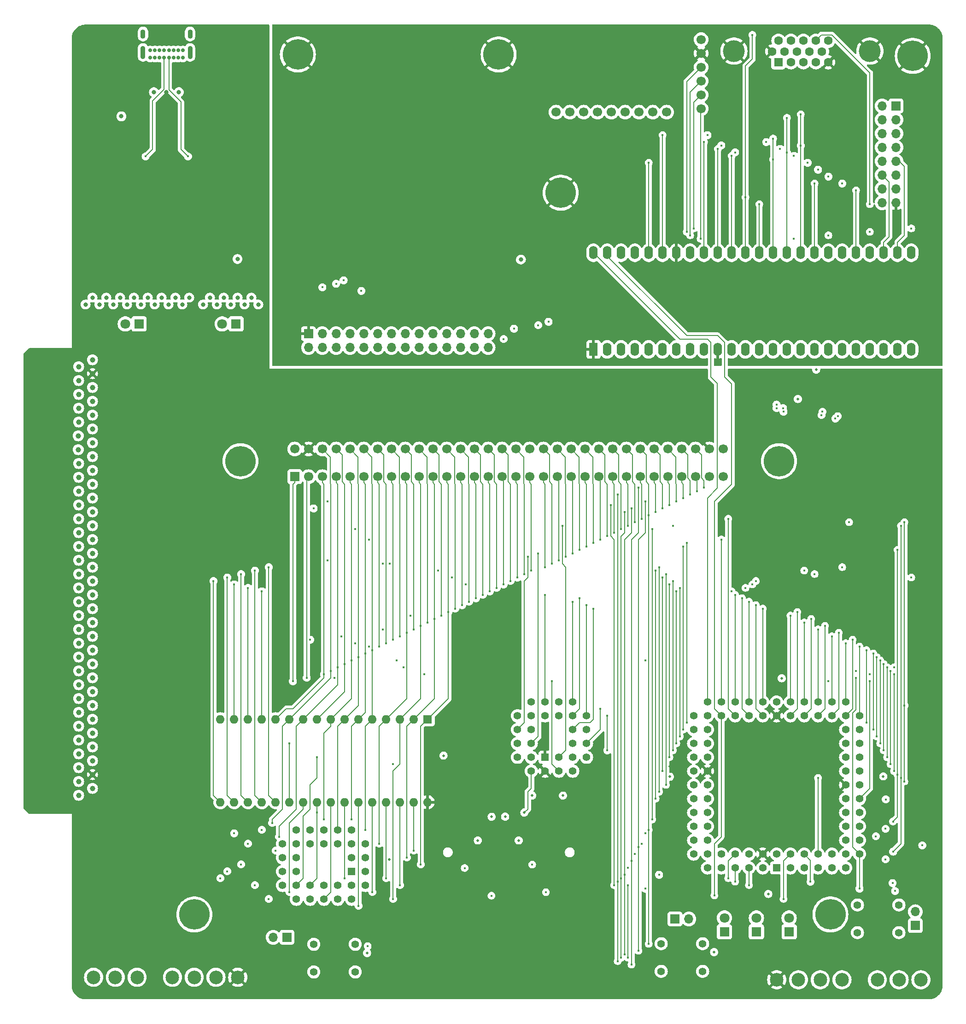
<source format=gbr>
%TF.GenerationSoftware,KiCad,Pcbnew,8.0.0*%
%TF.CreationDate,2024-03-06T22:08:17-05:00*%
%TF.ProjectId,Sentinel 65X - Prototype 4,53656e74-696e-4656-9c20-363558202d20,rev?*%
%TF.SameCoordinates,Original*%
%TF.FileFunction,Copper,L3,Inr*%
%TF.FilePolarity,Positive*%
%FSLAX46Y46*%
G04 Gerber Fmt 4.6, Leading zero omitted, Abs format (unit mm)*
G04 Created by KiCad (PCBNEW 8.0.0) date 2024-03-06 22:08:17*
%MOMM*%
%LPD*%
G01*
G04 APERTURE LIST*
%TA.AperFunction,ComponentPad*%
%ADD10C,2.500000*%
%TD*%
%TA.AperFunction,ComponentPad*%
%ADD11C,5.600000*%
%TD*%
%TA.AperFunction,ComponentPad*%
%ADD12R,1.700000X1.700000*%
%TD*%
%TA.AperFunction,ComponentPad*%
%ADD13O,1.700000X1.700000*%
%TD*%
%TA.AperFunction,ComponentPad*%
%ADD14R,1.422400X1.422400*%
%TD*%
%TA.AperFunction,ComponentPad*%
%ADD15C,1.422400*%
%TD*%
%TA.AperFunction,ComponentPad*%
%ADD16C,1.000000*%
%TD*%
%TA.AperFunction,ComponentPad*%
%ADD17C,1.397000*%
%TD*%
%TA.AperFunction,ComponentPad*%
%ADD18R,1.800000X1.800000*%
%TD*%
%TA.AperFunction,ComponentPad*%
%ADD19C,1.800000*%
%TD*%
%TA.AperFunction,ComponentPad*%
%ADD20C,1.700000*%
%TD*%
%TA.AperFunction,ComponentPad*%
%ADD21C,0.700000*%
%TD*%
%TA.AperFunction,ComponentPad*%
%ADD22O,0.900000X2.400000*%
%TD*%
%TA.AperFunction,ComponentPad*%
%ADD23O,0.900000X1.700000*%
%TD*%
%TA.AperFunction,ComponentPad*%
%ADD24C,4.000000*%
%TD*%
%TA.AperFunction,ComponentPad*%
%ADD25R,1.600000X1.600000*%
%TD*%
%TA.AperFunction,ComponentPad*%
%ADD26C,1.600000*%
%TD*%
%TA.AperFunction,ComponentPad*%
%ADD27O,1.600000X1.600000*%
%TD*%
%TA.AperFunction,ComponentPad*%
%ADD28R,1.600000X2.400000*%
%TD*%
%TA.AperFunction,ComponentPad*%
%ADD29O,1.600000X2.400000*%
%TD*%
%TA.AperFunction,ViaPad*%
%ADD30C,0.500000*%
%TD*%
%TA.AperFunction,ViaPad*%
%ADD31C,0.450000*%
%TD*%
%TA.AperFunction,ViaPad*%
%ADD32C,0.800000*%
%TD*%
%TA.AperFunction,ViaPad*%
%ADD33C,0.600000*%
%TD*%
%TA.AperFunction,ViaPad*%
%ADD34C,0.400000*%
%TD*%
%TA.AperFunction,Conductor*%
%ADD35C,0.150000*%
%TD*%
G04 APERTURE END LIST*
D10*
%TO.N,+3.3V*%
%TO.C,J11*%
X117072102Y-226745000D03*
%TO.N,/SNES_CLK*%
X113072102Y-226745000D03*
%TO.N,/SNES_LATCH*%
X109072102Y-226745000D03*
%TO.N,/SNES_DATA0*%
X105072102Y-226745000D03*
%TO.N,/I2C_SCL*%
X98572102Y-226745000D03*
%TO.N,/I2C_SDA*%
X94572102Y-226745000D03*
%TO.N,GND*%
X90572102Y-226745000D03*
%TD*%
D11*
%TO.N,GND*%
%TO.C,H6*%
X128117172Y-57207679D03*
%TD*%
D12*
%TO.N,Net-(J6-Pin_1)*%
%TO.C,J6*%
X241623621Y-217254071D03*
D13*
%TO.N,Net-(J6-Pin_2)*%
X241623621Y-214714071D03*
%TD*%
D14*
%TO.N,+3.3V*%
%TO.C,U6*%
X173565852Y-186327679D03*
D15*
%TO.N,/PHI2*%
X176105852Y-188867679D03*
%TO.N,/R{slash}~{W}*%
X176105852Y-186327679D03*
%TO.N,unconnected-(U6-IN-Pad4)*%
X178645852Y-188867679D03*
%TO.N,unconnected-(U6-IN{slash}PD-Pad5)*%
X181185852Y-186327679D03*
%TO.N,/~{CS}4*%
X178645852Y-186327679D03*
%TO.N,/~{CS}5*%
X181185852Y-183787679D03*
%TO.N,GND*%
X178645852Y-183787679D03*
%TO.N,/~{CS}6*%
X181185852Y-181247679D03*
%TO.N,/A19*%
X178645852Y-181247679D03*
%TO.N,/A20*%
X181185852Y-178707679D03*
%TO.N,/A21*%
X178645852Y-176167679D03*
%TO.N,/A22*%
X178645852Y-178707679D03*
%TO.N,GND*%
X176105852Y-176167679D03*
X176105852Y-178707679D03*
%TO.N,/A23*%
X173565852Y-176167679D03*
%TO.N,unconnected-(U6-I{slash}O-Pad17)*%
X173565852Y-178707679D03*
%TO.N,unconnected-(U6-I{slash}O-Pad18)*%
X171025852Y-176167679D03*
%TO.N,unconnected-(U6-I{slash}O-Pad19)*%
X168485852Y-178707679D03*
%TO.N,unconnected-(U6-I{slash}O-Pad20)*%
X171025852Y-178707679D03*
%TO.N,/~{RAM}1*%
X168485852Y-181247679D03*
%TO.N,GND*%
X171025852Y-181247679D03*
%TO.N,/~{RAM}0*%
X168485852Y-183787679D03*
%TO.N,/~{ROM}1*%
X171025852Y-183787679D03*
%TO.N,/~{ROM}0*%
X168485852Y-186327679D03*
%TO.N,/~{RD}*%
X171025852Y-188867679D03*
%TO.N,/~{WR}*%
X171025852Y-186327679D03*
%TO.N,+3.3V*%
X173565852Y-188867679D03*
%TD*%
D16*
%TO.N,GND*%
%TO.C,J3*%
X90380852Y-192042679D03*
%TO.N,+3.3V*%
X90380852Y-189502679D03*
%TO.N,/A1*%
X90380852Y-186962679D03*
%TO.N,/A3*%
X90380852Y-184422679D03*
%TO.N,/A5*%
X90380852Y-181882679D03*
%TO.N,/A7*%
X90380852Y-179342679D03*
%TO.N,/A9*%
X90380852Y-176802679D03*
%TO.N,/A11*%
X90380852Y-174262679D03*
%TO.N,/A13*%
X90380852Y-171722679D03*
%TO.N,/A15*%
X90380852Y-169182679D03*
%TO.N,/A17*%
X90380852Y-166642679D03*
%TO.N,/A19*%
X90380852Y-164102679D03*
%TO.N,/A21*%
X90380852Y-161562679D03*
%TO.N,/A23*%
X90380852Y-159022679D03*
%TO.N,/D1*%
X90380852Y-156482679D03*
%TO.N,/D3*%
X90380852Y-153942679D03*
%TO.N,/D5*%
X90380852Y-151402679D03*
%TO.N,GND*%
X90380852Y-148862679D03*
%TO.N,/~{WR}*%
X90380852Y-146322679D03*
%TO.N,/~{RAM}1*%
X90380852Y-143782679D03*
%TO.N,/BE*%
X90380852Y-141242679D03*
%TO.N,/~{CS}7*%
X90380852Y-138702679D03*
%TO.N,/RUN*%
X90380852Y-136162679D03*
%TO.N,/~{IRQ}*%
X90380852Y-133622679D03*
%TO.N,/~{VIRQ}*%
X90380852Y-131082679D03*
%TO.N,/~{NMI}*%
X90380852Y-128542679D03*
%TO.N,/I2C_SCL*%
X90380852Y-126002679D03*
%TO.N,/I2C_SDA*%
X90380852Y-123462679D03*
%TO.N,/SNES_LATCH*%
X90380852Y-120922679D03*
%TO.N,/SNES_CLK*%
X90380852Y-118382679D03*
%TO.N,+3.3V*%
X90380852Y-115842679D03*
%TO.N,GND*%
X90380852Y-113302679D03*
%TO.N,/PHI2*%
X87840852Y-193312679D03*
%TO.N,/~{RES}*%
X87840852Y-190772679D03*
%TO.N,/A0*%
X87840852Y-188232679D03*
%TO.N,/A2*%
X87840852Y-185692679D03*
%TO.N,/A4*%
X87840852Y-183152679D03*
%TO.N,/A6*%
X87840852Y-180612679D03*
%TO.N,/A8*%
X87840852Y-178072679D03*
%TO.N,/A10*%
X87840852Y-175532679D03*
%TO.N,/A12*%
X87840852Y-172992679D03*
%TO.N,/A14*%
X87840852Y-170452679D03*
%TO.N,/A16*%
X87840852Y-167912679D03*
%TO.N,/A18*%
X87840852Y-165372679D03*
%TO.N,/A20*%
X87840852Y-162832679D03*
%TO.N,/A22*%
X87840852Y-160292679D03*
%TO.N,/D0*%
X87840852Y-157752679D03*
%TO.N,/D2*%
X87840852Y-155212679D03*
%TO.N,/D4*%
X87840852Y-152672679D03*
%TO.N,/D6*%
X87840852Y-150132679D03*
%TO.N,/D7*%
X87840852Y-147592679D03*
%TO.N,/~{RD}*%
X87840852Y-145052679D03*
%TO.N,/~{ROM}1*%
X87840852Y-142512679D03*
%TO.N,/~{CS}6*%
X87840852Y-139972679D03*
%TO.N,/~{I{slash}O}1*%
X87840852Y-137432679D03*
%TO.N,/BA*%
X87840852Y-134892679D03*
%TO.N,/R{slash}~{W}*%
X87840852Y-132352679D03*
%TO.N,/~{I{slash}O}0*%
X87760852Y-129812679D03*
%TO.N,/SNES_DATA0*%
X87760852Y-127272679D03*
%TO.N,/SNES_DATA1*%
X87840852Y-124732679D03*
%TO.N,/SNES_DATA2*%
X87840852Y-122192679D03*
%TO.N,/SNES_DATA3*%
X87840852Y-119652679D03*
%TO.N,unconnected-(J3-Pin_b31-Padb31)*%
X87840852Y-117112679D03*
%TO.N,+5V*%
X87840852Y-114572679D03*
%TD*%
D17*
%TO.N,Net-(J7-Pin_1)*%
%TO.C,SW3*%
X131054121Y-220677140D03*
X138674121Y-220677140D03*
%TO.N,Net-(J7-Pin_2)*%
X131054121Y-225757140D03*
X138674121Y-225757140D03*
%TD*%
D12*
%TO.N,Net-(J5-Pin_1)*%
%TO.C,J5*%
X197439065Y-216036659D03*
D13*
%TO.N,Net-(J5-Pin_2)*%
X199979065Y-216036659D03*
%TD*%
D12*
%TO.N,Net-(J7-Pin_1)*%
%TO.C,J7*%
X126127294Y-219395671D03*
D13*
%TO.N,Net-(J7-Pin_2)*%
X123587294Y-219395671D03*
%TD*%
D18*
%TO.N,GND*%
%TO.C,D4*%
X212398173Y-218383531D03*
D19*
%TO.N,Net-(D4-A)*%
X212398173Y-215843531D03*
%TD*%
D18*
%TO.N,GND*%
%TO.C,D5*%
X218418173Y-218383532D03*
D19*
%TO.N,Net-(D5-A)*%
X218418173Y-215843532D03*
%TD*%
D17*
%TO.N,Net-(J5-Pin_1)*%
%TO.C,SW1*%
X194904065Y-220575449D03*
X202524065Y-220575449D03*
%TO.N,Net-(J5-Pin_2)*%
X194904065Y-225655449D03*
X202524065Y-225655449D03*
%TD*%
D20*
%TO.N,/SYSCLK*%
%TO.C,U5*%
X202250000Y-67170000D03*
%TO.N,/BCK*%
X202250000Y-64630000D03*
%TO.N,/ADATA*%
X202250000Y-62090000D03*
%TO.N,/LRCK*%
X202250000Y-59550000D03*
%TO.N,GND*%
X202250000Y-57010000D03*
%TO.N,+5V*%
X202250000Y-54470000D03*
%TO.N,unconnected-(U5-LOUT-Pad7)*%
X175580000Y-67805000D03*
%TO.N,unconnected-(U5-AGND-Pad8)*%
X178120000Y-67805000D03*
%TO.N,unconnected-(U5-ROUT-Pad9)*%
X180660000Y-67805000D03*
%TO.N,unconnected-(U5-AGND-Pad10)*%
X183200000Y-67805000D03*
%TO.N,unconnected-(U5-A3V3-Pad11)*%
X185740000Y-67805000D03*
%TO.N,unconnected-(U5-FMT-Pad12)*%
X188280000Y-67805000D03*
%TO.N,unconnected-(U5-XSMT-Pad13)*%
X190820000Y-67805000D03*
%TO.N,unconnected-(U5-DEMP-Pad14)*%
X193360000Y-67805000D03*
%TO.N,unconnected-(U5-FLT-Pad15)*%
X195900000Y-67805000D03*
%TD*%
D14*
%TO.N,GND*%
%TO.C,U2*%
X216110852Y-206647679D03*
D15*
%TO.N,/RTS*%
X216110852Y-204107679D03*
%TO.N,/CTS*%
X218650852Y-206647679D03*
%TO.N,/~{SD_SS}*%
X218650852Y-204107679D03*
%TO.N,/BL3*%
X221190852Y-206647679D03*
%TO.N,/FCLK_SLOW*%
X221190852Y-204107679D03*
%TO.N,/~{BOOT_SEL}*%
X223730852Y-206647679D03*
%TO.N,/~{VIRQ}*%
X223730852Y-204107679D03*
%TO.N,/FCLK_FAST*%
X226270852Y-206647679D03*
%TO.N,/RXD*%
X226270852Y-204107679D03*
%TO.N,/TXD*%
X228810852Y-206647679D03*
%TO.N,/~{RES}*%
X231350852Y-204107679D03*
%TO.N,/R{slash}~{W}*%
X228810852Y-204107679D03*
%TO.N,unconnected-(U2A-RUN-Pad14)*%
X231350852Y-201567679D03*
%TO.N,unconnected-(U2A-~{FCLKO}-Pad15)*%
X228810852Y-201567679D03*
%TO.N,/FCLK*%
X231350852Y-199027679D03*
%TO.N,/BE*%
X228810852Y-199027679D03*
%TO.N,/CLK*%
X231350852Y-196487679D03*
%TO.N,unconnected-(U2A-~{CLKO}-Pad19)*%
X228810852Y-196487679D03*
%TO.N,/PHI2*%
X231350852Y-193947679D03*
%TO.N,unconnected-(U2A-BA-Pad21)*%
X228810852Y-193947679D03*
%TO.N,GND*%
X231350852Y-191407679D03*
%TO.N,+3.3V*%
X228810852Y-191407679D03*
%TO.N,/A0*%
X231350852Y-188867679D03*
%TO.N,/A1*%
X228810852Y-188867679D03*
%TO.N,/A2*%
X231350852Y-186327679D03*
%TO.N,/A3*%
X228810852Y-186327679D03*
%TO.N,/A4*%
X231350852Y-183787679D03*
%TO.N,/A5*%
X228810852Y-183787679D03*
%TO.N,/A6*%
X231350852Y-181247679D03*
%TO.N,/A7*%
X228810852Y-181247679D03*
%TO.N,/A8*%
X231350852Y-178707679D03*
%TO.N,/A9*%
X228810852Y-176167679D03*
%TO.N,/A10*%
X228810852Y-178707679D03*
%TO.N,/A11*%
X226270852Y-176167679D03*
%TO.N,/A12*%
X226270852Y-178707679D03*
%TO.N,/A13*%
X223730852Y-176167679D03*
%TO.N,/A14*%
X223730852Y-178707679D03*
%TO.N,/A15*%
X221190852Y-176167679D03*
%TO.N,/A16*%
X221190852Y-178707679D03*
%TO.N,/A17*%
X218650852Y-176167679D03*
%TO.N,/A18*%
X218650852Y-178707679D03*
%TO.N,GND*%
X216110852Y-176167679D03*
%TO.N,+3.3V*%
X216110852Y-178707679D03*
%TO.N,/A19*%
X213570852Y-176167679D03*
%TO.N,/A20*%
X213570852Y-178707679D03*
%TO.N,/A21*%
X211030852Y-176167679D03*
%TO.N,/A22*%
X211030852Y-178707679D03*
%TO.N,/A23*%
X208490852Y-176167679D03*
%TO.N,/~{I{slash}O}0*%
X208490852Y-178707679D03*
%TO.N,/~{I{slash}O}1*%
X205950852Y-176167679D03*
%TO.N,/FPGA_SCK*%
X205950852Y-178707679D03*
%TO.N,/~{FPGA_SS}*%
X203410852Y-176167679D03*
%TO.N,/~{CS}4*%
X200870852Y-178707679D03*
%TO.N,/~{CS}5*%
X203410852Y-178707679D03*
%TO.N,/~{CS}6*%
X200870852Y-181247679D03*
%TO.N,/~{CS}7*%
X203410852Y-181247679D03*
%TO.N,/D0*%
X200870852Y-183787679D03*
%TO.N,/D1*%
X203410852Y-183787679D03*
%TO.N,/D2*%
X200870852Y-186327679D03*
%TO.N,/D3*%
X203410852Y-186327679D03*
%TO.N,/D4*%
X200870852Y-188867679D03*
%TO.N,+3.3V*%
X203410852Y-188867679D03*
%TO.N,GND*%
X200870852Y-191407679D03*
%TO.N,/D5*%
X203410852Y-191407679D03*
%TO.N,/D6*%
X200870852Y-193947679D03*
%TO.N,/D7*%
X203410852Y-193947679D03*
%TO.N,unconnected-(U2A-TG0-Pad68)*%
X200870852Y-196487679D03*
%TO.N,unconnected-(U2A-TG1-Pad69)*%
X203410852Y-196487679D03*
%TO.N,/~{NMI}*%
X200870852Y-199027679D03*
%TO.N,/~{IRQ}*%
X203410852Y-199027679D03*
%TO.N,/~{FPGA_RESET}*%
X200870852Y-201567679D03*
%TO.N,/CDONE*%
X203410852Y-201567679D03*
%TO.N,/FPGA_MOSI*%
X200870852Y-204107679D03*
%TO.N,/FPGA_MISO*%
X203410852Y-206647679D03*
%TO.N,/I2C_SDA*%
X203410852Y-204107679D03*
%TO.N,/I2C_SCL*%
X205950852Y-206647679D03*
%TO.N,/SNES_CLK*%
X205950852Y-204107679D03*
%TO.N,/SNES_LATCH*%
X208490852Y-206647679D03*
%TO.N,/SNES_DATA0*%
X208490852Y-204107679D03*
%TO.N,/SNES_DATA1*%
X211030852Y-206647679D03*
%TO.N,/BL1*%
X211030852Y-204107679D03*
%TO.N,/BL2*%
X213570852Y-206647679D03*
%TO.N,+3.3V*%
X213570852Y-204107679D03*
%TD*%
D20*
%TO.N,GND*%
%TO.C,J2*%
X127545871Y-129700000D03*
%TO.N,+3.3V*%
X130085871Y-129700000D03*
%TO.N,/A1*%
X132625871Y-129700000D03*
%TO.N,/A3*%
X135165871Y-129700000D03*
%TO.N,/A5*%
X137705871Y-129700000D03*
%TO.N,/A7*%
X140245871Y-129700000D03*
%TO.N,/A9*%
X142785871Y-129700000D03*
%TO.N,/A11*%
X145325871Y-129700000D03*
%TO.N,/A13*%
X147865871Y-129700000D03*
%TO.N,/A15*%
X150405871Y-129700000D03*
%TO.N,/A17*%
X152945871Y-129700000D03*
%TO.N,/A19*%
X155485871Y-129700000D03*
%TO.N,/A21*%
X158025871Y-129700000D03*
%TO.N,/A23*%
X160565871Y-129700000D03*
%TO.N,/D1*%
X163105871Y-129700000D03*
%TO.N,/D3*%
X165645871Y-129700000D03*
%TO.N,/D5*%
X168185871Y-129700000D03*
%TO.N,GND*%
X170725871Y-129700000D03*
%TO.N,/~{WR}*%
X173265871Y-129700000D03*
%TO.N,/~{RAM}1*%
X175805871Y-129700000D03*
%TO.N,/BE*%
X178345871Y-129700000D03*
%TO.N,/~{CS}7*%
X180885871Y-129700000D03*
%TO.N,/RUN*%
X183425871Y-129700000D03*
%TO.N,/~{IRQ}*%
X185965871Y-129700000D03*
%TO.N,/~{VIRQ}*%
X188505871Y-129700000D03*
%TO.N,/~{NMI}*%
X191045871Y-129700000D03*
%TO.N,/I2C_SCL*%
X193585871Y-129700000D03*
%TO.N,/I2C_SDA*%
X196125871Y-129700000D03*
%TO.N,/SNES_LATCH*%
X198665871Y-129700000D03*
%TO.N,/SNES_CLK*%
X201205871Y-129700000D03*
%TO.N,+3.3V*%
X203745871Y-129700000D03*
%TO.N,GND*%
X206285871Y-129700000D03*
D12*
%TO.N,/PHI2*%
X127545871Y-134780000D03*
D20*
%TO.N,/~{RES}*%
X130085871Y-134780000D03*
%TO.N,/A0*%
X132625871Y-134780000D03*
%TO.N,/A2*%
X135165871Y-134780000D03*
%TO.N,/A4*%
X137705871Y-134780000D03*
%TO.N,/A6*%
X140245871Y-134780000D03*
%TO.N,/A8*%
X142785871Y-134780000D03*
%TO.N,/A10*%
X145325871Y-134780000D03*
%TO.N,/A12*%
X147865871Y-134780000D03*
%TO.N,/A14*%
X150405871Y-134780000D03*
%TO.N,/A16*%
X152945871Y-134780000D03*
%TO.N,/A18*%
X155485871Y-134780000D03*
%TO.N,/A20*%
X158025871Y-134780000D03*
%TO.N,/A22*%
X160565871Y-134780000D03*
%TO.N,/D0*%
X163105871Y-134780000D03*
%TO.N,/D2*%
X165645871Y-134780000D03*
%TO.N,/D4*%
X168185871Y-134780000D03*
%TO.N,/D6*%
X170725871Y-134780000D03*
%TO.N,/D7*%
X173265871Y-134780000D03*
%TO.N,/~{RD}*%
X175805871Y-134780000D03*
%TO.N,/~{ROM}1*%
X178345871Y-134780000D03*
%TO.N,/~{CS}6*%
X180885871Y-134780000D03*
%TO.N,/~{I{slash}O}1*%
X183425871Y-134780000D03*
%TO.N,/BA*%
X185965871Y-134780000D03*
%TO.N,/R{slash}~{W}*%
X188505871Y-134780000D03*
%TO.N,/~{I{slash}O}0*%
X191045871Y-134780000D03*
%TO.N,/SNES_DATA0*%
X193585871Y-134780000D03*
%TO.N,/SNES_DATA1*%
X196125871Y-134780000D03*
%TO.N,/SNES_DATA2*%
X198665871Y-134780000D03*
%TO.N,/SNES_DATA3*%
X201205871Y-134780000D03*
%TO.N,unconnected-(J2-Pin_b31-Padb31)*%
X203745871Y-134780000D03*
%TO.N,+5V*%
X206285871Y-134780000D03*
%TD*%
D11*
%TO.N,GND*%
%TO.C,H1*%
X176430000Y-82606339D03*
%TD*%
D21*
%TO.N,GND*%
%TO.C,J10*%
X106960922Y-57802658D03*
%TO.N,+5V*%
X106110922Y-57802658D03*
%TO.N,Net-(J10-CC1)*%
X105260922Y-57802658D03*
%TO.N,/D+*%
X104410922Y-57802658D03*
%TO.N,/D-*%
X103560922Y-57802658D03*
%TO.N,N/C*%
X102710922Y-57802658D03*
%TO.N,+5V*%
X101860922Y-57802658D03*
%TO.N,GND*%
X101010922Y-57802658D03*
X101010922Y-56452658D03*
%TO.N,+5V*%
X101860922Y-56452658D03*
%TO.N,Net-(J10-CC2)*%
X102710922Y-56452658D03*
%TO.N,/D+*%
X103560922Y-56452658D03*
%TO.N,/D-*%
X104410922Y-56452658D03*
%TO.N,N/C*%
X105260922Y-56452658D03*
%TO.N,+5V*%
X106110922Y-56452658D03*
%TO.N,GND*%
X106960922Y-56452658D03*
D22*
X108310922Y-56822658D03*
D23*
X108310922Y-53442658D03*
D22*
X99660922Y-56822658D03*
D23*
X99660922Y-53442658D03*
%TD*%
D12*
%TO.N,/R0*%
%TO.C,J4*%
X238045000Y-66657679D03*
D13*
%TO.N,+3.3V*%
X235505000Y-66657679D03*
%TO.N,/R2*%
X238045000Y-69197679D03*
%TO.N,/R1*%
X235505000Y-69197679D03*
%TO.N,/G0*%
X238045000Y-71737679D03*
%TO.N,/R3*%
X235505000Y-71737679D03*
%TO.N,/G2*%
X238045000Y-74277679D03*
%TO.N,/G1*%
X235505000Y-74277679D03*
%TO.N,/B0*%
X238045000Y-76817679D03*
%TO.N,/G3*%
X235505000Y-76817679D03*
%TO.N,/B2*%
X238045000Y-79357679D03*
%TO.N,/B1*%
X235505000Y-79357679D03*
%TO.N,/HSYNC*%
X238045000Y-81897679D03*
%TO.N,/B3*%
X235505000Y-81897679D03*
%TO.N,GND*%
X238045000Y-84437679D03*
%TO.N,/VSYNC*%
X235505000Y-84437679D03*
%TD*%
D11*
%TO.N,GND*%
%TO.C,H9*%
X165023820Y-57207679D03*
%TD*%
D24*
%TO.N,GND*%
%TO.C,J1*%
X233260510Y-56596332D03*
X208260510Y-56596332D03*
D25*
%TO.N,/RED*%
X216445510Y-58646332D03*
D26*
%TO.N,/GREEN*%
X218735510Y-58646332D03*
%TO.N,/BLUE*%
X221025510Y-58646332D03*
%TO.N,unconnected-(J1-Pad4)*%
X223315510Y-58646332D03*
%TO.N,GND*%
X225605510Y-58646332D03*
X215300510Y-56666332D03*
X217590510Y-56666332D03*
X219880510Y-56666332D03*
%TO.N,unconnected-(J1-Pad9)*%
X222170510Y-56666332D03*
%TO.N,GND*%
X224460510Y-56666332D03*
%TO.N,unconnected-(J1-Pad11)*%
X216445510Y-54686332D03*
%TO.N,unconnected-(J1-Pad12)*%
X218735510Y-54686332D03*
%TO.N,/HSYNC*%
X221025510Y-54686332D03*
%TO.N,/VSYNC*%
X223315510Y-54686332D03*
%TO.N,unconnected-(J1-Pad15)*%
X225605510Y-54686332D03*
%TD*%
D11*
%TO.N,GND*%
%TO.C,H8*%
X216570852Y-131922500D03*
%TD*%
D18*
%TO.N,GND*%
%TO.C,D2*%
X98941704Y-106715358D03*
D19*
%TO.N,Net-(D2-A)*%
X96401704Y-106715358D03*
%TD*%
D12*
%TO.N,GND*%
%TO.C,J8*%
X130070496Y-108505000D03*
D13*
%TO.N,+3.3V*%
X130070496Y-111045000D03*
%TO.N,/TXD*%
X132610496Y-108505000D03*
%TO.N,/I2C_SCL*%
X132610496Y-111045000D03*
%TO.N,/RXD*%
X135150496Y-108505000D03*
%TO.N,/I2C_SDA*%
X135150496Y-111045000D03*
%TO.N,/CTS*%
X137690496Y-108505000D03*
%TO.N,/~{RES}*%
X137690496Y-111045000D03*
%TO.N,/RTS*%
X140230496Y-108505000D03*
%TO.N,/~{IRQ}*%
X140230496Y-111045000D03*
%TO.N,/PHI2*%
X142770496Y-108505000D03*
%TO.N,/~{I{slash}O}1*%
X142770496Y-111045000D03*
%TO.N,/~{RD}*%
X145310496Y-108505000D03*
%TO.N,/~{WR}*%
X145310496Y-111045000D03*
%TO.N,/A5*%
X147850496Y-108505000D03*
%TO.N,/A4*%
X147850496Y-111045000D03*
%TO.N,/A3*%
X150390496Y-108505000D03*
%TO.N,/A2*%
X150390496Y-111045000D03*
%TO.N,/A1*%
X152930496Y-108505000D03*
%TO.N,/A0*%
X152930496Y-111045000D03*
%TO.N,/D7*%
X155470496Y-108505000D03*
%TO.N,/D6*%
X155470496Y-111045000D03*
%TO.N,/D5*%
X158010496Y-108505000D03*
%TO.N,/D4*%
X158010496Y-111045000D03*
%TO.N,/D3*%
X160550496Y-108505000D03*
%TO.N,/D2*%
X160550496Y-111045000D03*
%TO.N,/D1*%
X163090496Y-108505000D03*
%TO.N,/D0*%
X163090496Y-111045000D03*
%TD*%
D18*
%TO.N,GND*%
%TO.C,D1*%
X116761448Y-106715358D03*
D19*
%TO.N,Net-(D1-A)*%
X114221448Y-106715358D03*
%TD*%
D11*
%TO.N,GND*%
%TO.C,H4*%
X117570852Y-131922500D03*
%TD*%
D18*
%TO.N,GND*%
%TO.C,D3*%
X206518173Y-218383531D03*
D19*
%TO.N,Net-(D3-A)*%
X206518173Y-215843531D03*
%TD*%
D25*
%TO.N,/A18*%
%TO.C,U3*%
X151975852Y-179342679D03*
D27*
%TO.N,/A16*%
X149435852Y-179342679D03*
%TO.N,/A14*%
X146895852Y-179342679D03*
%TO.N,/A12*%
X144355852Y-179342679D03*
%TO.N,/A7*%
X141815852Y-179342679D03*
%TO.N,/A6*%
X139275852Y-179342679D03*
%TO.N,/A5*%
X136735852Y-179342679D03*
%TO.N,/A4*%
X134195852Y-179342679D03*
%TO.N,/A3*%
X131655852Y-179342679D03*
%TO.N,/A2*%
X129115852Y-179342679D03*
%TO.N,/A1*%
X126575852Y-179342679D03*
%TO.N,/A0*%
X124035852Y-179342679D03*
%TO.N,/D0*%
X121495852Y-179342679D03*
%TO.N,/D1*%
X118955852Y-179342679D03*
%TO.N,/D2*%
X116415852Y-179342679D03*
%TO.N,GND*%
X113875852Y-179342679D03*
%TO.N,/D3*%
X113875852Y-194582679D03*
%TO.N,/D4*%
X116415852Y-194582679D03*
%TO.N,/D5*%
X118955852Y-194582679D03*
%TO.N,/D6*%
X121495852Y-194582679D03*
%TO.N,/D7*%
X124035852Y-194582679D03*
%TO.N,/~{RAM}0*%
X126575852Y-194582679D03*
%TO.N,/A10*%
X129115852Y-194582679D03*
%TO.N,/~{RD}*%
X131655852Y-194582679D03*
%TO.N,/A11*%
X134195852Y-194582679D03*
%TO.N,/A9*%
X136735852Y-194582679D03*
%TO.N,/A8*%
X139275852Y-194582679D03*
%TO.N,/A13*%
X141815852Y-194582679D03*
%TO.N,/~{WR}*%
X144355852Y-194582679D03*
%TO.N,/A17*%
X146895852Y-194582679D03*
%TO.N,/A15*%
X149435852Y-194582679D03*
%TO.N,+3.3V*%
X151975852Y-194582679D03*
%TD*%
D14*
%TO.N,/A18*%
%TO.C,U4*%
X138005852Y-207327171D03*
D15*
%TO.N,/A16*%
X140545852Y-204787171D03*
%TO.N,/A15*%
X138005852Y-204787171D03*
%TO.N,/A12*%
X140545852Y-202247171D03*
%TO.N,/A7*%
X138005852Y-199707171D03*
%TO.N,/A6*%
X138005852Y-202247171D03*
%TO.N,/A5*%
X135465852Y-199707171D03*
%TO.N,/A4*%
X135465852Y-202247171D03*
%TO.N,/A3*%
X132925852Y-199707171D03*
%TO.N,/A2*%
X132925852Y-202247171D03*
%TO.N,/A1*%
X130385852Y-199707171D03*
%TO.N,/A0*%
X130385852Y-202247171D03*
%TO.N,/D0*%
X127845852Y-199707171D03*
%TO.N,/D1*%
X125305852Y-202247171D03*
%TO.N,/D2*%
X127845852Y-202247171D03*
%TO.N,GND*%
X125305852Y-204787171D03*
%TO.N,/D3*%
X127845852Y-204787171D03*
%TO.N,/D4*%
X125305852Y-207327171D03*
%TO.N,/D5*%
X127845852Y-207327171D03*
%TO.N,/D6*%
X125305852Y-209867171D03*
%TO.N,/D7*%
X127845852Y-212407171D03*
%TO.N,/~{ROM}0*%
X127845852Y-209867171D03*
%TO.N,/A10*%
X130385852Y-212407171D03*
%TO.N,/~{RD}*%
X130385852Y-209867171D03*
%TO.N,/A11*%
X132925852Y-212407171D03*
%TO.N,/A9*%
X132925852Y-209867171D03*
%TO.N,/A8*%
X135465852Y-212407171D03*
%TO.N,/A13*%
X135465852Y-209867171D03*
%TO.N,/A14*%
X138005852Y-212407171D03*
%TO.N,/A17*%
X140545852Y-209867171D03*
%TO.N,/~{WR}*%
X138005852Y-209867171D03*
%TO.N,+3.3V*%
X140545852Y-207327171D03*
%TD*%
D11*
%TO.N,GND*%
%TO.C,H5*%
X225998352Y-215207679D03*
%TD*%
%TO.N,GND*%
%TO.C,H7*%
X241133252Y-57482679D03*
%TD*%
D17*
%TO.N,Net-(J6-Pin_1)*%
%TO.C,SW2*%
X238602763Y-218541613D03*
X230982763Y-218541613D03*
%TO.N,Net-(J6-Pin_2)*%
X238602763Y-213461613D03*
X230982763Y-213461613D03*
%TD*%
D10*
%TO.N,+3.3V*%
%TO.C,J12*%
X216132102Y-227210000D03*
%TO.N,/SNES_CLK*%
X220132102Y-227210000D03*
%TO.N,/SNES_LATCH*%
X224132102Y-227210000D03*
%TO.N,/SNES_DATA1*%
X228132102Y-227210000D03*
%TO.N,/I2C_SCL*%
X234632102Y-227210000D03*
%TO.N,/I2C_SDA*%
X238632102Y-227210000D03*
%TO.N,GND*%
X242632102Y-227210000D03*
%TD*%
D28*
%TO.N,GND*%
%TO.C,U1*%
X182455852Y-111397679D03*
D29*
%TO.N,unconnected-(U1-VIO-Pad2)*%
X184995852Y-111397679D03*
%TO.N,/~{FPGA_RESET}*%
X187535852Y-111397679D03*
%TO.N,/CDONE*%
X190075852Y-111397679D03*
%TO.N,/~{I{slash}O}0*%
X192615852Y-111397679D03*
%TO.N,/A4*%
X195155852Y-111397679D03*
%TO.N,/R{slash}~{W}*%
X197695852Y-111397679D03*
%TO.N,+5V*%
X200235852Y-111397679D03*
%TO.N,unconnected-(U1-+3.3V-Pad9)*%
X202775852Y-111397679D03*
%TO.N,GND*%
X205315852Y-111397679D03*
%TO.N,/D0*%
X207855852Y-111397679D03*
%TO.N,/D1*%
X210395852Y-111397679D03*
%TO.N,/D2*%
X212935852Y-111397679D03*
%TO.N,/D3*%
X215475852Y-111397679D03*
%TO.N,/D6*%
X218015852Y-111397679D03*
%TO.N,/SYSCLK*%
X220555852Y-111397679D03*
%TO.N,/D5*%
X223095852Y-111397679D03*
%TO.N,/PHI2*%
X225635852Y-111397679D03*
%TO.N,/D7*%
X228175852Y-111397679D03*
%TO.N,/A1*%
X230715852Y-111397679D03*
%TO.N,/A0*%
X233255852Y-111397679D03*
%TO.N,/A3*%
X235795852Y-111397679D03*
%TO.N,/A2*%
X238335852Y-111397679D03*
%TO.N,/D4*%
X240875852Y-111397679D03*
%TO.N,/BCK*%
X240875852Y-93637679D03*
%TO.N,/B0*%
X238335852Y-93637679D03*
%TO.N,/B1*%
X235795852Y-93637679D03*
%TO.N,/LRCK*%
X233255852Y-93637679D03*
%TO.N,/B3*%
X230715852Y-93637679D03*
%TO.N,/~{VIRQ}*%
X228175852Y-93637679D03*
%TO.N,/ADATA*%
X225635852Y-93637679D03*
%TO.N,/B2*%
X223095852Y-93637679D03*
%TO.N,/R0*%
X220555852Y-93637679D03*
%TO.N,/R1*%
X218015852Y-93637679D03*
%TO.N,/R3*%
X215475852Y-93637679D03*
%TO.N,/VSYNC*%
X212935852Y-93637679D03*
%TO.N,/HSYNC*%
X210395852Y-93637679D03*
%TO.N,/G2*%
X207855852Y-93637679D03*
%TO.N,/G1*%
X205315852Y-93637679D03*
%TO.N,/G0*%
X202775852Y-93637679D03*
%TO.N,unconnected-(U1-CLK_12M_EXT-Pad41)*%
X200235852Y-93637679D03*
%TO.N,GND*%
X197695852Y-93637679D03*
%TO.N,/R2*%
X195155852Y-93637679D03*
%TO.N,/G3*%
X192615852Y-93637679D03*
%TO.N,/FPGA_MISO*%
X190075852Y-93637679D03*
%TO.N,/FPGA_MOSI*%
X187535852Y-93637679D03*
%TO.N,/FPGA_SCK*%
X184995852Y-93637679D03*
%TO.N,/~{FPGA_SS}*%
X182455852Y-93637679D03*
%TD*%
D11*
%TO.N,GND*%
%TO.C,H3*%
X109093352Y-215207679D03*
%TD*%
D30*
%TO.N,GND*%
X220021037Y-120498324D03*
X168698968Y-201597880D03*
X225781613Y-66088117D03*
X166214849Y-197243669D03*
D31*
X217294506Y-122192794D03*
D32*
X96730852Y-103142679D03*
X106890852Y-103142679D03*
X100540852Y-101872679D03*
X114510852Y-101872679D03*
X90380852Y-101872679D03*
X94190852Y-103142679D03*
D31*
X236178459Y-194075358D03*
X237878393Y-210904423D03*
D32*
X95460852Y-101872679D03*
X105620852Y-101872679D03*
X92920852Y-101872679D03*
D30*
X144918997Y-205109738D03*
D32*
X101810852Y-103142679D03*
X89110852Y-103142679D03*
X104350852Y-103142679D03*
D30*
X214569704Y-211429029D03*
D31*
X242889106Y-202506512D03*
D30*
X204633323Y-222129429D03*
X154881273Y-186017214D03*
X163735599Y-197271101D03*
X161198968Y-201597880D03*
D31*
X236135000Y-205075000D03*
D30*
X176854364Y-193378350D03*
D32*
X120860852Y-103142679D03*
D30*
X208012252Y-66068586D03*
D32*
X118320852Y-103142679D03*
X119590852Y-101872679D03*
X115780852Y-103142679D03*
X117050852Y-101872679D03*
X98000852Y-101872679D03*
D30*
X140826009Y-222282140D03*
D31*
X216114949Y-121552172D03*
D30*
X171202506Y-193362317D03*
D32*
X110700852Y-103142679D03*
X91650852Y-103142679D03*
D30*
X196500206Y-189907275D03*
X235725499Y-189831350D03*
X223374043Y-115108678D03*
D32*
X113240852Y-103142679D03*
X108160852Y-101872679D03*
D31*
X224534545Y-122843584D03*
X227350200Y-123658864D03*
D30*
X217060905Y-171813005D03*
D32*
X103080852Y-101872679D03*
X106253531Y-64136827D03*
X111970852Y-101872679D03*
D30*
X223688761Y-66088117D03*
X205903487Y-66082645D03*
X216939357Y-66082645D03*
D31*
X236135000Y-199475000D03*
D32*
X95675000Y-68575000D03*
D30*
X214760300Y-66082645D03*
D32*
X99270852Y-103142679D03*
D30*
%TO.N,+3.3V*%
X173696121Y-197282945D03*
X161716808Y-190757147D03*
X161710269Y-179336396D03*
D31*
X196415680Y-203777236D03*
D30*
X220555034Y-117815919D03*
D31*
X196443707Y-205813859D03*
D30*
X196500206Y-188006215D03*
D33*
X219285852Y-119017679D03*
D30*
X92606683Y-106735446D03*
D31*
X108580852Y-78542679D03*
X103380852Y-77242679D03*
X241136345Y-206457402D03*
D30*
X194640884Y-199038063D03*
X215148499Y-171803346D03*
X194629285Y-196509453D03*
D32*
X129115852Y-116477679D03*
D30*
X156214872Y-197271101D03*
X223398880Y-117815919D03*
D32*
X111925000Y-68575000D03*
D30*
X241454213Y-171003650D03*
X171208952Y-197271101D03*
D32*
X103953531Y-64136827D03*
D30*
X194606087Y-201543475D03*
X212649193Y-211417389D03*
X176230665Y-197318476D03*
X241476529Y-183705030D03*
X221958329Y-120510743D03*
X241441733Y-191946343D03*
D33*
X216745852Y-119017679D03*
D30*
X166214849Y-201594896D03*
X188783152Y-117890882D03*
D32*
X103953531Y-70436827D03*
D30*
X158773104Y-197282945D03*
D34*
%TO.N,/A1*%
X237065852Y-187597679D03*
X230715852Y-170452679D03*
X237065852Y-170452679D03*
D31*
X134195852Y-170452679D03*
X123400852Y-198392679D03*
%TO.N,/A3*%
X136735852Y-169182679D03*
D34*
X235795852Y-185057679D03*
X235795852Y-169182679D03*
%TO.N,/A5*%
X234525852Y-182517679D03*
X234525852Y-167912679D03*
D31*
X139275852Y-167912679D03*
%TO.N,/A7*%
X141815852Y-166642679D03*
X140545852Y-199662679D03*
D34*
X232620852Y-179977679D03*
X232620852Y-166642679D03*
D31*
%TO.N,/A9*%
X136735852Y-208552679D03*
D34*
X228810852Y-165372679D03*
D31*
X138640852Y-165372679D03*
X144355852Y-165372679D03*
%TO.N,/A11*%
X136100852Y-164102679D03*
D34*
X226270852Y-164102679D03*
D31*
X146895852Y-164102679D03*
%TO.N,/A13*%
X141815852Y-211092679D03*
D34*
X223730852Y-162832679D03*
D31*
X143720852Y-162832679D03*
X149435852Y-162832679D03*
%TO.N,/A15*%
X151975852Y-161562679D03*
D34*
X221190852Y-161562679D03*
D31*
X149435852Y-203472679D03*
%TO.N,/A17*%
X154515852Y-160292679D03*
D34*
X218650852Y-160292679D03*
D31*
X146895852Y-209822679D03*
X148800852Y-160292679D03*
D34*
%TO.N,/A19*%
X213570852Y-159022679D03*
D31*
X182455852Y-159022679D03*
X157055852Y-159022679D03*
%TO.N,/A21*%
X178645852Y-157752679D03*
X159595852Y-157752679D03*
D34*
X211030852Y-157752679D03*
D31*
%TO.N,/A23*%
X173565852Y-156482679D03*
D34*
X208490852Y-156482679D03*
D31*
X162135852Y-156482679D03*
D34*
%TO.N,/D1*%
X198330852Y-182517679D03*
X210395852Y-155212679D03*
D31*
X164675852Y-155212679D03*
X118955852Y-202202679D03*
D34*
X198330852Y-155212679D03*
D31*
X118955852Y-155212679D03*
%TO.N,/D3*%
X112605852Y-153942679D03*
X165945852Y-109492679D03*
D34*
X197060852Y-185057679D03*
D31*
X113875852Y-208552679D03*
D34*
X197060852Y-153942679D03*
D31*
X167215852Y-153942679D03*
D34*
X212300852Y-153942679D03*
%TO.N,/D5*%
X223095852Y-152672679D03*
D31*
X167850852Y-107587679D03*
X117685852Y-152672679D03*
D34*
X195790852Y-152672679D03*
X195790852Y-191407679D03*
D31*
X117685852Y-206012679D03*
X169755852Y-152672679D03*
%TO.N,/~{WR}*%
X144355852Y-208552679D03*
X143720852Y-150767679D03*
X144990852Y-150767679D03*
X174835852Y-150767679D03*
X145625852Y-187597679D03*
D34*
%TO.N,/BE*%
X238335852Y-189502679D03*
D31*
X179915852Y-148227679D03*
X237509347Y-198128346D03*
D34*
X238335852Y-148227679D03*
D31*
%TO.N,/RUN*%
X184995852Y-145687679D03*
%TO.N,/~{IRQ}*%
X138640852Y-144417679D03*
X187535852Y-144417679D03*
D34*
X193250852Y-144417679D03*
X193250852Y-197757679D03*
%TO.N,/~{VIRQ}*%
X239605852Y-190772679D03*
X229445852Y-143147679D03*
D31*
X190075852Y-143147679D03*
D34*
X223730852Y-190137679D03*
D31*
X239605852Y-176802679D03*
D34*
X239605852Y-143147679D03*
%TO.N,/~{NMI}*%
X192615852Y-199662679D03*
X140955622Y-221025397D03*
X192615852Y-220617679D03*
D31*
X192615852Y-141877679D03*
%TO.N,/I2C_SCL*%
X195155852Y-140607679D03*
X131020852Y-140607679D03*
D34*
X189440852Y-140607679D03*
D31*
X194520852Y-207917679D03*
D34*
X188170852Y-222522679D03*
X188170852Y-207917679D03*
D31*
%TO.N,/I2C_SDA*%
X197695852Y-139337679D03*
X133560852Y-139337679D03*
D34*
X190710852Y-221887679D03*
X191980852Y-139337679D03*
X190710852Y-202837679D03*
%TO.N,/SNES_LATCH*%
X186900852Y-138067679D03*
X186900852Y-209187679D03*
D31*
X200235852Y-138067679D03*
D34*
X208490852Y-209187679D03*
X186900852Y-223792679D03*
%TO.N,/SNES_CLK*%
X190710852Y-136797679D03*
X189440852Y-205377679D03*
D31*
X202775852Y-136797679D03*
D34*
X189440852Y-224427679D03*
D31*
%TO.N,/PHI2*%
X127210852Y-172357679D03*
D34*
X225635852Y-172357679D03*
D31*
X174835852Y-172357679D03*
D34*
X233255852Y-172357679D03*
D31*
%TO.N,/~{RES}*%
X134830852Y-171722679D03*
D34*
X230715852Y-171722679D03*
D31*
X129750852Y-171722679D03*
X231350852Y-210457679D03*
X191980852Y-210457679D03*
D34*
%TO.N,/A0*%
X237700852Y-188867679D03*
X237700852Y-171087679D03*
D31*
X124035852Y-203472679D03*
D34*
X233255852Y-171087679D03*
D31*
X151340852Y-171087679D03*
X132925852Y-171087679D03*
%TO.N,/A2*%
X124670852Y-200932679D03*
D34*
X237700852Y-169817679D03*
D31*
X135465852Y-169817679D03*
X147530852Y-169817679D03*
D34*
X236430852Y-186327679D03*
X236430852Y-169817679D03*
D31*
%TO.N,/A4*%
X132925852Y-197757679D03*
X146260852Y-168547679D03*
D34*
X235160852Y-183787679D03*
X191980852Y-168547679D03*
X235160852Y-168547679D03*
D31*
X138005852Y-168547679D03*
%TO.N,/A6*%
X140545852Y-167277679D03*
D34*
X233890852Y-167277679D03*
X233890852Y-181247679D03*
D31*
X138005852Y-197757679D03*
%TO.N,/A8*%
X139275852Y-213632679D03*
X143085852Y-166007679D03*
D34*
X231350852Y-166007679D03*
D31*
X141180852Y-166007679D03*
D34*
%TO.N,/A10*%
X230080852Y-164737679D03*
D31*
X145625852Y-164737679D03*
X130385852Y-164737679D03*
X126575852Y-211092679D03*
D34*
%TO.N,/A12*%
X227540852Y-163467679D03*
D31*
X148165852Y-163467679D03*
X143085852Y-202202679D03*
D34*
%TO.N,/A14*%
X225000852Y-162197679D03*
D31*
X145625852Y-212362679D03*
X150705852Y-162197679D03*
D34*
%TO.N,/A16*%
X222460852Y-160927679D03*
D31*
X153245852Y-160927679D03*
X148165852Y-204742679D03*
%TO.N,/A18*%
X150705852Y-206012679D03*
X155785852Y-159657679D03*
D34*
X219920852Y-159657679D03*
%TO.N,/A20*%
X212300852Y-158387679D03*
D31*
X158325852Y-158387679D03*
X181185852Y-158387679D03*
%TO.N,/A22*%
X160865852Y-157117679D03*
D34*
X209760852Y-157117679D03*
D31*
X179915852Y-157117679D03*
D34*
%TO.N,/D0*%
X197695852Y-155847679D03*
X207855852Y-155847679D03*
D31*
X163405852Y-155847679D03*
X121495852Y-155847679D03*
D34*
X197695852Y-183787679D03*
D31*
X121495852Y-199662679D03*
%TO.N,/D2*%
X165945852Y-154577679D03*
X116415852Y-200297679D03*
X116415852Y-154577679D03*
X158960852Y-154577679D03*
D34*
X196425852Y-154577679D03*
X211665852Y-154577679D03*
X196425852Y-186327679D03*
D31*
%TO.N,/D4*%
X115145852Y-207282679D03*
D34*
X195155852Y-153307679D03*
X195155852Y-188867679D03*
X240875852Y-153307679D03*
D31*
X168485852Y-153307679D03*
X115145852Y-153307679D03*
X156420852Y-153307679D03*
%TO.N,/D6*%
X171025852Y-152037679D03*
X120225852Y-209822679D03*
D34*
X193885852Y-193947679D03*
D31*
X153880852Y-152037679D03*
D34*
X193885852Y-152037679D03*
D31*
X120225852Y-152037679D03*
D34*
X221190852Y-152037679D03*
%TO.N,/D7*%
X228175852Y-151402679D03*
D31*
X122765852Y-151402679D03*
X172295852Y-106952679D03*
D34*
X194520852Y-192677679D03*
D31*
X173565852Y-151402679D03*
X122765852Y-212362679D03*
D34*
X194520852Y-151402679D03*
D31*
%TO.N,/~{RD}*%
X131655852Y-196487679D03*
X174200852Y-106317679D03*
D30*
X169755852Y-196487679D03*
D31*
X133560852Y-150132679D03*
X176105852Y-150132679D03*
D34*
%TO.N,/~{CS}6*%
X198965852Y-147592679D03*
X198965852Y-181247679D03*
D31*
X181185852Y-147592679D03*
D34*
%TO.N,/~{I{slash}O}1*%
X205950852Y-146322679D03*
D31*
X141180852Y-146322679D03*
X183725852Y-146322679D03*
%TO.N,/BA*%
X186265852Y-145052679D03*
D34*
%TO.N,/R{slash}~{W}*%
X197060852Y-143782679D03*
D31*
X176740852Y-143782679D03*
X188805852Y-143782679D03*
X237527591Y-203671171D03*
D34*
X238970852Y-190137679D03*
X238970852Y-143782679D03*
D31*
%TO.N,/~{I{slash}O}0*%
X191345852Y-142512679D03*
D34*
X207220852Y-142512679D03*
D31*
%TO.N,/SNES_DATA0*%
X193885852Y-141242679D03*
D34*
X187535852Y-223157679D03*
X207220852Y-208552679D03*
X188170852Y-141242679D03*
X187535852Y-208552679D03*
%TO.N,/SNES_DATA1*%
X188805852Y-223157679D03*
X211030852Y-209822679D03*
X186265852Y-209822679D03*
D31*
X188805852Y-209822679D03*
X196425852Y-139972679D03*
D34*
X185630852Y-139972679D03*
D31*
%TO.N,/SNES_DATA2*%
X198965852Y-138702679D03*
%TO.N,/SNES_DATA3*%
X201505852Y-137432679D03*
D34*
%TO.N,/FPGA_MISO*%
X158773968Y-206677880D03*
X188805852Y-206647679D03*
D31*
%TO.N,/RTS*%
X139780852Y-100642679D03*
X216110852Y-122192679D03*
%TO.N,/CTS*%
X136530852Y-98692679D03*
X217380852Y-122827679D03*
%TO.N,/RXD*%
X224365852Y-123462679D03*
X135150496Y-99342679D03*
%TO.N,/TXD*%
X132630852Y-99992679D03*
X226905852Y-124097679D03*
D34*
%TO.N,/FPGA_SCK*%
X204680852Y-211727679D03*
X163698968Y-211757880D03*
D31*
%TO.N,/~{CS}4*%
X184995852Y-178707679D03*
X184995852Y-185057679D03*
%TO.N,/~{CS}5*%
X183725852Y-177437679D03*
D34*
%TO.N,/~{CS}7*%
X199600852Y-146957679D03*
D31*
X182455852Y-146957679D03*
D34*
X199600852Y-179977679D03*
%TO.N,/~{FPGA_RESET}*%
X191345852Y-202202679D03*
%TO.N,/CDONE*%
X191980852Y-200297679D03*
%TO.N,/FPGA_MOSI*%
X190075852Y-204107679D03*
X171198968Y-206042880D03*
%TO.N,/~{SD_SS}*%
X173698968Y-211122880D03*
X217380852Y-212362679D03*
D31*
%TO.N,/~{ROM}0*%
X131655852Y-186327679D03*
%TO.N,/~{RAM}0*%
X126575852Y-183787679D03*
%TO.N,/~{RAM}1*%
X170390852Y-149497679D03*
X177375852Y-149497679D03*
%TO.N,/~{ROM}1*%
X178645852Y-148862679D03*
X172295852Y-148862679D03*
D32*
%TO.N,+5V*%
X101653531Y-64136827D03*
X117030852Y-94792679D03*
X169120852Y-94887679D03*
D34*
%TO.N,/SYSCLK*%
X219285852Y-91077679D03*
X202140852Y-91077679D03*
D31*
%TO.N,/R0*%
X205950852Y-73932679D03*
X220555852Y-73932679D03*
D34*
X220555852Y-68217679D03*
D31*
%TO.N,/R2*%
X203410852Y-72027679D03*
D34*
X195155852Y-72027679D03*
%TO.N,/R1*%
X218015852Y-68852679D03*
D31*
X218015852Y-75202679D03*
X208490852Y-75202679D03*
%TO.N,/G0*%
X214205852Y-73297679D03*
D34*
X202775852Y-73297679D03*
%TO.N,/R3*%
X215475852Y-72662679D03*
D31*
X215475852Y-76472679D03*
D34*
%TO.N,/G2*%
X207855852Y-75837679D03*
D31*
X219285852Y-75837679D03*
D34*
%TO.N,/G1*%
X205315852Y-74567679D03*
D31*
X216745852Y-74567679D03*
%TO.N,/B0*%
X223730852Y-78377679D03*
D34*
%TO.N,/G3*%
X192615852Y-77107679D03*
D31*
X221825852Y-77107679D03*
%TO.N,/B2*%
X228175852Y-80917679D03*
D34*
X223095852Y-80917679D03*
D31*
%TO.N,/B1*%
X225635852Y-79647679D03*
D34*
%TO.N,/HSYNC*%
X210395852Y-83457679D03*
X211665852Y-53612679D03*
%TO.N,/B3*%
X230715852Y-82187679D03*
%TO.N,/VSYNC*%
X233255852Y-84727679D03*
X212935852Y-84727679D03*
%TO.N,/BCK*%
X200870852Y-89172679D03*
X240875852Y-89172679D03*
%TO.N,/ADATA*%
X200235852Y-90442679D03*
X225635852Y-90442679D03*
%TO.N,/LRCK*%
X199600852Y-89807679D03*
X233255852Y-89807679D03*
D31*
%TO.N,/FCLK_SLOW*%
X222330852Y-209192679D03*
X237435442Y-209440537D03*
%TO.N,/FCLK_FAST*%
X234356283Y-200836595D03*
%TO.N,/D+*%
X107930852Y-75942679D03*
%TO.N,/D-*%
X100130852Y-75942679D03*
%TD*%
D35*
%TO.N,/A1*%
X134195852Y-136162679D02*
X134195852Y-170452679D01*
X134094602Y-136061429D02*
X134195852Y-136162679D01*
X134195852Y-171722679D02*
X134195852Y-170452679D01*
X125305852Y-180612679D02*
X125305852Y-195852679D01*
X134090871Y-135225280D02*
X134094602Y-135229011D01*
X134094602Y-131165000D02*
X134094602Y-134330989D01*
X126575852Y-179342679D02*
X125305852Y-180612679D01*
X123400852Y-197757679D02*
X123400852Y-198392679D01*
X125305852Y-195852679D02*
X123400852Y-197757679D01*
X126575852Y-179342679D02*
X134195852Y-171722679D01*
X132629602Y-129700000D02*
X134094602Y-131165000D01*
X134094602Y-134330989D02*
X134090871Y-134334720D01*
X134094602Y-135229011D02*
X134094602Y-136061429D01*
X134090871Y-134334720D02*
X134090871Y-135225280D01*
X237065852Y-187597679D02*
X237065852Y-170452679D01*
%TO.N,/A3*%
X136244602Y-130775000D02*
X136244602Y-135671429D01*
X235795852Y-185057679D02*
X235795852Y-169182679D01*
X131655852Y-179342679D02*
X136735852Y-174262679D01*
X136735852Y-136162679D02*
X136735852Y-169182679D01*
X136735852Y-174262679D02*
X136735852Y-169182679D01*
X136244602Y-135671429D02*
X136735852Y-136162679D01*
X135169602Y-129700000D02*
X136244602Y-130775000D01*
%TO.N,/A5*%
X139174602Y-135229011D02*
X139174602Y-136061429D01*
X139174602Y-136061429D02*
X139275852Y-136162679D01*
X135465852Y-180612679D02*
X135465852Y-199707171D01*
X234525852Y-182517679D02*
X234525852Y-167912679D01*
X139275852Y-176802679D02*
X139275852Y-167912679D01*
X139174602Y-131165000D02*
X139174602Y-134330989D01*
X139174602Y-134330989D02*
X139170871Y-134334720D01*
X139170871Y-134334720D02*
X139170871Y-135225280D01*
X136735852Y-179342679D02*
X139275852Y-176802679D01*
X139275852Y-136162679D02*
X139275852Y-167912679D01*
X137709602Y-129700000D02*
X139174602Y-131165000D01*
X136735852Y-179342679D02*
X135465852Y-180612679D01*
X139170871Y-135225280D02*
X139174602Y-135229011D01*
%TO.N,/A7*%
X141714602Y-135229011D02*
X141714602Y-136061429D01*
X141714602Y-134330989D02*
X141710871Y-134334720D01*
X141815852Y-179342679D02*
X140545852Y-180612679D01*
X232620852Y-179977679D02*
X232620852Y-166642679D01*
X140545852Y-180612679D02*
X140545852Y-199027679D01*
X141714602Y-131165000D02*
X141714602Y-134330989D01*
X141710871Y-134334720D02*
X141710871Y-135225280D01*
X140249602Y-129700000D02*
X141714602Y-131165000D01*
X140545852Y-199027679D02*
X140545852Y-199662679D01*
X141815852Y-179342679D02*
X141815852Y-166642679D01*
X141710871Y-135225280D02*
X141714602Y-135229011D01*
X141714602Y-136061429D02*
X141815852Y-136162679D01*
X141815852Y-136162679D02*
X141815852Y-166642679D01*
%TO.N,/A9*%
X228810852Y-176167679D02*
X228810852Y-165372679D01*
X136735852Y-194582679D02*
X136735852Y-208552679D01*
X143864602Y-135671429D02*
X144355852Y-136162679D01*
X142789602Y-129700000D02*
X143864602Y-130775000D01*
X144355852Y-136162679D02*
X144355852Y-165372679D01*
X143864602Y-130775000D02*
X143864602Y-135671429D01*
%TO.N,/A11*%
X145329602Y-129700000D02*
X146794602Y-131165000D01*
X146794602Y-136061429D02*
X146895852Y-136162679D01*
X146794602Y-131165000D02*
X146794602Y-134330989D01*
X146794602Y-134330989D02*
X146790871Y-134334720D01*
X146895852Y-136162679D02*
X146895852Y-164102679D01*
X146790871Y-134334720D02*
X146790871Y-135225280D01*
X134195852Y-194582679D02*
X134195852Y-211137171D01*
X226270852Y-176167679D02*
X226270852Y-164102679D01*
X146790871Y-135225280D02*
X146794602Y-135229011D01*
X134195852Y-211137171D02*
X132925852Y-212407171D01*
X146794602Y-135229011D02*
X146794602Y-136061429D01*
%TO.N,/A13*%
X148944602Y-130775000D02*
X148944602Y-135671429D01*
X148944602Y-135671429D02*
X149435852Y-136162679D01*
X141815852Y-194582679D02*
X141815852Y-211092679D01*
X147869602Y-129700000D02*
X148944602Y-130775000D01*
X223730852Y-176167679D02*
X223730852Y-162832679D01*
X149435852Y-136162679D02*
X149435852Y-162832679D01*
%TO.N,/A15*%
X221190852Y-176167679D02*
X221190852Y-161562679D01*
X151870871Y-135225280D02*
X151874602Y-135229011D01*
X151874602Y-134330989D02*
X151870871Y-134334720D01*
X151874602Y-131165000D02*
X151874602Y-134330989D01*
X151870871Y-134334720D02*
X151870871Y-135225280D01*
X151874602Y-136061429D02*
X151975852Y-136162679D01*
X151874602Y-135229011D02*
X151874602Y-136061429D01*
X149435852Y-194582679D02*
X149435852Y-203472679D01*
X151975852Y-136162679D02*
X151975852Y-161562679D01*
X150409602Y-129700000D02*
X151874602Y-131165000D01*
%TO.N,/A17*%
X154515852Y-136162679D02*
X154515852Y-160292679D01*
X154024602Y-130775000D02*
X154024602Y-135671429D01*
X218650852Y-176167679D02*
X218650852Y-160292679D01*
X152949602Y-129700000D02*
X154024602Y-130775000D01*
X146895852Y-194582679D02*
X146895852Y-209822679D01*
X154024602Y-135671429D02*
X154515852Y-136162679D01*
%TO.N,/A19*%
X156954602Y-134330989D02*
X156950871Y-134334720D01*
X156954602Y-136061429D02*
X157055852Y-136162679D01*
X179915852Y-179977679D02*
X181820852Y-179977679D01*
X157055852Y-136162679D02*
X157055852Y-159022679D01*
X156950871Y-135225280D02*
X156954602Y-135229011D01*
X182455852Y-179342679D02*
X182455852Y-159022679D01*
X156954602Y-131165000D02*
X156954602Y-134330989D01*
X181820852Y-179977679D02*
X182455852Y-179342679D01*
X156954602Y-135229011D02*
X156954602Y-136061429D01*
X213570852Y-176167679D02*
X213570852Y-159022679D01*
X156950871Y-134334720D02*
X156950871Y-135225280D01*
X178645852Y-181247679D02*
X179915852Y-179977679D01*
X155489602Y-129700000D02*
X156954602Y-131165000D01*
%TO.N,/A21*%
X159494602Y-131165000D02*
X159494602Y-134330989D01*
X159494602Y-136061429D02*
X159595852Y-136162679D01*
X178645852Y-176167679D02*
X178645852Y-157752679D01*
X211030852Y-176167679D02*
X211030852Y-157752679D01*
X159494602Y-135229011D02*
X159494602Y-136061429D01*
X159490871Y-135225280D02*
X159494602Y-135229011D01*
X159490871Y-134334720D02*
X159490871Y-135225280D01*
X158029602Y-129700000D02*
X159494602Y-131165000D01*
X159595852Y-136162679D02*
X159595852Y-157752679D01*
X159494602Y-134330989D02*
X159490871Y-134334720D01*
%TO.N,/A23*%
X161644602Y-135671429D02*
X162135852Y-136162679D01*
X173565852Y-176167679D02*
X173565852Y-156482679D01*
X162135852Y-136162679D02*
X162135852Y-156482679D01*
X161644602Y-130775000D02*
X161644602Y-135671429D01*
X160569602Y-129700000D02*
X161644602Y-130775000D01*
X208490852Y-176167679D02*
X208490852Y-156482679D01*
%TO.N,/D1*%
X118955852Y-179342679D02*
X118955852Y-155212679D01*
X164184602Y-130775000D02*
X164184602Y-135671429D01*
X163109602Y-129700000D02*
X164184602Y-130775000D01*
X198330852Y-182517679D02*
X198330852Y-155212679D01*
X164184602Y-135671429D02*
X164675852Y-136162679D01*
X164675852Y-136162679D02*
X164675852Y-155212679D01*
%TO.N,/D3*%
X166724602Y-130775000D02*
X166724602Y-135671429D01*
X112605852Y-193312679D02*
X112605852Y-178072679D01*
X165649602Y-129700000D02*
X166724602Y-130775000D01*
X167215852Y-136162679D02*
X167215852Y-153942679D01*
X166724602Y-135671429D02*
X167215852Y-136162679D01*
X112605852Y-178072679D02*
X112605852Y-153942679D01*
X197060852Y-185057679D02*
X197060852Y-153942679D01*
X113875852Y-194582679D02*
X112605852Y-193312679D01*
%TO.N,/D5*%
X117685852Y-178707679D02*
X117685852Y-153307679D01*
X169650871Y-134334720D02*
X169650871Y-135225280D01*
X169650871Y-135225280D02*
X169654602Y-135229011D01*
X168189602Y-129700000D02*
X169654602Y-131165000D01*
X195790852Y-191407679D02*
X195790852Y-152672679D01*
X169654602Y-135229011D02*
X169654602Y-136061429D01*
X169654602Y-134330989D02*
X169650871Y-134334720D01*
X169654602Y-131165000D02*
X169654602Y-134330989D01*
X117685852Y-153307679D02*
X117685852Y-152672679D01*
X117685852Y-193312679D02*
X117685852Y-178707679D01*
X169654602Y-136061429D02*
X169755852Y-136162679D01*
X169755852Y-136162679D02*
X169755852Y-152672679D01*
X118955852Y-194582679D02*
X117685852Y-193312679D01*
%TO.N,/~{WR}*%
X174344602Y-130775000D02*
X174344602Y-135671429D01*
X144355852Y-194582679D02*
X144355852Y-208552679D01*
X173269602Y-129700000D02*
X174344602Y-130775000D01*
X174835852Y-136162679D02*
X174835852Y-150767679D01*
X174344602Y-135671429D02*
X174835852Y-136162679D01*
%TO.N,/BE*%
X178349602Y-129700000D02*
X179814602Y-131165000D01*
X237487455Y-198128346D02*
X237492928Y-198122873D01*
X237509347Y-198106454D02*
X237509347Y-198128346D01*
X238335852Y-189502679D02*
X238335852Y-148227679D01*
X237509347Y-198128346D02*
X237487455Y-198128346D01*
X179810871Y-134334720D02*
X179810871Y-135225280D01*
X179915852Y-136162679D02*
X179915852Y-148227679D01*
X238335852Y-197279949D02*
X237509347Y-198106454D01*
X238335852Y-189502679D02*
X238335852Y-197279949D01*
X179814602Y-134330989D02*
X179810871Y-134334720D01*
X179814602Y-136061429D02*
X179915852Y-136162679D01*
X179814602Y-131165000D02*
X179814602Y-134330989D01*
X179810871Y-135225280D02*
X179814602Y-135229011D01*
X179814602Y-135229011D02*
X179814602Y-136061429D01*
%TO.N,/RUN*%
X184504602Y-130775000D02*
X184504602Y-135671429D01*
X184504602Y-135671429D02*
X184995852Y-136162679D01*
X183429602Y-129700000D02*
X184504602Y-130775000D01*
X184995852Y-136162679D02*
X184995852Y-145687679D01*
%TO.N,/~{IRQ}*%
X187535852Y-136162679D02*
X187535852Y-144417679D01*
X185969602Y-129700000D02*
X187044602Y-130775000D01*
X187044602Y-135671429D02*
X187535852Y-136162679D01*
X193250852Y-197757679D02*
X193250852Y-144417679D01*
X187044602Y-130775000D02*
X187044602Y-135671429D01*
%TO.N,/~{VIRQ}*%
X223730852Y-204107679D02*
X223730852Y-190137679D01*
X190075852Y-136162679D02*
X190075852Y-143147679D01*
X189584602Y-130775000D02*
X189584602Y-135671429D01*
X189584602Y-135671429D02*
X190075852Y-136162679D01*
X188509602Y-129700000D02*
X189584602Y-130775000D01*
X239605852Y-190772679D02*
X239605852Y-143147679D01*
%TO.N,/~{NMI}*%
X191049602Y-129700000D02*
X192124602Y-130775000D01*
X192615852Y-136162679D02*
X192615852Y-141877679D01*
X192615852Y-220617679D02*
X192615852Y-199662679D01*
X192124602Y-130775000D02*
X192124602Y-135671429D01*
X192124602Y-135671429D02*
X192615852Y-136162679D01*
X192615852Y-199662679D02*
X192615852Y-141877679D01*
%TO.N,/I2C_SCL*%
X195155852Y-136162679D02*
X195155852Y-140607679D01*
X188170852Y-207917679D02*
X188170852Y-146322679D01*
X188170852Y-146322679D02*
X189440852Y-145052679D01*
X189440852Y-145052679D02*
X189440852Y-140607679D01*
X193589602Y-129700000D02*
X194664602Y-130775000D01*
X188170852Y-207917679D02*
X188170852Y-222522679D01*
X194664602Y-135671429D02*
X195155852Y-136162679D01*
X194664602Y-130775000D02*
X194664602Y-135671429D01*
%TO.N,/I2C_SDA*%
X197590871Y-135225280D02*
X197594602Y-135229011D01*
X190710852Y-202837679D02*
X190710852Y-221887679D01*
X190710852Y-146322679D02*
X191980852Y-145052679D01*
X191980852Y-145052679D02*
X191980852Y-139337679D01*
X197594602Y-135229011D02*
X197594602Y-136061429D01*
X197594602Y-136061429D02*
X197695852Y-136162679D01*
X196129602Y-129700000D02*
X197594602Y-131165000D01*
X197590871Y-134334720D02*
X197590871Y-135225280D01*
X197594602Y-134330989D02*
X197590871Y-134334720D01*
X190710852Y-202837679D02*
X190710852Y-146322679D01*
X197695852Y-136162679D02*
X197695852Y-139337679D01*
X197594602Y-131165000D02*
X197594602Y-134330989D01*
%TO.N,/SNES_LATCH*%
X186900852Y-209187679D02*
X186900852Y-223792679D01*
X208490852Y-206647679D02*
X208490852Y-209187679D01*
X199744602Y-130775000D02*
X199744602Y-135036429D01*
X198669602Y-129700000D02*
X199744602Y-130775000D01*
X186900852Y-209187679D02*
X186900852Y-138067679D01*
X199744602Y-135036429D02*
X200235852Y-135527679D01*
X200235852Y-135527679D02*
X200235852Y-138067679D01*
%TO.N,/SNES_CLK*%
X202775852Y-135527679D02*
X202775852Y-136797679D01*
X189440852Y-205377679D02*
X189440852Y-146322679D01*
X189440852Y-205377679D02*
X189440852Y-224427679D01*
X202284602Y-135036429D02*
X202775852Y-135527679D01*
X190710852Y-145052679D02*
X190710852Y-136797679D01*
X189440852Y-146322679D02*
X190710852Y-145052679D01*
X201209602Y-129700000D02*
X202284602Y-130775000D01*
X202284602Y-130775000D02*
X202284602Y-135036429D01*
%TO.N,/PHI2*%
X127549602Y-135823929D02*
X127210852Y-136162679D01*
X176105852Y-188867679D02*
X174835852Y-187597679D01*
X127210852Y-136162679D02*
X127210852Y-172357679D01*
X174835852Y-186962679D02*
X174835852Y-172357679D01*
X174835852Y-187597679D02*
X174835852Y-186962679D01*
X127549602Y-134780000D02*
X127549602Y-135823929D01*
X233255852Y-172357679D02*
X233255852Y-192042679D01*
X233255852Y-192042679D02*
X231350852Y-193947679D01*
%TO.N,/~{RES}*%
X231350852Y-210457679D02*
X231350852Y-204107679D01*
X230080852Y-202837679D02*
X231350852Y-204107679D01*
X230080852Y-202837679D02*
X230080852Y-178194044D01*
X230715852Y-177559044D02*
X230715852Y-171722679D01*
X129750852Y-135118750D02*
X129750852Y-171722679D01*
X230080852Y-178194044D02*
X230715852Y-177559044D01*
X130089602Y-134780000D02*
X129750852Y-135118750D01*
%TO.N,/A0*%
X124035852Y-179342679D02*
X125940852Y-177437679D01*
X132629602Y-135866429D02*
X132925852Y-136162679D01*
X125940852Y-177437679D02*
X127210852Y-177437679D01*
X237700852Y-188867679D02*
X237700852Y-171087679D01*
X132925852Y-171722679D02*
X132925852Y-171087679D01*
X127210852Y-177437679D02*
X132925852Y-171722679D01*
X132629602Y-134780000D02*
X132629602Y-135866429D01*
X132925852Y-136162679D02*
X132925852Y-171087679D01*
%TO.N,/A2*%
X124670852Y-199027679D02*
X124670852Y-200932679D01*
X135169602Y-134780000D02*
X135169602Y-135866429D01*
X135465852Y-136162679D02*
X135465852Y-169817679D01*
X127845852Y-195852679D02*
X124670852Y-199027679D01*
X127845852Y-180612679D02*
X127845852Y-195852679D01*
X129115852Y-179342679D02*
X135465852Y-172992679D01*
X236430852Y-186327679D02*
X236430852Y-169817679D01*
X129115852Y-179342679D02*
X127845852Y-180612679D01*
X135169602Y-135866429D02*
X135465852Y-136162679D01*
X135465852Y-172992679D02*
X135465852Y-169817679D01*
%TO.N,/A4*%
X138005852Y-136162679D02*
X138005852Y-168547679D01*
X134195852Y-179342679D02*
X134195852Y-180612679D01*
X134195852Y-179342679D02*
X138005852Y-175532679D01*
X138005852Y-175532679D02*
X138005852Y-168547679D01*
X235160852Y-183787679D02*
X235160852Y-168547679D01*
X137709602Y-135866429D02*
X138005852Y-136162679D01*
X134195852Y-180612679D02*
X132925852Y-181882679D01*
X132925852Y-181882679D02*
X132925852Y-197757679D01*
X137709602Y-134780000D02*
X137709602Y-135866429D01*
%TO.N,/A6*%
X139275852Y-179342679D02*
X138005852Y-180612679D01*
X233890852Y-181247679D02*
X233890852Y-167277679D01*
X140545852Y-136162679D02*
X140545852Y-167277679D01*
X140249602Y-134780000D02*
X140249602Y-135866429D01*
X139275852Y-179342679D02*
X140545852Y-178072679D01*
X140249602Y-135866429D02*
X140545852Y-136162679D01*
X140545852Y-178072679D02*
X140545852Y-167277679D01*
X138005852Y-180612679D02*
X138005852Y-197757679D01*
%TO.N,/A8*%
X139275852Y-194582679D02*
X139275852Y-213632679D01*
X231350852Y-178707679D02*
X231350852Y-166007679D01*
X143085852Y-136162679D02*
X143085852Y-166007679D01*
X142789602Y-134780000D02*
X142789602Y-135866429D01*
X142789602Y-135866429D02*
X143085852Y-136162679D01*
%TO.N,/A10*%
X145329602Y-134780000D02*
X145329602Y-135866429D01*
X129115852Y-195852679D02*
X126575852Y-198392679D01*
X129115852Y-194582679D02*
X129115852Y-195852679D01*
X145329602Y-135866429D02*
X145625852Y-136162679D01*
X228810852Y-178707679D02*
X230080852Y-177437679D01*
X230080852Y-177437679D02*
X230080852Y-164737679D01*
X145625852Y-136162679D02*
X145625852Y-164737679D01*
X126575852Y-198392679D02*
X126575852Y-211092679D01*
%TO.N,/A12*%
X143085852Y-195852679D02*
X143085852Y-202202679D01*
X144355852Y-179342679D02*
X148165852Y-175532679D01*
X144355852Y-179342679D02*
X143085852Y-180612679D01*
X147869602Y-134780000D02*
X147869602Y-135866429D01*
X227540852Y-177437679D02*
X227540852Y-163467679D01*
X143085852Y-180612679D02*
X143085852Y-195852679D01*
X147869602Y-135866429D02*
X148165852Y-136162679D01*
X226270852Y-178707679D02*
X227540852Y-177437679D01*
X148165852Y-136162679D02*
X148165852Y-163467679D01*
X148165852Y-175532679D02*
X148165852Y-163467679D01*
%TO.N,/A14*%
X146895852Y-179342679D02*
X150705852Y-175532679D01*
X150409602Y-134780000D02*
X150409602Y-135866429D01*
X145625852Y-188867679D02*
X145625852Y-212362679D01*
X146895852Y-187597679D02*
X145625852Y-188867679D01*
X225000852Y-177437679D02*
X225000852Y-162197679D01*
X146895852Y-179342679D02*
X146895852Y-187597679D01*
X223730852Y-178707679D02*
X225000852Y-177437679D01*
X150705852Y-136162679D02*
X150705852Y-162197679D01*
X150409602Y-135866429D02*
X150705852Y-136162679D01*
X150705852Y-175532679D02*
X150705852Y-162197679D01*
%TO.N,/A16*%
X148165852Y-180612679D02*
X148165852Y-194582679D01*
X153245852Y-175532679D02*
X153245852Y-160927679D01*
X152949602Y-134780000D02*
X152949602Y-135866429D01*
X221190852Y-178707679D02*
X222460852Y-177437679D01*
X153245852Y-136162679D02*
X153245852Y-160927679D01*
X149435852Y-179342679D02*
X148165852Y-180612679D01*
X152949602Y-135866429D02*
X153245852Y-136162679D01*
X148165852Y-194582679D02*
X148165852Y-204742679D01*
X222460852Y-177437679D02*
X222460852Y-160927679D01*
X149435852Y-179342679D02*
X153245852Y-175532679D01*
%TO.N,/A18*%
X155785852Y-175532679D02*
X155785852Y-159657679D01*
X151975852Y-179342679D02*
X150705852Y-180612679D01*
X150705852Y-194582679D02*
X150705852Y-206012679D01*
X155489602Y-134780000D02*
X155489602Y-135866429D01*
X155489602Y-135866429D02*
X155785852Y-136162679D01*
X218650852Y-178707679D02*
X219920852Y-177437679D01*
X219920852Y-177437679D02*
X219920852Y-159657679D01*
X155785852Y-136162679D02*
X155785852Y-159657679D01*
X151975852Y-179342679D02*
X155785852Y-175532679D01*
X150705852Y-180612679D02*
X150705852Y-194582679D01*
%TO.N,/A20*%
X158029602Y-135866429D02*
X158325852Y-136162679D01*
X212300852Y-177437679D02*
X212300852Y-158387679D01*
X181185852Y-178707679D02*
X181185852Y-158387679D01*
X158029602Y-134780000D02*
X158029602Y-135866429D01*
X213570852Y-178707679D02*
X212300852Y-177437679D01*
X158325852Y-136162679D02*
X158325852Y-158387679D01*
%TO.N,/A22*%
X209760852Y-177437679D02*
X209760852Y-157117679D01*
X178645852Y-178707679D02*
X179915852Y-177437679D01*
X160865852Y-136162679D02*
X160865852Y-157117679D01*
X179915852Y-174262679D02*
X179915852Y-157117679D01*
X211030852Y-178707679D02*
X209760852Y-177437679D01*
X160569602Y-135866429D02*
X160865852Y-136162679D01*
X179915852Y-177437679D02*
X179915852Y-174262679D01*
X160569602Y-134780000D02*
X160569602Y-135866429D01*
%TO.N,/D0*%
X163109602Y-134780000D02*
X163109602Y-135866429D01*
X163405852Y-136162679D02*
X163405852Y-155847679D01*
X163109602Y-135866429D02*
X163405852Y-136162679D01*
X197695852Y-183787679D02*
X197695852Y-155847679D01*
X121495852Y-179342679D02*
X121495852Y-155847679D01*
%TO.N,/D2*%
X165945852Y-135076250D02*
X165945852Y-154577679D01*
X165649602Y-134780000D02*
X165945852Y-135076250D01*
X196425852Y-186327679D02*
X196425852Y-154577679D01*
X116415852Y-179342679D02*
X116415852Y-154577679D01*
%TO.N,/D4*%
X115145852Y-179342679D02*
X115145852Y-153307679D01*
X115145852Y-193312679D02*
X115145852Y-179342679D01*
X168189602Y-134780000D02*
X168189602Y-135866429D01*
X168189602Y-135866429D02*
X168485852Y-136162679D01*
X195155852Y-188867679D02*
X195155852Y-153307679D01*
X168485852Y-136162679D02*
X168485852Y-153307679D01*
X116415852Y-194582679D02*
X115145852Y-193312679D01*
%TO.N,/D6*%
X120225852Y-193312679D02*
X120225852Y-179342679D01*
X193885852Y-193947679D02*
X193885852Y-152037679D01*
X170729602Y-134780000D02*
X170729602Y-135866429D01*
X120225852Y-153307679D02*
X120225852Y-152037679D01*
X170729602Y-135866429D02*
X171025852Y-136162679D01*
X120225852Y-179342679D02*
X120225852Y-153307679D01*
X171025852Y-136162679D02*
X171025852Y-152037679D01*
X121495852Y-194582679D02*
X120225852Y-193312679D01*
%TO.N,/D7*%
X194520852Y-192677679D02*
X194520852Y-151402679D01*
X173269602Y-134780000D02*
X173269602Y-135866429D01*
X173269602Y-135866429D02*
X173565852Y-136162679D01*
X122765852Y-193312679D02*
X122765852Y-178072679D01*
X122765852Y-178072679D02*
X122765852Y-151402679D01*
X173565852Y-136162679D02*
X173565852Y-151402679D01*
X124035852Y-194582679D02*
X122765852Y-193312679D01*
%TO.N,/~{RD}*%
X176105852Y-135076250D02*
X176105852Y-150132679D01*
X170390852Y-192677679D02*
X170390852Y-195852679D01*
X131655852Y-194582679D02*
X131655852Y-196487679D01*
X131655852Y-196487679D02*
X131655852Y-208597171D01*
X170390852Y-195852679D02*
X169755852Y-196487679D01*
X131655852Y-208597171D02*
X130385852Y-209867171D01*
X171025852Y-192042679D02*
X170390852Y-192677679D01*
X175809602Y-134780000D02*
X176105852Y-135076250D01*
X171025852Y-188867679D02*
X171025852Y-192042679D01*
%TO.N,/~{CS}6*%
X180889602Y-135866429D02*
X181185852Y-136162679D01*
X181185852Y-136162679D02*
X181185852Y-147592679D01*
X198965852Y-181247679D02*
X198965852Y-147592679D01*
X180889602Y-134780000D02*
X180889602Y-135866429D01*
%TO.N,/~{I{slash}O}1*%
X183429602Y-134780000D02*
X183725852Y-135076250D01*
X183725852Y-135076250D02*
X183725852Y-146322679D01*
X205950852Y-176167679D02*
X205950852Y-146322679D01*
%TO.N,/BA*%
X185969602Y-134780000D02*
X185969602Y-135866429D01*
X185969602Y-135866429D02*
X186265852Y-136162679D01*
X186265852Y-136162679D02*
X186265852Y-145052679D01*
%TO.N,/R{slash}~{W}*%
X188805852Y-136162679D02*
X188805852Y-143782679D01*
X188509602Y-135866429D02*
X188805852Y-136162679D01*
X176105852Y-186327679D02*
X177375852Y-185057679D01*
X177375852Y-172992679D02*
X177375852Y-151402679D01*
X188509602Y-134780000D02*
X188509602Y-135866429D01*
X238970852Y-202189249D02*
X237527591Y-203632510D01*
X238970852Y-190137679D02*
X238970852Y-202189249D01*
X237527591Y-203632510D02*
X237527591Y-203671171D01*
X237488930Y-203671171D02*
X237488930Y-203671171D01*
X237527591Y-203671171D02*
X237488930Y-203671171D01*
X176740852Y-150767679D02*
X176740852Y-143782679D01*
X177375852Y-185057679D02*
X177375852Y-172992679D01*
X177375852Y-151402679D02*
X176740852Y-150767679D01*
X238970852Y-190137679D02*
X238970852Y-143782679D01*
%TO.N,/~{I{slash}O}0*%
X191049602Y-135866429D02*
X191345852Y-136162679D01*
X208490852Y-178707679D02*
X207220852Y-177437679D01*
X191345852Y-136162679D02*
X191345852Y-142512679D01*
X191049602Y-134780000D02*
X191049602Y-135866429D01*
X207220852Y-177437679D02*
X207220852Y-142512679D01*
%TO.N,/SNES_DATA0*%
X208490852Y-204107679D02*
X207220852Y-205377679D01*
X193589602Y-135866429D02*
X193885852Y-136162679D01*
X188170852Y-145089431D02*
X188170852Y-141242679D01*
X187535852Y-145687679D02*
X187572604Y-145687679D01*
X187535852Y-208552679D02*
X187535852Y-145687679D01*
X207220852Y-205377679D02*
X207220852Y-208552679D01*
X193885852Y-136162679D02*
X193885852Y-141242679D01*
X187572604Y-145687679D02*
X188170852Y-145089431D01*
X193589602Y-134780000D02*
X193589602Y-135866429D01*
X187535852Y-208552679D02*
X187535852Y-223157679D01*
%TO.N,/SNES_DATA1*%
X188805852Y-223157679D02*
X188805852Y-209822679D01*
X186265852Y-146322679D02*
X185630852Y-145687679D01*
X185630852Y-145687679D02*
X185630852Y-139972679D01*
X211030852Y-206647679D02*
X211030852Y-209822679D01*
X196129602Y-134780000D02*
X196129602Y-135866429D01*
X186265852Y-209822679D02*
X186265852Y-146322679D01*
X196129602Y-135866429D02*
X196425852Y-136162679D01*
X196425852Y-136162679D02*
X196425852Y-139972679D01*
%TO.N,/SNES_DATA2*%
X198669602Y-134780000D02*
X198669602Y-135866429D01*
X198669602Y-135866429D02*
X198965852Y-136162679D01*
X198965852Y-136162679D02*
X198965852Y-138702679D01*
%TO.N,/SNES_DATA3*%
X201209602Y-134780000D02*
X201505852Y-135076250D01*
X201505852Y-135076250D02*
X201505852Y-137432679D01*
%TO.N,/FPGA_SCK*%
X205950852Y-178707679D02*
X205950852Y-200932679D01*
X205315852Y-108857679D02*
X199600852Y-108857679D01*
X206585852Y-110127679D02*
X205315852Y-108857679D01*
X205950852Y-178707679D02*
X204680852Y-177437679D01*
X204680852Y-202202679D02*
X204680852Y-211727679D01*
X207855852Y-117747679D02*
X206585852Y-116477679D01*
X205950852Y-200932679D02*
X204680852Y-202202679D01*
X184995852Y-94252679D02*
X184995852Y-93637679D01*
X207855852Y-136162679D02*
X207855852Y-117747679D01*
X204680852Y-139337679D02*
X207855852Y-136162679D01*
X204680852Y-177437679D02*
X204680852Y-139337679D01*
X199600852Y-108857679D02*
X184995852Y-94252679D01*
X206585852Y-116477679D02*
X206585852Y-110127679D01*
%TO.N,/~{CS}4*%
X184995852Y-178707679D02*
X184995852Y-185057679D01*
%TO.N,/~{CS}5*%
X183725852Y-181247679D02*
X183725852Y-177437679D01*
X181185852Y-183787679D02*
X183725852Y-181247679D01*
%TO.N,/~{CS}7*%
X182350871Y-135225280D02*
X182354602Y-135229011D01*
X180889602Y-129700000D02*
X182354602Y-131165000D01*
X182354602Y-135229011D02*
X182354602Y-136061429D01*
X182354602Y-136061429D02*
X182455852Y-136162679D01*
X199600852Y-179977679D02*
X199600852Y-146957679D01*
X182354602Y-131165000D02*
X182354602Y-134330989D01*
X182354602Y-134330989D02*
X182350871Y-134334720D01*
X182455852Y-136162679D02*
X182455852Y-146957679D01*
X182350871Y-134334720D02*
X182350871Y-135225280D01*
%TO.N,/~{SD_SS}*%
X217380852Y-205377679D02*
X217380852Y-211092679D01*
X218650852Y-204107679D02*
X217380852Y-205377679D01*
X217380852Y-211092679D02*
X217380852Y-212362679D01*
%TO.N,/~{ROM}0*%
X129115852Y-197122679D02*
X129115852Y-208597171D01*
X130385852Y-191407679D02*
X130385852Y-195852679D01*
X129115852Y-208597171D02*
X127845852Y-209867171D01*
X131655852Y-190137679D02*
X130385852Y-191407679D01*
X131655852Y-186327679D02*
X131655852Y-190137679D01*
X130385852Y-195852679D02*
X129115852Y-197122679D01*
%TO.N,/~{RAM}0*%
X126575852Y-183787679D02*
X126575852Y-194582679D01*
%TO.N,/~{RAM}1*%
X177270871Y-135225280D02*
X177274602Y-135229011D01*
X170390852Y-153307679D02*
X170390852Y-149497679D01*
X177274602Y-131165000D02*
X177274602Y-134330989D01*
X168485852Y-181247679D02*
X169755852Y-179977679D01*
X169755852Y-177437679D02*
X169755852Y-153942679D01*
X177274602Y-134330989D02*
X177270871Y-134334720D01*
X177270871Y-134334720D02*
X177270871Y-135225280D01*
X169755852Y-153942679D02*
X170390852Y-153307679D01*
X177274602Y-136061429D02*
X177375852Y-136162679D01*
X169755852Y-179977679D02*
X169755852Y-177437679D01*
X175809602Y-129700000D02*
X177274602Y-131165000D01*
X177274602Y-135229011D02*
X177274602Y-136061429D01*
X177375852Y-136162679D02*
X177375852Y-149497679D01*
%TO.N,/~{ROM}1*%
X178645852Y-135076250D02*
X178645852Y-148862679D01*
X172295852Y-174262679D02*
X172295852Y-148862679D01*
X171025852Y-183787679D02*
X172295852Y-182517679D01*
X178349602Y-134780000D02*
X178645852Y-135076250D01*
X172295852Y-182517679D02*
X172295852Y-174262679D01*
%TO.N,/~{FPGA_SS}*%
X203410852Y-138702679D02*
X203410852Y-176167679D01*
X205214602Y-135229011D02*
X205214602Y-136898929D01*
X204045852Y-110127679D02*
X204045852Y-116477679D01*
X205210871Y-135225280D02*
X205214602Y-135229011D01*
X203410852Y-109492679D02*
X204045852Y-110127679D01*
X205210871Y-129254720D02*
X205210871Y-135225280D01*
X205214602Y-136898929D02*
X203410852Y-138702679D01*
X182455852Y-93637679D02*
X198310852Y-109492679D01*
X204045852Y-116477679D02*
X205214602Y-117646429D01*
X205214602Y-129250989D02*
X205210871Y-129254720D01*
X198310852Y-109492679D02*
X203410852Y-109492679D01*
X205214602Y-117646429D02*
X205214602Y-129250989D01*
%TO.N,/SYSCLK*%
X202140852Y-67279148D02*
X202250000Y-67170000D01*
X202140852Y-91077679D02*
X202140852Y-67279148D01*
%TO.N,/R0*%
X220555852Y-93637679D02*
X220555852Y-68217679D01*
%TO.N,/R2*%
X195155852Y-93637679D02*
X195155852Y-72027679D01*
%TO.N,/R1*%
X218015852Y-93637679D02*
X218015852Y-68852679D01*
%TO.N,/G0*%
X202775852Y-93637679D02*
X202775852Y-73297679D01*
%TO.N,/R3*%
X215475852Y-72662679D02*
X215475852Y-93637679D01*
%TO.N,/G2*%
X207855852Y-93637679D02*
X207855852Y-75837679D01*
%TO.N,/G1*%
X205315852Y-93637679D02*
X205315852Y-74567679D01*
%TO.N,/B0*%
X238680852Y-76817679D02*
X238045000Y-76817679D01*
X239605852Y-77742679D02*
X238680852Y-76817679D01*
X239605852Y-90442679D02*
X239605852Y-77742679D01*
X238335852Y-91712679D02*
X239605852Y-90442679D01*
X238335852Y-93637679D02*
X238335852Y-91712679D01*
%TO.N,/G3*%
X192615852Y-93637679D02*
X192615852Y-77107679D01*
%TO.N,/B2*%
X223095852Y-93637679D02*
X223095852Y-80917679D01*
%TO.N,/B1*%
X236776217Y-90732314D02*
X236776217Y-80628896D01*
X235795852Y-91712679D02*
X236776217Y-90732314D01*
X236776217Y-80628896D02*
X235505000Y-79357679D01*
X235795852Y-93637679D02*
X235795852Y-91712679D01*
%TO.N,/HSYNC*%
X210395852Y-93637679D02*
X210395852Y-83457679D01*
X210395852Y-83457679D02*
X210395852Y-59327679D01*
X211665852Y-58057679D02*
X211665852Y-53612679D01*
X210395852Y-59327679D02*
X211665852Y-58057679D01*
%TO.N,/B3*%
X230715852Y-93637679D02*
X230715852Y-82187679D01*
%TO.N,/VSYNC*%
X224365852Y-53612679D02*
X224365852Y-53635990D01*
X233255852Y-60597679D02*
X226270852Y-53612679D01*
X226270852Y-53612679D02*
X224365852Y-53612679D01*
X224365852Y-53635990D02*
X223315510Y-54686332D01*
X233255852Y-84727679D02*
X233255852Y-60597679D01*
X212935852Y-93637679D02*
X212935852Y-84727679D01*
%TO.N,/BCK*%
X200870852Y-89172679D02*
X200870852Y-66009148D01*
X200870852Y-66009148D02*
X202250000Y-64630000D01*
%TO.N,/ADATA*%
X200235852Y-64104148D02*
X202250000Y-62090000D01*
X200235852Y-90442679D02*
X200235852Y-64104148D01*
%TO.N,/LRCK*%
X199600852Y-62199148D02*
X202250000Y-59550000D01*
X199600852Y-89807679D02*
X199600852Y-62199148D01*
%TO.N,/FCLK_SLOW*%
X222330852Y-209192679D02*
X222330852Y-205247679D01*
X222330852Y-205247679D02*
X221190852Y-204107679D01*
%TO.N,/D+*%
X106630852Y-74642679D02*
X107930852Y-75942679D01*
X104410922Y-57802658D02*
X104410922Y-63674979D01*
X104410922Y-63674979D02*
X106630852Y-65894909D01*
X106630852Y-65894909D02*
X106630852Y-74642679D01*
%TO.N,/D-*%
X103560922Y-57802658D02*
X103560922Y-63610197D01*
X101430852Y-65740267D02*
X101430852Y-74642679D01*
X103560922Y-63610197D02*
X101430852Y-65740267D01*
X101430852Y-74642679D02*
X100130852Y-75942679D01*
%TD*%
%TA.AperFunction,Conductor*%
%TO.N,+3.3V*%
G36*
X122818391Y-51727364D02*
G01*
X122864146Y-51780168D01*
X122875352Y-51831679D01*
X122875352Y-114318686D01*
X122880141Y-114363220D01*
X122880852Y-114376476D01*
X122880852Y-114942679D01*
X123457729Y-114942679D01*
X123475375Y-114943941D01*
X123478502Y-114944390D01*
X123504852Y-114948179D01*
X123504855Y-114948179D01*
X203346352Y-114948179D01*
X203413391Y-114967864D01*
X203459146Y-115020668D01*
X203470352Y-115072179D01*
X203470352Y-116401913D01*
X203470352Y-116553445D01*
X203470540Y-116554146D01*
X203509571Y-116699815D01*
X203547454Y-116765429D01*
X203585337Y-116831044D01*
X203585339Y-116831046D01*
X204602783Y-117848490D01*
X204636268Y-117909813D01*
X204639102Y-117936171D01*
X204639102Y-128439199D01*
X204619417Y-128506238D01*
X204566613Y-128551993D01*
X204497455Y-128561937D01*
X204443979Y-128540774D01*
X204423454Y-128526403D01*
X204423450Y-128526400D01*
X204209363Y-128426570D01*
X204209354Y-128426566D01*
X203981197Y-128365432D01*
X203981186Y-128365430D01*
X203745873Y-128344843D01*
X203745869Y-128344843D01*
X203510555Y-128365430D01*
X203510544Y-128365432D01*
X203282387Y-128426566D01*
X203282378Y-128426570D01*
X203068290Y-128526401D01*
X202984496Y-128585072D01*
X203677698Y-129278274D01*
X203581827Y-129303963D01*
X203484915Y-129359916D01*
X203405787Y-129439044D01*
X203349834Y-129535956D01*
X203324145Y-129631827D01*
X202630944Y-128938626D01*
X202577752Y-129014594D01*
X202523175Y-129058219D01*
X202453677Y-129065413D01*
X202391322Y-129033891D01*
X202374601Y-129014594D01*
X202244365Y-128828597D01*
X202077273Y-128661506D01*
X202077266Y-128661501D01*
X202076113Y-128660694D01*
X201968116Y-128585073D01*
X201883705Y-128525967D01*
X201883701Y-128525965D01*
X201841396Y-128506238D01*
X201669534Y-128426097D01*
X201669530Y-128426096D01*
X201669526Y-128426094D01*
X201441284Y-128364938D01*
X201441274Y-128364936D01*
X201205872Y-128344341D01*
X201205870Y-128344341D01*
X200970467Y-128364936D01*
X200970457Y-128364938D01*
X200742215Y-128426094D01*
X200742206Y-128426098D01*
X200528042Y-128525964D01*
X200528040Y-128525965D01*
X200334468Y-128661505D01*
X200167376Y-128828597D01*
X200037446Y-129014158D01*
X199982869Y-129057783D01*
X199913371Y-129064977D01*
X199851016Y-129033454D01*
X199834296Y-129014158D01*
X199704365Y-128828597D01*
X199537273Y-128661506D01*
X199537266Y-128661501D01*
X199536113Y-128660694D01*
X199428116Y-128585073D01*
X199343705Y-128525967D01*
X199343701Y-128525965D01*
X199301396Y-128506238D01*
X199129534Y-128426097D01*
X199129530Y-128426096D01*
X199129526Y-128426094D01*
X198901284Y-128364938D01*
X198901274Y-128364936D01*
X198665872Y-128344341D01*
X198665870Y-128344341D01*
X198430467Y-128364936D01*
X198430457Y-128364938D01*
X198202215Y-128426094D01*
X198202206Y-128426098D01*
X197988042Y-128525964D01*
X197988040Y-128525965D01*
X197794468Y-128661505D01*
X197627376Y-128828597D01*
X197497446Y-129014158D01*
X197442869Y-129057783D01*
X197373371Y-129064977D01*
X197311016Y-129033454D01*
X197294296Y-129014158D01*
X197164365Y-128828597D01*
X196997273Y-128661506D01*
X196997266Y-128661501D01*
X196996113Y-128660694D01*
X196888116Y-128585073D01*
X196803705Y-128525967D01*
X196803701Y-128525965D01*
X196761396Y-128506238D01*
X196589534Y-128426097D01*
X196589530Y-128426096D01*
X196589526Y-128426094D01*
X196361284Y-128364938D01*
X196361274Y-128364936D01*
X196125872Y-128344341D01*
X196125870Y-128344341D01*
X195890467Y-128364936D01*
X195890457Y-128364938D01*
X195662215Y-128426094D01*
X195662206Y-128426098D01*
X195448042Y-128525964D01*
X195448040Y-128525965D01*
X195254468Y-128661505D01*
X195087376Y-128828597D01*
X194957446Y-129014158D01*
X194902869Y-129057783D01*
X194833371Y-129064977D01*
X194771016Y-129033454D01*
X194754296Y-129014158D01*
X194624365Y-128828597D01*
X194457273Y-128661506D01*
X194457266Y-128661501D01*
X194456113Y-128660694D01*
X194348116Y-128585073D01*
X194263705Y-128525967D01*
X194263701Y-128525965D01*
X194221396Y-128506238D01*
X194049534Y-128426097D01*
X194049530Y-128426096D01*
X194049526Y-128426094D01*
X193821284Y-128364938D01*
X193821274Y-128364936D01*
X193585872Y-128344341D01*
X193585870Y-128344341D01*
X193350467Y-128364936D01*
X193350457Y-128364938D01*
X193122215Y-128426094D01*
X193122206Y-128426098D01*
X192908042Y-128525964D01*
X192908040Y-128525965D01*
X192714468Y-128661505D01*
X192547376Y-128828597D01*
X192417446Y-129014158D01*
X192362869Y-129057783D01*
X192293371Y-129064977D01*
X192231016Y-129033454D01*
X192214296Y-129014158D01*
X192084365Y-128828597D01*
X191917273Y-128661506D01*
X191917266Y-128661501D01*
X191916113Y-128660694D01*
X191808116Y-128585073D01*
X191723705Y-128525967D01*
X191723701Y-128525965D01*
X191681396Y-128506238D01*
X191509534Y-128426097D01*
X191509530Y-128426096D01*
X191509526Y-128426094D01*
X191281284Y-128364938D01*
X191281274Y-128364936D01*
X191045872Y-128344341D01*
X191045870Y-128344341D01*
X190810467Y-128364936D01*
X190810457Y-128364938D01*
X190582215Y-128426094D01*
X190582206Y-128426098D01*
X190368042Y-128525964D01*
X190368040Y-128525965D01*
X190174468Y-128661505D01*
X190007376Y-128828597D01*
X189877446Y-129014158D01*
X189822869Y-129057783D01*
X189753371Y-129064977D01*
X189691016Y-129033454D01*
X189674296Y-129014158D01*
X189544365Y-128828597D01*
X189377273Y-128661506D01*
X189377266Y-128661501D01*
X189376113Y-128660694D01*
X189268116Y-128585073D01*
X189183705Y-128525967D01*
X189183701Y-128525965D01*
X189141396Y-128506238D01*
X188969534Y-128426097D01*
X188969530Y-128426096D01*
X188969526Y-128426094D01*
X188741284Y-128364938D01*
X188741274Y-128364936D01*
X188505872Y-128344341D01*
X188505870Y-128344341D01*
X188270467Y-128364936D01*
X188270457Y-128364938D01*
X188042215Y-128426094D01*
X188042206Y-128426098D01*
X187828042Y-128525964D01*
X187828040Y-128525965D01*
X187634468Y-128661505D01*
X187467376Y-128828597D01*
X187337446Y-129014158D01*
X187282869Y-129057783D01*
X187213371Y-129064977D01*
X187151016Y-129033454D01*
X187134296Y-129014158D01*
X187004365Y-128828597D01*
X186837273Y-128661506D01*
X186837266Y-128661501D01*
X186836113Y-128660694D01*
X186728116Y-128585073D01*
X186643705Y-128525967D01*
X186643701Y-128525965D01*
X186601396Y-128506238D01*
X186429534Y-128426097D01*
X186429530Y-128426096D01*
X186429526Y-128426094D01*
X186201284Y-128364938D01*
X186201274Y-128364936D01*
X185965872Y-128344341D01*
X185965870Y-128344341D01*
X185730467Y-128364936D01*
X185730457Y-128364938D01*
X185502215Y-128426094D01*
X185502206Y-128426098D01*
X185288042Y-128525964D01*
X185288040Y-128525965D01*
X185094468Y-128661505D01*
X184927376Y-128828597D01*
X184797446Y-129014158D01*
X184742869Y-129057783D01*
X184673371Y-129064977D01*
X184611016Y-129033454D01*
X184594296Y-129014158D01*
X184464365Y-128828597D01*
X184297273Y-128661506D01*
X184297266Y-128661501D01*
X184296113Y-128660694D01*
X184188116Y-128585073D01*
X184103705Y-128525967D01*
X184103701Y-128525965D01*
X184061396Y-128506238D01*
X183889534Y-128426097D01*
X183889530Y-128426096D01*
X183889526Y-128426094D01*
X183661284Y-128364938D01*
X183661274Y-128364936D01*
X183425872Y-128344341D01*
X183425870Y-128344341D01*
X183190467Y-128364936D01*
X183190457Y-128364938D01*
X182962215Y-128426094D01*
X182962206Y-128426098D01*
X182748042Y-128525964D01*
X182748040Y-128525965D01*
X182554468Y-128661505D01*
X182387376Y-128828597D01*
X182257446Y-129014158D01*
X182202869Y-129057783D01*
X182133371Y-129064977D01*
X182071016Y-129033454D01*
X182054296Y-129014158D01*
X181924365Y-128828597D01*
X181757273Y-128661506D01*
X181757266Y-128661501D01*
X181756113Y-128660694D01*
X181648116Y-128585073D01*
X181563705Y-128525967D01*
X181563701Y-128525965D01*
X181521396Y-128506238D01*
X181349534Y-128426097D01*
X181349530Y-128426096D01*
X181349526Y-128426094D01*
X181121284Y-128364938D01*
X181121274Y-128364936D01*
X180885872Y-128344341D01*
X180885870Y-128344341D01*
X180650467Y-128364936D01*
X180650457Y-128364938D01*
X180422215Y-128426094D01*
X180422206Y-128426098D01*
X180208042Y-128525964D01*
X180208040Y-128525965D01*
X180014468Y-128661505D01*
X179847376Y-128828597D01*
X179717446Y-129014158D01*
X179662869Y-129057783D01*
X179593371Y-129064977D01*
X179531016Y-129033454D01*
X179514296Y-129014158D01*
X179384365Y-128828597D01*
X179217273Y-128661506D01*
X179217266Y-128661501D01*
X179216113Y-128660694D01*
X179108116Y-128585073D01*
X179023705Y-128525967D01*
X179023701Y-128525965D01*
X178981396Y-128506238D01*
X178809534Y-128426097D01*
X178809530Y-128426096D01*
X178809526Y-128426094D01*
X178581284Y-128364938D01*
X178581274Y-128364936D01*
X178345872Y-128344341D01*
X178345870Y-128344341D01*
X178110467Y-128364936D01*
X178110457Y-128364938D01*
X177882215Y-128426094D01*
X177882206Y-128426098D01*
X177668042Y-128525964D01*
X177668040Y-128525965D01*
X177474468Y-128661505D01*
X177307376Y-128828597D01*
X177177446Y-129014158D01*
X177122869Y-129057783D01*
X177053371Y-129064977D01*
X176991016Y-129033454D01*
X176974296Y-129014158D01*
X176844365Y-128828597D01*
X176677273Y-128661506D01*
X176677266Y-128661501D01*
X176676113Y-128660694D01*
X176568116Y-128585073D01*
X176483705Y-128525967D01*
X176483701Y-128525965D01*
X176441396Y-128506238D01*
X176269534Y-128426097D01*
X176269530Y-128426096D01*
X176269526Y-128426094D01*
X176041284Y-128364938D01*
X176041274Y-128364936D01*
X175805872Y-128344341D01*
X175805870Y-128344341D01*
X175570467Y-128364936D01*
X175570457Y-128364938D01*
X175342215Y-128426094D01*
X175342206Y-128426098D01*
X175128042Y-128525964D01*
X175128040Y-128525965D01*
X174934468Y-128661505D01*
X174767376Y-128828597D01*
X174637446Y-129014158D01*
X174582869Y-129057783D01*
X174513371Y-129064977D01*
X174451016Y-129033454D01*
X174434296Y-129014158D01*
X174304365Y-128828597D01*
X174137273Y-128661506D01*
X174137266Y-128661501D01*
X174136113Y-128660694D01*
X174028116Y-128585073D01*
X173943705Y-128525967D01*
X173943701Y-128525965D01*
X173901396Y-128506238D01*
X173729534Y-128426097D01*
X173729530Y-128426096D01*
X173729526Y-128426094D01*
X173501284Y-128364938D01*
X173501274Y-128364936D01*
X173265872Y-128344341D01*
X173265870Y-128344341D01*
X173030467Y-128364936D01*
X173030457Y-128364938D01*
X172802215Y-128426094D01*
X172802206Y-128426098D01*
X172588042Y-128525964D01*
X172588040Y-128525965D01*
X172394468Y-128661505D01*
X172227376Y-128828597D01*
X172097446Y-129014158D01*
X172042869Y-129057783D01*
X171973371Y-129064977D01*
X171911016Y-129033454D01*
X171894296Y-129014158D01*
X171764365Y-128828597D01*
X171597273Y-128661506D01*
X171597266Y-128661501D01*
X171596113Y-128660694D01*
X171488116Y-128585073D01*
X171403705Y-128525967D01*
X171403701Y-128525965D01*
X171361396Y-128506238D01*
X171189534Y-128426097D01*
X171189530Y-128426096D01*
X171189526Y-128426094D01*
X170961284Y-128364938D01*
X170961274Y-128364936D01*
X170725872Y-128344341D01*
X170725870Y-128344341D01*
X170490467Y-128364936D01*
X170490457Y-128364938D01*
X170262215Y-128426094D01*
X170262206Y-128426098D01*
X170048042Y-128525964D01*
X170048040Y-128525965D01*
X169854468Y-128661505D01*
X169687376Y-128828597D01*
X169557446Y-129014158D01*
X169502869Y-129057783D01*
X169433371Y-129064977D01*
X169371016Y-129033454D01*
X169354296Y-129014158D01*
X169224365Y-128828597D01*
X169057273Y-128661506D01*
X169057266Y-128661501D01*
X169056113Y-128660694D01*
X168948116Y-128585073D01*
X168863705Y-128525967D01*
X168863701Y-128525965D01*
X168821396Y-128506238D01*
X168649534Y-128426097D01*
X168649530Y-128426096D01*
X168649526Y-128426094D01*
X168421284Y-128364938D01*
X168421274Y-128364936D01*
X168185872Y-128344341D01*
X168185870Y-128344341D01*
X167950467Y-128364936D01*
X167950457Y-128364938D01*
X167722215Y-128426094D01*
X167722206Y-128426098D01*
X167508042Y-128525964D01*
X167508040Y-128525965D01*
X167314468Y-128661505D01*
X167147376Y-128828597D01*
X167017446Y-129014158D01*
X166962869Y-129057783D01*
X166893371Y-129064977D01*
X166831016Y-129033454D01*
X166814296Y-129014158D01*
X166684365Y-128828597D01*
X166517273Y-128661506D01*
X166517266Y-128661501D01*
X166516113Y-128660694D01*
X166408116Y-128585073D01*
X166323705Y-128525967D01*
X166323701Y-128525965D01*
X166281396Y-128506238D01*
X166109534Y-128426097D01*
X166109530Y-128426096D01*
X166109526Y-128426094D01*
X165881284Y-128364938D01*
X165881274Y-128364936D01*
X165645872Y-128344341D01*
X165645870Y-128344341D01*
X165410467Y-128364936D01*
X165410457Y-128364938D01*
X165182215Y-128426094D01*
X165182206Y-128426098D01*
X164968042Y-128525964D01*
X164968040Y-128525965D01*
X164774468Y-128661505D01*
X164607376Y-128828597D01*
X164477446Y-129014158D01*
X164422869Y-129057783D01*
X164353371Y-129064977D01*
X164291016Y-129033454D01*
X164274296Y-129014158D01*
X164144365Y-128828597D01*
X163977273Y-128661506D01*
X163977266Y-128661501D01*
X163976113Y-128660694D01*
X163868116Y-128585073D01*
X163783705Y-128525967D01*
X163783701Y-128525965D01*
X163741396Y-128506238D01*
X163569534Y-128426097D01*
X163569530Y-128426096D01*
X163569526Y-128426094D01*
X163341284Y-128364938D01*
X163341274Y-128364936D01*
X163105872Y-128344341D01*
X163105870Y-128344341D01*
X162870467Y-128364936D01*
X162870457Y-128364938D01*
X162642215Y-128426094D01*
X162642206Y-128426098D01*
X162428042Y-128525964D01*
X162428040Y-128525965D01*
X162234468Y-128661505D01*
X162067376Y-128828597D01*
X161937446Y-129014158D01*
X161882869Y-129057783D01*
X161813371Y-129064977D01*
X161751016Y-129033454D01*
X161734296Y-129014158D01*
X161604365Y-128828597D01*
X161437273Y-128661506D01*
X161437266Y-128661501D01*
X161436113Y-128660694D01*
X161328116Y-128585073D01*
X161243705Y-128525967D01*
X161243701Y-128525965D01*
X161201396Y-128506238D01*
X161029534Y-128426097D01*
X161029530Y-128426096D01*
X161029526Y-128426094D01*
X160801284Y-128364938D01*
X160801274Y-128364936D01*
X160565872Y-128344341D01*
X160565870Y-128344341D01*
X160330467Y-128364936D01*
X160330457Y-128364938D01*
X160102215Y-128426094D01*
X160102206Y-128426098D01*
X159888042Y-128525964D01*
X159888040Y-128525965D01*
X159694468Y-128661505D01*
X159527376Y-128828597D01*
X159397446Y-129014158D01*
X159342869Y-129057783D01*
X159273371Y-129064977D01*
X159211016Y-129033454D01*
X159194296Y-129014158D01*
X159064365Y-128828597D01*
X158897273Y-128661506D01*
X158897266Y-128661501D01*
X158896113Y-128660694D01*
X158788116Y-128585073D01*
X158703705Y-128525967D01*
X158703701Y-128525965D01*
X158661396Y-128506238D01*
X158489534Y-128426097D01*
X158489530Y-128426096D01*
X158489526Y-128426094D01*
X158261284Y-128364938D01*
X158261274Y-128364936D01*
X158025872Y-128344341D01*
X158025870Y-128344341D01*
X157790467Y-128364936D01*
X157790457Y-128364938D01*
X157562215Y-128426094D01*
X157562206Y-128426098D01*
X157348042Y-128525964D01*
X157348040Y-128525965D01*
X157154468Y-128661505D01*
X156987376Y-128828597D01*
X156857446Y-129014158D01*
X156802869Y-129057783D01*
X156733371Y-129064977D01*
X156671016Y-129033454D01*
X156654296Y-129014158D01*
X156524365Y-128828597D01*
X156357273Y-128661506D01*
X156357266Y-128661501D01*
X156356113Y-128660694D01*
X156248116Y-128585073D01*
X156163705Y-128525967D01*
X156163701Y-128525965D01*
X156121396Y-128506238D01*
X155949534Y-128426097D01*
X155949530Y-128426096D01*
X155949526Y-128426094D01*
X155721284Y-128364938D01*
X155721274Y-128364936D01*
X155485872Y-128344341D01*
X155485870Y-128344341D01*
X155250467Y-128364936D01*
X155250457Y-128364938D01*
X155022215Y-128426094D01*
X155022206Y-128426098D01*
X154808042Y-128525964D01*
X154808040Y-128525965D01*
X154614468Y-128661505D01*
X154447376Y-128828597D01*
X154317446Y-129014158D01*
X154262869Y-129057783D01*
X154193371Y-129064977D01*
X154131016Y-129033454D01*
X154114296Y-129014158D01*
X153984365Y-128828597D01*
X153817273Y-128661506D01*
X153817266Y-128661501D01*
X153816113Y-128660694D01*
X153708116Y-128585073D01*
X153623705Y-128525967D01*
X153623701Y-128525965D01*
X153581396Y-128506238D01*
X153409534Y-128426097D01*
X153409530Y-128426096D01*
X153409526Y-128426094D01*
X153181284Y-128364938D01*
X153181274Y-128364936D01*
X152945872Y-128344341D01*
X152945870Y-128344341D01*
X152710467Y-128364936D01*
X152710457Y-128364938D01*
X152482215Y-128426094D01*
X152482206Y-128426098D01*
X152268042Y-128525964D01*
X152268040Y-128525965D01*
X152074468Y-128661505D01*
X151907376Y-128828597D01*
X151777446Y-129014158D01*
X151722869Y-129057783D01*
X151653371Y-129064977D01*
X151591016Y-129033454D01*
X151574296Y-129014158D01*
X151444365Y-128828597D01*
X151277273Y-128661506D01*
X151277266Y-128661501D01*
X151276113Y-128660694D01*
X151168116Y-128585073D01*
X151083705Y-128525967D01*
X151083701Y-128525965D01*
X151041396Y-128506238D01*
X150869534Y-128426097D01*
X150869530Y-128426096D01*
X150869526Y-128426094D01*
X150641284Y-128364938D01*
X150641274Y-128364936D01*
X150405872Y-128344341D01*
X150405870Y-128344341D01*
X150170467Y-128364936D01*
X150170457Y-128364938D01*
X149942215Y-128426094D01*
X149942206Y-128426098D01*
X149728042Y-128525964D01*
X149728040Y-128525965D01*
X149534468Y-128661505D01*
X149367376Y-128828597D01*
X149237446Y-129014158D01*
X149182869Y-129057783D01*
X149113371Y-129064977D01*
X149051016Y-129033454D01*
X149034296Y-129014158D01*
X148904365Y-128828597D01*
X148737273Y-128661506D01*
X148737266Y-128661501D01*
X148736113Y-128660694D01*
X148628116Y-128585073D01*
X148543705Y-128525967D01*
X148543701Y-128525965D01*
X148501396Y-128506238D01*
X148329534Y-128426097D01*
X148329530Y-128426096D01*
X148329526Y-128426094D01*
X148101284Y-128364938D01*
X148101274Y-128364936D01*
X147865872Y-128344341D01*
X147865870Y-128344341D01*
X147630467Y-128364936D01*
X147630457Y-128364938D01*
X147402215Y-128426094D01*
X147402206Y-128426098D01*
X147188042Y-128525964D01*
X147188040Y-128525965D01*
X146994468Y-128661505D01*
X146827376Y-128828597D01*
X146697446Y-129014158D01*
X146642869Y-129057783D01*
X146573371Y-129064977D01*
X146511016Y-129033454D01*
X146494296Y-129014158D01*
X146364365Y-128828597D01*
X146197273Y-128661506D01*
X146197266Y-128661501D01*
X146196113Y-128660694D01*
X146088116Y-128585073D01*
X146003705Y-128525967D01*
X146003701Y-128525965D01*
X145961396Y-128506238D01*
X145789534Y-128426097D01*
X145789530Y-128426096D01*
X145789526Y-128426094D01*
X145561284Y-128364938D01*
X145561274Y-128364936D01*
X145325872Y-128344341D01*
X145325870Y-128344341D01*
X145090467Y-128364936D01*
X145090457Y-128364938D01*
X144862215Y-128426094D01*
X144862206Y-128426098D01*
X144648042Y-128525964D01*
X144648040Y-128525965D01*
X144454468Y-128661505D01*
X144287376Y-128828597D01*
X144157446Y-129014158D01*
X144102869Y-129057783D01*
X144033371Y-129064977D01*
X143971016Y-129033454D01*
X143954296Y-129014158D01*
X143824365Y-128828597D01*
X143657273Y-128661506D01*
X143657266Y-128661501D01*
X143656113Y-128660694D01*
X143548116Y-128585073D01*
X143463705Y-128525967D01*
X143463701Y-128525965D01*
X143421396Y-128506238D01*
X143249534Y-128426097D01*
X143249530Y-128426096D01*
X143249526Y-128426094D01*
X143021284Y-128364938D01*
X143021274Y-128364936D01*
X142785872Y-128344341D01*
X142785870Y-128344341D01*
X142550467Y-128364936D01*
X142550457Y-128364938D01*
X142322215Y-128426094D01*
X142322206Y-128426098D01*
X142108042Y-128525964D01*
X142108040Y-128525965D01*
X141914468Y-128661505D01*
X141747376Y-128828597D01*
X141617446Y-129014158D01*
X141562869Y-129057783D01*
X141493371Y-129064977D01*
X141431016Y-129033454D01*
X141414296Y-129014158D01*
X141284365Y-128828597D01*
X141117273Y-128661506D01*
X141117266Y-128661501D01*
X141116113Y-128660694D01*
X141008116Y-128585073D01*
X140923705Y-128525967D01*
X140923701Y-128525965D01*
X140881396Y-128506238D01*
X140709534Y-128426097D01*
X140709530Y-128426096D01*
X140709526Y-128426094D01*
X140481284Y-128364938D01*
X140481274Y-128364936D01*
X140245872Y-128344341D01*
X140245870Y-128344341D01*
X140010467Y-128364936D01*
X140010457Y-128364938D01*
X139782215Y-128426094D01*
X139782206Y-128426098D01*
X139568042Y-128525964D01*
X139568040Y-128525965D01*
X139374468Y-128661505D01*
X139207376Y-128828597D01*
X139077446Y-129014158D01*
X139022869Y-129057783D01*
X138953371Y-129064977D01*
X138891016Y-129033454D01*
X138874296Y-129014158D01*
X138744365Y-128828597D01*
X138577273Y-128661506D01*
X138577266Y-128661501D01*
X138576113Y-128660694D01*
X138468116Y-128585073D01*
X138383705Y-128525967D01*
X138383701Y-128525965D01*
X138341396Y-128506238D01*
X138169534Y-128426097D01*
X138169530Y-128426096D01*
X138169526Y-128426094D01*
X137941284Y-128364938D01*
X137941274Y-128364936D01*
X137705872Y-128344341D01*
X137705870Y-128344341D01*
X137470467Y-128364936D01*
X137470457Y-128364938D01*
X137242215Y-128426094D01*
X137242206Y-128426098D01*
X137028042Y-128525964D01*
X137028040Y-128525965D01*
X136834468Y-128661505D01*
X136667376Y-128828597D01*
X136537446Y-129014158D01*
X136482869Y-129057783D01*
X136413371Y-129064977D01*
X136351016Y-129033454D01*
X136334296Y-129014158D01*
X136204365Y-128828597D01*
X136037273Y-128661506D01*
X136037266Y-128661501D01*
X136036113Y-128660694D01*
X135928116Y-128585073D01*
X135843705Y-128525967D01*
X135843701Y-128525965D01*
X135801396Y-128506238D01*
X135629534Y-128426097D01*
X135629530Y-128426096D01*
X135629526Y-128426094D01*
X135401284Y-128364938D01*
X135401274Y-128364936D01*
X135165872Y-128344341D01*
X135165870Y-128344341D01*
X134930467Y-128364936D01*
X134930457Y-128364938D01*
X134702215Y-128426094D01*
X134702206Y-128426098D01*
X134488042Y-128525964D01*
X134488040Y-128525965D01*
X134294468Y-128661505D01*
X134127376Y-128828597D01*
X133997446Y-129014158D01*
X133942869Y-129057783D01*
X133873371Y-129064977D01*
X133811016Y-129033454D01*
X133794296Y-129014158D01*
X133664365Y-128828597D01*
X133497273Y-128661506D01*
X133497266Y-128661501D01*
X133496113Y-128660694D01*
X133388116Y-128585073D01*
X133303705Y-128525967D01*
X133303701Y-128525965D01*
X133261396Y-128506238D01*
X133089534Y-128426097D01*
X133089530Y-128426096D01*
X133089526Y-128426094D01*
X132861284Y-128364938D01*
X132861274Y-128364936D01*
X132625872Y-128344341D01*
X132625870Y-128344341D01*
X132390467Y-128364936D01*
X132390457Y-128364938D01*
X132162215Y-128426094D01*
X132162206Y-128426098D01*
X131948042Y-128525964D01*
X131948040Y-128525965D01*
X131754468Y-128661505D01*
X131587376Y-128828597D01*
X131457140Y-129014595D01*
X131402563Y-129058220D01*
X131333065Y-129065414D01*
X131270710Y-129033891D01*
X131253990Y-129014595D01*
X131200796Y-128938626D01*
X131200796Y-128938625D01*
X130507596Y-129631826D01*
X130481908Y-129535956D01*
X130425955Y-129439044D01*
X130346827Y-129359916D01*
X130249915Y-129303963D01*
X130154044Y-129278274D01*
X130847244Y-128585073D01*
X130847244Y-128585072D01*
X130763454Y-128526402D01*
X130763450Y-128526400D01*
X130549363Y-128426570D01*
X130549354Y-128426566D01*
X130321197Y-128365432D01*
X130321186Y-128365430D01*
X130085873Y-128344843D01*
X130085869Y-128344843D01*
X129850555Y-128365430D01*
X129850544Y-128365432D01*
X129622387Y-128426566D01*
X129622378Y-128426570D01*
X129408290Y-128526401D01*
X129324496Y-128585072D01*
X130017698Y-129278274D01*
X129921827Y-129303963D01*
X129824915Y-129359916D01*
X129745787Y-129439044D01*
X129689834Y-129535956D01*
X129664145Y-129631826D01*
X128970944Y-128938626D01*
X128917752Y-129014594D01*
X128863175Y-129058219D01*
X128793677Y-129065413D01*
X128731322Y-129033891D01*
X128714601Y-129014594D01*
X128584365Y-128828597D01*
X128417273Y-128661506D01*
X128417266Y-128661501D01*
X128416113Y-128660694D01*
X128308116Y-128585073D01*
X128223705Y-128525967D01*
X128223701Y-128525965D01*
X128181396Y-128506238D01*
X128009534Y-128426097D01*
X128009530Y-128426096D01*
X128009526Y-128426094D01*
X127781284Y-128364938D01*
X127781274Y-128364936D01*
X127545872Y-128344341D01*
X127545870Y-128344341D01*
X127310467Y-128364936D01*
X127310457Y-128364938D01*
X127082215Y-128426094D01*
X127082206Y-128426098D01*
X126868042Y-128525964D01*
X126868040Y-128525965D01*
X126674468Y-128661505D01*
X126507376Y-128828597D01*
X126371836Y-129022169D01*
X126371835Y-129022171D01*
X126271969Y-129236335D01*
X126271965Y-129236344D01*
X126210809Y-129464586D01*
X126210807Y-129464596D01*
X126190212Y-129699999D01*
X126190212Y-129700000D01*
X126210807Y-129935403D01*
X126210809Y-129935413D01*
X126271965Y-130163655D01*
X126271967Y-130163659D01*
X126271968Y-130163663D01*
X126310721Y-130246769D01*
X126371836Y-130377830D01*
X126371838Y-130377834D01*
X126430333Y-130461373D01*
X126507376Y-130571401D01*
X126674470Y-130738495D01*
X126746513Y-130788940D01*
X126868036Y-130874032D01*
X126868038Y-130874033D01*
X126868041Y-130874035D01*
X127082208Y-130973903D01*
X127310463Y-131035063D01*
X127498789Y-131051539D01*
X127545870Y-131055659D01*
X127545871Y-131055659D01*
X127545872Y-131055659D01*
X127585105Y-131052226D01*
X127781279Y-131035063D01*
X128009534Y-130973903D01*
X128223701Y-130874035D01*
X128417272Y-130738495D01*
X128584366Y-130571401D01*
X128714603Y-130385403D01*
X128769178Y-130341780D01*
X128838676Y-130334586D01*
X128901031Y-130366109D01*
X128917751Y-130385405D01*
X128970944Y-130461373D01*
X129664145Y-129768172D01*
X129689834Y-129864044D01*
X129745787Y-129960956D01*
X129824915Y-130040084D01*
X129921827Y-130096037D01*
X130017698Y-130121725D01*
X129324496Y-130814925D01*
X129408292Y-130873599D01*
X129622378Y-130973429D01*
X129622387Y-130973433D01*
X129850544Y-131034567D01*
X129850555Y-131034569D01*
X130085869Y-131055157D01*
X130085873Y-131055157D01*
X130321186Y-131034569D01*
X130321197Y-131034567D01*
X130549354Y-130973433D01*
X130549363Y-130973429D01*
X130763449Y-130873600D01*
X130763453Y-130873598D01*
X130847244Y-130814926D01*
X130847244Y-130814925D01*
X130154043Y-130121725D01*
X130249915Y-130096037D01*
X130346827Y-130040084D01*
X130425955Y-129960956D01*
X130481908Y-129864044D01*
X130507596Y-129768173D01*
X131200796Y-130461373D01*
X131253990Y-130385405D01*
X131308567Y-130341781D01*
X131378066Y-130334588D01*
X131440420Y-130366110D01*
X131457140Y-130385405D01*
X131587376Y-130571401D01*
X131754470Y-130738495D01*
X131826513Y-130788940D01*
X131948036Y-130874032D01*
X131948038Y-130874033D01*
X131948041Y-130874035D01*
X132162208Y-130973903D01*
X132390463Y-131035063D01*
X132578789Y-131051539D01*
X132625870Y-131055659D01*
X132625871Y-131055659D01*
X132625872Y-131055659D01*
X132665105Y-131052226D01*
X132861279Y-131035063D01*
X133020456Y-130992412D01*
X133090303Y-130994075D01*
X133140228Y-131024506D01*
X133482783Y-131367061D01*
X133516268Y-131428384D01*
X133519102Y-131454742D01*
X133519102Y-133518588D01*
X133499417Y-133585627D01*
X133446613Y-133631382D01*
X133377455Y-133641326D01*
X133323980Y-133620164D01*
X133303703Y-133605966D01*
X133303701Y-133605965D01*
X133260086Y-133585627D01*
X133089534Y-133506097D01*
X133089530Y-133506096D01*
X133089526Y-133506094D01*
X132861284Y-133444938D01*
X132861274Y-133444936D01*
X132625872Y-133424341D01*
X132625870Y-133424341D01*
X132390467Y-133444936D01*
X132390457Y-133444938D01*
X132162215Y-133506094D01*
X132162206Y-133506098D01*
X131948042Y-133605964D01*
X131948040Y-133605965D01*
X131754468Y-133741505D01*
X131587376Y-133908597D01*
X131457446Y-134094158D01*
X131402869Y-134137783D01*
X131333371Y-134144977D01*
X131271016Y-134113454D01*
X131254296Y-134094158D01*
X131124365Y-133908597D01*
X130957273Y-133741506D01*
X130957266Y-133741501D01*
X130763705Y-133605967D01*
X130763701Y-133605965D01*
X130720086Y-133585627D01*
X130549534Y-133506097D01*
X130549530Y-133506096D01*
X130549526Y-133506094D01*
X130321284Y-133444938D01*
X130321274Y-133444936D01*
X130085872Y-133424341D01*
X130085870Y-133424341D01*
X129850467Y-133444936D01*
X129850457Y-133444938D01*
X129622215Y-133506094D01*
X129622206Y-133506098D01*
X129408042Y-133605964D01*
X129408040Y-133605965D01*
X129214471Y-133741503D01*
X129092544Y-133863430D01*
X129031221Y-133896914D01*
X128961529Y-133891930D01*
X128905596Y-133850058D01*
X128888681Y-133819081D01*
X128839668Y-133687671D01*
X128839664Y-133687664D01*
X128753418Y-133572455D01*
X128753415Y-133572452D01*
X128638206Y-133486206D01*
X128638199Y-133486202D01*
X128503353Y-133435908D01*
X128503354Y-133435908D01*
X128443754Y-133429501D01*
X128443752Y-133429500D01*
X128443744Y-133429500D01*
X128443735Y-133429500D01*
X126648000Y-133429500D01*
X126647994Y-133429501D01*
X126588387Y-133435908D01*
X126453542Y-133486202D01*
X126453535Y-133486206D01*
X126338326Y-133572452D01*
X126338323Y-133572455D01*
X126252077Y-133687664D01*
X126252073Y-133687671D01*
X126201779Y-133822517D01*
X126195372Y-133882116D01*
X126195371Y-133882135D01*
X126195371Y-135677870D01*
X126195372Y-135677876D01*
X126201779Y-135737483D01*
X126252073Y-135872328D01*
X126252077Y-135872335D01*
X126338323Y-135987544D01*
X126338326Y-135987547D01*
X126453535Y-136073793D01*
X126453544Y-136073798D01*
X126522810Y-136099632D01*
X126554684Y-136111520D01*
X126610618Y-136153390D01*
X126635036Y-136218854D01*
X126635352Y-136227702D01*
X126635352Y-171874217D01*
X126616346Y-171940189D01*
X126553062Y-172040904D01*
X126499064Y-172195223D01*
X126480761Y-172357675D01*
X126480761Y-172357682D01*
X126499064Y-172520134D01*
X126553062Y-172674453D01*
X126570959Y-172702936D01*
X126640044Y-172812883D01*
X126755648Y-172928487D01*
X126894077Y-173015468D01*
X127048391Y-173069465D01*
X127048394Y-173069465D01*
X127048396Y-173069466D01*
X127210848Y-173087770D01*
X127210852Y-173087770D01*
X127210856Y-173087770D01*
X127373307Y-173069466D01*
X127373308Y-173069465D01*
X127373313Y-173069465D01*
X127527627Y-173015468D01*
X127666056Y-172928487D01*
X127781660Y-172812883D01*
X127868641Y-172674454D01*
X127922638Y-172520140D01*
X127925644Y-172493461D01*
X127940943Y-172357682D01*
X127940943Y-172357675D01*
X127922639Y-172195223D01*
X127922638Y-172195221D01*
X127922638Y-172195218D01*
X127868641Y-172040904D01*
X127831039Y-171981061D01*
X127805358Y-171940189D01*
X127786352Y-171874217D01*
X127786352Y-136452421D01*
X127806037Y-136385382D01*
X127822671Y-136364740D01*
X128015864Y-136171547D01*
X128017196Y-136172879D01*
X128065231Y-136137808D01*
X128107174Y-136130499D01*
X128443742Y-136130499D01*
X128443743Y-136130499D01*
X128503354Y-136124091D01*
X128638202Y-136073796D01*
X128753417Y-135987546D01*
X128839667Y-135872331D01*
X128888681Y-135740916D01*
X128930552Y-135684984D01*
X128996016Y-135660566D01*
X129064289Y-135675417D01*
X129092544Y-135696569D01*
X129139033Y-135743058D01*
X129172518Y-135804381D01*
X129175352Y-135830739D01*
X129175352Y-171239217D01*
X129156346Y-171305189D01*
X129093062Y-171405904D01*
X129039064Y-171560223D01*
X129020761Y-171722675D01*
X129020761Y-171722682D01*
X129039064Y-171885134D01*
X129093062Y-172039453D01*
X129166775Y-172156765D01*
X129180044Y-172177883D01*
X129295648Y-172293487D01*
X129434077Y-172380468D01*
X129588391Y-172434465D01*
X129588394Y-172434465D01*
X129588396Y-172434466D01*
X129750848Y-172452770D01*
X129750852Y-172452770D01*
X129750856Y-172452770D01*
X129913307Y-172434466D01*
X129913308Y-172434465D01*
X129913313Y-172434465D01*
X130067627Y-172380468D01*
X130206056Y-172293487D01*
X130321660Y-172177883D01*
X130408641Y-172039454D01*
X130462638Y-171885140D01*
X130463869Y-171874217D01*
X130480943Y-171722682D01*
X130480943Y-171722675D01*
X130462639Y-171560223D01*
X130462638Y-171560221D01*
X130462638Y-171560218D01*
X130408641Y-171405904D01*
X130365944Y-171337952D01*
X130345358Y-171305189D01*
X130326352Y-171239217D01*
X130326352Y-165585287D01*
X130346037Y-165518248D01*
X130398841Y-165472493D01*
X130436469Y-165462067D01*
X130548307Y-165449466D01*
X130548308Y-165449465D01*
X130548313Y-165449465D01*
X130702627Y-165395468D01*
X130841056Y-165308487D01*
X130956660Y-165192883D01*
X131043641Y-165054454D01*
X131097638Y-164900140D01*
X131097754Y-164899114D01*
X131115943Y-164737682D01*
X131115943Y-164737675D01*
X131097639Y-164575223D01*
X131097638Y-164575221D01*
X131097638Y-164575218D01*
X131043641Y-164420904D01*
X130956660Y-164282475D01*
X130841056Y-164166871D01*
X130825254Y-164156942D01*
X130702626Y-164079889D01*
X130548307Y-164025891D01*
X130436468Y-164013290D01*
X130372054Y-163986223D01*
X130332499Y-163928628D01*
X130326352Y-163890070D01*
X130326352Y-141238553D01*
X130346037Y-141171514D01*
X130398841Y-141125759D01*
X130467999Y-141115815D01*
X130531555Y-141144840D01*
X130538033Y-141150872D01*
X130565648Y-141178487D01*
X130704077Y-141265468D01*
X130858391Y-141319465D01*
X130858394Y-141319465D01*
X130858396Y-141319466D01*
X131020848Y-141337770D01*
X131020852Y-141337770D01*
X131020856Y-141337770D01*
X131183307Y-141319466D01*
X131183308Y-141319465D01*
X131183313Y-141319465D01*
X131337627Y-141265468D01*
X131476056Y-141178487D01*
X131591660Y-141062883D01*
X131678641Y-140924454D01*
X131732638Y-140770140D01*
X131742291Y-140684466D01*
X131750943Y-140607682D01*
X131750943Y-140607675D01*
X131732639Y-140445223D01*
X131732638Y-140445221D01*
X131732638Y-140445218D01*
X131678641Y-140290904D01*
X131591660Y-140152475D01*
X131476056Y-140036871D01*
X131380462Y-139976805D01*
X131337626Y-139949889D01*
X131183307Y-139895891D01*
X131020856Y-139877588D01*
X131020848Y-139877588D01*
X130858396Y-139895891D01*
X130704077Y-139949889D01*
X130565647Y-140036871D01*
X130538033Y-140064486D01*
X130476710Y-140097971D01*
X130407018Y-140092987D01*
X130351085Y-140051115D01*
X130326668Y-139985651D01*
X130326352Y-139976805D01*
X130326352Y-136208852D01*
X130346037Y-136141813D01*
X130398841Y-136096058D01*
X130418260Y-136089077D01*
X130549524Y-136053906D01*
X130549525Y-136053905D01*
X130549534Y-136053903D01*
X130763701Y-135954035D01*
X130957272Y-135818495D01*
X131124366Y-135651401D01*
X131254296Y-135465842D01*
X131308873Y-135422217D01*
X131378371Y-135415023D01*
X131440726Y-135446546D01*
X131457446Y-135465842D01*
X131554287Y-135604146D01*
X131587376Y-135651401D01*
X131754470Y-135818495D01*
X131840456Y-135878703D01*
X131948036Y-135954032D01*
X131948038Y-135954033D01*
X131948041Y-135954035D01*
X132015868Y-135985663D01*
X132020466Y-135987807D01*
X132072905Y-136033979D01*
X132087835Y-136068092D01*
X132089363Y-136073793D01*
X132093321Y-136088564D01*
X132169087Y-136219794D01*
X132169089Y-136219796D01*
X132314033Y-136364740D01*
X132347518Y-136426063D01*
X132350352Y-136452421D01*
X132350352Y-170604217D01*
X132331346Y-170670189D01*
X132268062Y-170770904D01*
X132214064Y-170925223D01*
X132195761Y-171087675D01*
X132195761Y-171087682D01*
X132214064Y-171250136D01*
X132260029Y-171381493D01*
X132268063Y-171404454D01*
X132278016Y-171420294D01*
X132297016Y-171487530D01*
X132276648Y-171554365D01*
X132260703Y-171573946D01*
X127008791Y-176825860D01*
X126947468Y-176859345D01*
X126921110Y-176862179D01*
X125865086Y-176862179D01*
X125718715Y-176901398D01*
X125587487Y-176977164D01*
X125587484Y-176977166D01*
X124506441Y-178058208D01*
X124445118Y-178091693D01*
X124386667Y-178090302D01*
X124262549Y-178057045D01*
X124262545Y-178057044D01*
X124262544Y-178057044D01*
X124262543Y-178057043D01*
X124262538Y-178057043D01*
X124035854Y-178037211D01*
X124035850Y-178037211D01*
X123809165Y-178057043D01*
X123809154Y-178057045D01*
X123589363Y-178115937D01*
X123589349Y-178115942D01*
X123517756Y-178149327D01*
X123448679Y-178159819D01*
X123384895Y-178131299D01*
X123346656Y-178072822D01*
X123341352Y-178036945D01*
X123341352Y-151886139D01*
X123360359Y-151820166D01*
X123380940Y-151787412D01*
X123423641Y-151719454D01*
X123477638Y-151565140D01*
X123477638Y-151565138D01*
X123477639Y-151565136D01*
X123495943Y-151402682D01*
X123495943Y-151402675D01*
X123477639Y-151240223D01*
X123477638Y-151240221D01*
X123477638Y-151240218D01*
X123423641Y-151085904D01*
X123336660Y-150947475D01*
X123221056Y-150831871D01*
X123153970Y-150789718D01*
X123082626Y-150744889D01*
X122948791Y-150698058D01*
X122928313Y-150690893D01*
X122928312Y-150690892D01*
X122928307Y-150690891D01*
X122765856Y-150672588D01*
X122765848Y-150672588D01*
X122603396Y-150690891D01*
X122449077Y-150744889D01*
X122310647Y-150831871D01*
X122195044Y-150947474D01*
X122108062Y-151085904D01*
X122054064Y-151240223D01*
X122035761Y-151402675D01*
X122035761Y-151402682D01*
X122054064Y-151565136D01*
X122108062Y-151719453D01*
X122108065Y-151719458D01*
X122171345Y-151820166D01*
X122190352Y-151886139D01*
X122190352Y-155216805D01*
X122170667Y-155283844D01*
X122117863Y-155329599D01*
X122048705Y-155339543D01*
X121985149Y-155310518D01*
X121978671Y-155304486D01*
X121951056Y-155276871D01*
X121812626Y-155189889D01*
X121658307Y-155135891D01*
X121495856Y-155117588D01*
X121495848Y-155117588D01*
X121333396Y-155135891D01*
X121179077Y-155189889D01*
X121040647Y-155276871D01*
X121013033Y-155304486D01*
X120951710Y-155337971D01*
X120882018Y-155332987D01*
X120826085Y-155291115D01*
X120801668Y-155225651D01*
X120801352Y-155216805D01*
X120801352Y-152521139D01*
X120820359Y-152455166D01*
X120849983Y-152408020D01*
X120883641Y-152354454D01*
X120937638Y-152200140D01*
X120937638Y-152200138D01*
X120937639Y-152200136D01*
X120955943Y-152037682D01*
X120955943Y-152037675D01*
X120937639Y-151875223D01*
X120937638Y-151875221D01*
X120937638Y-151875218D01*
X120883641Y-151720904D01*
X120796660Y-151582475D01*
X120681056Y-151466871D01*
X120613970Y-151424718D01*
X120542626Y-151379889D01*
X120408791Y-151333058D01*
X120388313Y-151325893D01*
X120388312Y-151325892D01*
X120388307Y-151325891D01*
X120225856Y-151307588D01*
X120225848Y-151307588D01*
X120063396Y-151325891D01*
X119909077Y-151379889D01*
X119770647Y-151466871D01*
X119655044Y-151582474D01*
X119568062Y-151720904D01*
X119514064Y-151875223D01*
X119495761Y-152037675D01*
X119495761Y-152037682D01*
X119514064Y-152200136D01*
X119568062Y-152354453D01*
X119568065Y-152354458D01*
X119631345Y-152455166D01*
X119650352Y-152521139D01*
X119650352Y-154581805D01*
X119630667Y-154648844D01*
X119577863Y-154694599D01*
X119508705Y-154704543D01*
X119445149Y-154675518D01*
X119438671Y-154669486D01*
X119411056Y-154641871D01*
X119272626Y-154554889D01*
X119138791Y-154508058D01*
X119118313Y-154500893D01*
X119118312Y-154500892D01*
X119118307Y-154500891D01*
X118955856Y-154482588D01*
X118955848Y-154482588D01*
X118793396Y-154500891D01*
X118639077Y-154554889D01*
X118500647Y-154641871D01*
X118473033Y-154669486D01*
X118411710Y-154702971D01*
X118342018Y-154697987D01*
X118286085Y-154656115D01*
X118261668Y-154590651D01*
X118261352Y-154581805D01*
X118261352Y-153156139D01*
X118280359Y-153090166D01*
X118300940Y-153057412D01*
X118343641Y-152989454D01*
X118397638Y-152835140D01*
X118397638Y-152835138D01*
X118397639Y-152835136D01*
X118415943Y-152672682D01*
X118415943Y-152672675D01*
X118397639Y-152510223D01*
X118397638Y-152510221D01*
X118397638Y-152510218D01*
X118343641Y-152355904D01*
X118256660Y-152217475D01*
X118141056Y-152101871D01*
X118100801Y-152076577D01*
X118002626Y-152014889D01*
X117864377Y-151966514D01*
X117848313Y-151960893D01*
X117848312Y-151960892D01*
X117848307Y-151960891D01*
X117685856Y-151942588D01*
X117685848Y-151942588D01*
X117523396Y-151960891D01*
X117369077Y-152014889D01*
X117230647Y-152101871D01*
X117115044Y-152217474D01*
X117028062Y-152355904D01*
X116974064Y-152510223D01*
X116955761Y-152672675D01*
X116955761Y-152672682D01*
X116974064Y-152835136D01*
X117028062Y-152989453D01*
X117028065Y-152989458D01*
X117091345Y-153090166D01*
X117110352Y-153156139D01*
X117110352Y-153946805D01*
X117090667Y-154013844D01*
X117037863Y-154059599D01*
X116968705Y-154069543D01*
X116905149Y-154040518D01*
X116898671Y-154034486D01*
X116871056Y-154006871D01*
X116732626Y-153919889D01*
X116578307Y-153865891D01*
X116415856Y-153847588D01*
X116415848Y-153847588D01*
X116253396Y-153865891D01*
X116099077Y-153919889D01*
X115960647Y-154006871D01*
X115933033Y-154034486D01*
X115871710Y-154067971D01*
X115802018Y-154062987D01*
X115746085Y-154021115D01*
X115721668Y-153955651D01*
X115721352Y-153946805D01*
X115721352Y-153791139D01*
X115740359Y-153725166D01*
X115769983Y-153678020D01*
X115803641Y-153624454D01*
X115857638Y-153470140D01*
X115857638Y-153470138D01*
X115857639Y-153470136D01*
X115875943Y-153307682D01*
X115875943Y-153307675D01*
X115857639Y-153145223D01*
X115857638Y-153145221D01*
X115857638Y-153145218D01*
X115803641Y-152990904D01*
X115716660Y-152852475D01*
X115601056Y-152736871D01*
X115560801Y-152711577D01*
X115462626Y-152649889D01*
X115308307Y-152595891D01*
X115145856Y-152577588D01*
X115145848Y-152577588D01*
X114983396Y-152595891D01*
X114829077Y-152649889D01*
X114690647Y-152736871D01*
X114575044Y-152852474D01*
X114488062Y-152990904D01*
X114434064Y-153145223D01*
X114415761Y-153307675D01*
X114415761Y-153307682D01*
X114434064Y-153470136D01*
X114488062Y-153624453D01*
X114488065Y-153624458D01*
X114551345Y-153725166D01*
X114570352Y-153791139D01*
X114570352Y-178036945D01*
X114550667Y-178103984D01*
X114497863Y-178149739D01*
X114428705Y-178159683D01*
X114393948Y-178149327D01*
X114322354Y-178115942D01*
X114322340Y-178115937D01*
X114102549Y-178057045D01*
X114102545Y-178057044D01*
X114102544Y-178057044D01*
X114102543Y-178057043D01*
X114102538Y-178057043D01*
X113875854Y-178037211D01*
X113875850Y-178037211D01*
X113649165Y-178057043D01*
X113649154Y-178057045D01*
X113429363Y-178115937D01*
X113429349Y-178115942D01*
X113357756Y-178149327D01*
X113288679Y-178159819D01*
X113224895Y-178131299D01*
X113186656Y-178072822D01*
X113181352Y-178036945D01*
X113181352Y-154426139D01*
X113200359Y-154360166D01*
X113220940Y-154327412D01*
X113263641Y-154259454D01*
X113317638Y-154105140D01*
X113317638Y-154105138D01*
X113317639Y-154105136D01*
X113335943Y-153942682D01*
X113335943Y-153942675D01*
X113317639Y-153780223D01*
X113317638Y-153780221D01*
X113317638Y-153780218D01*
X113263641Y-153625904D01*
X113176660Y-153487475D01*
X113061056Y-153371871D01*
X113020801Y-153346577D01*
X112922626Y-153284889D01*
X112771225Y-153231912D01*
X112768313Y-153230893D01*
X112768312Y-153230892D01*
X112768307Y-153230891D01*
X112605856Y-153212588D01*
X112605848Y-153212588D01*
X112443396Y-153230891D01*
X112289077Y-153284889D01*
X112150647Y-153371871D01*
X112035044Y-153487474D01*
X111948062Y-153625904D01*
X111894064Y-153780223D01*
X111875761Y-153942675D01*
X111875761Y-153942682D01*
X111894064Y-154105136D01*
X111948062Y-154259453D01*
X111948065Y-154259458D01*
X112011345Y-154360166D01*
X112030352Y-154426139D01*
X112030352Y-177996913D01*
X112030352Y-193236913D01*
X112030352Y-193388445D01*
X112038156Y-193417569D01*
X112069571Y-193534815D01*
X112083379Y-193558730D01*
X112145337Y-193666044D01*
X112145339Y-193666046D01*
X112591381Y-194112088D01*
X112624866Y-194173411D01*
X112623475Y-194231861D01*
X112590219Y-194355978D01*
X112590216Y-194355992D01*
X112570384Y-194582677D01*
X112570384Y-194582680D01*
X112590216Y-194809365D01*
X112590218Y-194809376D01*
X112649110Y-195029167D01*
X112649113Y-195029176D01*
X112745283Y-195235411D01*
X112745284Y-195235413D01*
X112875806Y-195421820D01*
X113036710Y-195582724D01*
X113036713Y-195582726D01*
X113223118Y-195713247D01*
X113429356Y-195809418D01*
X113429361Y-195809419D01*
X113429363Y-195809420D01*
X113473973Y-195821373D01*
X113649160Y-195868314D01*
X113811082Y-195882480D01*
X113875850Y-195888147D01*
X113875852Y-195888147D01*
X113875854Y-195888147D01*
X113932525Y-195883188D01*
X114102544Y-195868314D01*
X114322348Y-195809418D01*
X114528586Y-195713247D01*
X114714991Y-195582726D01*
X114875899Y-195421818D01*
X115006420Y-195235413D01*
X115033470Y-195177403D01*
X115079642Y-195124964D01*
X115146835Y-195105812D01*
X115213717Y-195126027D01*
X115258234Y-195177404D01*
X115285281Y-195235407D01*
X115285284Y-195235413D01*
X115415806Y-195421820D01*
X115576710Y-195582724D01*
X115576713Y-195582726D01*
X115763118Y-195713247D01*
X115969356Y-195809418D01*
X115969361Y-195809419D01*
X115969363Y-195809420D01*
X116013973Y-195821373D01*
X116189160Y-195868314D01*
X116351082Y-195882480D01*
X116415850Y-195888147D01*
X116415852Y-195888147D01*
X116415854Y-195888147D01*
X116472525Y-195883188D01*
X116642544Y-195868314D01*
X116862348Y-195809418D01*
X117068586Y-195713247D01*
X117254991Y-195582726D01*
X117415899Y-195421818D01*
X117546420Y-195235413D01*
X117573470Y-195177403D01*
X117619642Y-195124964D01*
X117686835Y-195105812D01*
X117753717Y-195126027D01*
X117798234Y-195177404D01*
X117825281Y-195235407D01*
X117825284Y-195235413D01*
X117955806Y-195421820D01*
X118116710Y-195582724D01*
X118116713Y-195582726D01*
X118303118Y-195713247D01*
X118509356Y-195809418D01*
X118509361Y-195809419D01*
X118509363Y-195809420D01*
X118553973Y-195821373D01*
X118729160Y-195868314D01*
X118891082Y-195882480D01*
X118955850Y-195888147D01*
X118955852Y-195888147D01*
X118955854Y-195888147D01*
X119012525Y-195883188D01*
X119182544Y-195868314D01*
X119402348Y-195809418D01*
X119608586Y-195713247D01*
X119794991Y-195582726D01*
X119955899Y-195421818D01*
X120086420Y-195235413D01*
X120113470Y-195177403D01*
X120159642Y-195124964D01*
X120226835Y-195105812D01*
X120293717Y-195126027D01*
X120338234Y-195177404D01*
X120365281Y-195235407D01*
X120365284Y-195235413D01*
X120495806Y-195421820D01*
X120656710Y-195582724D01*
X120656713Y-195582726D01*
X120843118Y-195713247D01*
X121049356Y-195809418D01*
X121049361Y-195809419D01*
X121049363Y-195809420D01*
X121093973Y-195821373D01*
X121269160Y-195868314D01*
X121431082Y-195882480D01*
X121495850Y-195888147D01*
X121495852Y-195888147D01*
X121495854Y-195888147D01*
X121552525Y-195883188D01*
X121722544Y-195868314D01*
X121942348Y-195809418D01*
X122148586Y-195713247D01*
X122334991Y-195582726D01*
X122495899Y-195421818D01*
X122626420Y-195235413D01*
X122653470Y-195177403D01*
X122699642Y-195124964D01*
X122766835Y-195105812D01*
X122833717Y-195126027D01*
X122878234Y-195177404D01*
X122905281Y-195235407D01*
X122905284Y-195235413D01*
X123035806Y-195421820D01*
X123196710Y-195582724D01*
X123196713Y-195582726D01*
X123383118Y-195713247D01*
X123589356Y-195809418D01*
X123589361Y-195809419D01*
X123589363Y-195809420D01*
X123633973Y-195821373D01*
X123809160Y-195868314D01*
X123971082Y-195882480D01*
X124035850Y-195888147D01*
X124035852Y-195888147D01*
X124035853Y-195888147D01*
X124079677Y-195884312D01*
X124157443Y-195877509D01*
X124225943Y-195891276D01*
X124276127Y-195939891D01*
X124292060Y-196007919D01*
X124268685Y-196073763D01*
X124255932Y-196088718D01*
X123047487Y-197297164D01*
X122940339Y-197404311D01*
X122940337Y-197404314D01*
X122864571Y-197535542D01*
X122825352Y-197681913D01*
X122825352Y-197909217D01*
X122806346Y-197975189D01*
X122743062Y-198075904D01*
X122689064Y-198230223D01*
X122670761Y-198392675D01*
X122670761Y-198392682D01*
X122689064Y-198555134D01*
X122743062Y-198709453D01*
X122810303Y-198816466D01*
X122830044Y-198847883D01*
X122945648Y-198963487D01*
X123084077Y-199050468D01*
X123238391Y-199104465D01*
X123238394Y-199104465D01*
X123238396Y-199104466D01*
X123400848Y-199122770D01*
X123400852Y-199122770D01*
X123400856Y-199122770D01*
X123563307Y-199104466D01*
X123563308Y-199104465D01*
X123563313Y-199104465D01*
X123717627Y-199050468D01*
X123856056Y-198963487D01*
X123883671Y-198935872D01*
X123944994Y-198902387D01*
X124014686Y-198907371D01*
X124070619Y-198949243D01*
X124095036Y-199014707D01*
X124095352Y-199023553D01*
X124095352Y-200449217D01*
X124076346Y-200515189D01*
X124013062Y-200615904D01*
X123959064Y-200770223D01*
X123940761Y-200932675D01*
X123940761Y-200932682D01*
X123959064Y-201095134D01*
X124013062Y-201249453D01*
X124100044Y-201387883D01*
X124220572Y-201508411D01*
X124218824Y-201510158D01*
X124252369Y-201557941D01*
X124255225Y-201627752D01*
X124247301Y-201650113D01*
X124162880Y-201831155D01*
X124162875Y-201831169D01*
X124108004Y-202035952D01*
X124108002Y-202035962D01*
X124089524Y-202247170D01*
X124089524Y-202247171D01*
X124108002Y-202458379D01*
X124108004Y-202458389D01*
X124142515Y-202587187D01*
X124140852Y-202657037D01*
X124101689Y-202714899D01*
X124037461Y-202742403D01*
X124036624Y-202742500D01*
X123873396Y-202760891D01*
X123719077Y-202814889D01*
X123580647Y-202901871D01*
X123465044Y-203017474D01*
X123378062Y-203155904D01*
X123324064Y-203310223D01*
X123305761Y-203472675D01*
X123305761Y-203472682D01*
X123324064Y-203635134D01*
X123378062Y-203789453D01*
X123445303Y-203896466D01*
X123465044Y-203927883D01*
X123580648Y-204043487D01*
X123719077Y-204130468D01*
X123873391Y-204184465D01*
X123873394Y-204184465D01*
X123873396Y-204184466D01*
X124035848Y-204202770D01*
X124042816Y-204202770D01*
X124042816Y-204204704D01*
X124102188Y-204215099D01*
X124153571Y-204262443D01*
X124171201Y-204330052D01*
X124163782Y-204368676D01*
X124162878Y-204371158D01*
X124108004Y-204575952D01*
X124108002Y-204575962D01*
X124089524Y-204787170D01*
X124089524Y-204787171D01*
X124108002Y-204998379D01*
X124108004Y-204998389D01*
X124162875Y-205203172D01*
X124162877Y-205203176D01*
X124162878Y-205203180D01*
X124221487Y-205328867D01*
X124252481Y-205395335D01*
X124252483Y-205395339D01*
X124374087Y-205569007D01*
X124374092Y-205569013D01*
X124524009Y-205718930D01*
X124524015Y-205718935D01*
X124697683Y-205840539D01*
X124697685Y-205840540D01*
X124697688Y-205840542D01*
X124889843Y-205930145D01*
X124904569Y-205934090D01*
X124916903Y-205937396D01*
X124976563Y-205973762D01*
X125007092Y-206036609D01*
X124998797Y-206105984D01*
X124954311Y-206159862D01*
X124916903Y-206176946D01*
X124889848Y-206184195D01*
X124889841Y-206184198D01*
X124697687Y-206273800D01*
X124697683Y-206273802D01*
X124524015Y-206395406D01*
X124524009Y-206395411D01*
X124374092Y-206545328D01*
X124374087Y-206545334D01*
X124252483Y-206719002D01*
X124252481Y-206719006D01*
X124162879Y-206911160D01*
X124162875Y-206911169D01*
X124108004Y-207115952D01*
X124108002Y-207115962D01*
X124089524Y-207327170D01*
X124089524Y-207327171D01*
X124108002Y-207538379D01*
X124108004Y-207538389D01*
X124162875Y-207743172D01*
X124162877Y-207743176D01*
X124162878Y-207743180D01*
X124226241Y-207879063D01*
X124252481Y-207935335D01*
X124252483Y-207935339D01*
X124374087Y-208109007D01*
X124374092Y-208109013D01*
X124524009Y-208258930D01*
X124524015Y-208258935D01*
X124697683Y-208380539D01*
X124697685Y-208380540D01*
X124697688Y-208380542D01*
X124889843Y-208470145D01*
X124904569Y-208474090D01*
X124916903Y-208477396D01*
X124976563Y-208513762D01*
X125007092Y-208576609D01*
X124998797Y-208645984D01*
X124954311Y-208699862D01*
X124916903Y-208716946D01*
X124889848Y-208724195D01*
X124889843Y-208724196D01*
X124889843Y-208724197D01*
X124880081Y-208728749D01*
X124697687Y-208813800D01*
X124697683Y-208813802D01*
X124524015Y-208935406D01*
X124524009Y-208935411D01*
X124374092Y-209085328D01*
X124374087Y-209085334D01*
X124252483Y-209259002D01*
X124252481Y-209259006D01*
X124206995Y-209356553D01*
X124167833Y-209440537D01*
X124162879Y-209451160D01*
X124162875Y-209451169D01*
X124108004Y-209655952D01*
X124108002Y-209655962D01*
X124089524Y-209867170D01*
X124089524Y-209867171D01*
X124108002Y-210078379D01*
X124108004Y-210078389D01*
X124162875Y-210283172D01*
X124162877Y-210283176D01*
X124162878Y-210283180D01*
X124240303Y-210449219D01*
X124252481Y-210475335D01*
X124252483Y-210475339D01*
X124374087Y-210649007D01*
X124374092Y-210649013D01*
X124524009Y-210798930D01*
X124524015Y-210798935D01*
X124697683Y-210920539D01*
X124697685Y-210920540D01*
X124697688Y-210920542D01*
X124889843Y-211010145D01*
X125094639Y-211065020D01*
X125263609Y-211079803D01*
X125305851Y-211083499D01*
X125305852Y-211083499D01*
X125305853Y-211083499D01*
X125341054Y-211080419D01*
X125517065Y-211065020D01*
X125693922Y-211017631D01*
X125763771Y-211019294D01*
X125821634Y-211058456D01*
X125849138Y-211122685D01*
X125849235Y-211123522D01*
X125864064Y-211255134D01*
X125864065Y-211255139D01*
X125864066Y-211255140D01*
X125867235Y-211264197D01*
X125918062Y-211409453D01*
X125969010Y-211490536D01*
X126005044Y-211547883D01*
X126120648Y-211663487D01*
X126259077Y-211750468D01*
X126413391Y-211804465D01*
X126413394Y-211804465D01*
X126413396Y-211804466D01*
X126575848Y-211822770D01*
X126582816Y-211822770D01*
X126582816Y-211824704D01*
X126642188Y-211835099D01*
X126693571Y-211882443D01*
X126711201Y-211950052D01*
X126703782Y-211988676D01*
X126702878Y-211991158D01*
X126648004Y-212195952D01*
X126648002Y-212195962D01*
X126629524Y-212407170D01*
X126629524Y-212407171D01*
X126648002Y-212618379D01*
X126648004Y-212618389D01*
X126702875Y-212823172D01*
X126702877Y-212823176D01*
X126702878Y-212823180D01*
X126758944Y-212943415D01*
X126792481Y-213015335D01*
X126792483Y-213015339D01*
X126914087Y-213189007D01*
X126914092Y-213189013D01*
X127064009Y-213338930D01*
X127064015Y-213338935D01*
X127237683Y-213460539D01*
X127237685Y-213460540D01*
X127237688Y-213460542D01*
X127429843Y-213550145D01*
X127634639Y-213605020D01*
X127803609Y-213619803D01*
X127845851Y-213623499D01*
X127845852Y-213623499D01*
X127845853Y-213623499D01*
X127881054Y-213620419D01*
X128057065Y-213605020D01*
X128261861Y-213550145D01*
X128454016Y-213460542D01*
X128627693Y-213338932D01*
X128777613Y-213189012D01*
X128899223Y-213015335D01*
X128988826Y-212823180D01*
X128996077Y-212796120D01*
X129032442Y-212736459D01*
X129095289Y-212705930D01*
X129164664Y-212714225D01*
X129218542Y-212758710D01*
X129235627Y-212796120D01*
X129242875Y-212823172D01*
X129242877Y-212823176D01*
X129242878Y-212823180D01*
X129298944Y-212943415D01*
X129332481Y-213015335D01*
X129332483Y-213015339D01*
X129454087Y-213189007D01*
X129454092Y-213189013D01*
X129604009Y-213338930D01*
X129604015Y-213338935D01*
X129777683Y-213460539D01*
X129777685Y-213460540D01*
X129777688Y-213460542D01*
X129969843Y-213550145D01*
X130174639Y-213605020D01*
X130343609Y-213619803D01*
X130385851Y-213623499D01*
X130385852Y-213623499D01*
X130385853Y-213623499D01*
X130421054Y-213620419D01*
X130597065Y-213605020D01*
X130801861Y-213550145D01*
X130994016Y-213460542D01*
X131167693Y-213338932D01*
X131317613Y-213189012D01*
X131439223Y-213015335D01*
X131528826Y-212823180D01*
X131536077Y-212796120D01*
X131572442Y-212736459D01*
X131635289Y-212705930D01*
X131704664Y-212714225D01*
X131758542Y-212758710D01*
X131775627Y-212796120D01*
X131782875Y-212823172D01*
X131782877Y-212823176D01*
X131782878Y-212823180D01*
X131838944Y-212943415D01*
X131872481Y-213015335D01*
X131872483Y-213015339D01*
X131994087Y-213189007D01*
X131994092Y-213189013D01*
X132144009Y-213338930D01*
X132144015Y-213338935D01*
X132317683Y-213460539D01*
X132317685Y-213460540D01*
X132317688Y-213460542D01*
X132509843Y-213550145D01*
X132714639Y-213605020D01*
X132883609Y-213619803D01*
X132925851Y-213623499D01*
X132925852Y-213623499D01*
X132925853Y-213623499D01*
X132961054Y-213620419D01*
X133137065Y-213605020D01*
X133341861Y-213550145D01*
X133534016Y-213460542D01*
X133707693Y-213338932D01*
X133857613Y-213189012D01*
X133979223Y-213015335D01*
X134068826Y-212823180D01*
X134076077Y-212796120D01*
X134112442Y-212736459D01*
X134175289Y-212705930D01*
X134244664Y-212714225D01*
X134298542Y-212758710D01*
X134315627Y-212796120D01*
X134322875Y-212823172D01*
X134322877Y-212823176D01*
X134322878Y-212823180D01*
X134378944Y-212943415D01*
X134412481Y-213015335D01*
X134412483Y-213015339D01*
X134534087Y-213189007D01*
X134534092Y-213189013D01*
X134684009Y-213338930D01*
X134684015Y-213338935D01*
X134857683Y-213460539D01*
X134857685Y-213460540D01*
X134857688Y-213460542D01*
X135049843Y-213550145D01*
X135254639Y-213605020D01*
X135423609Y-213619803D01*
X135465851Y-213623499D01*
X135465852Y-213623499D01*
X135465853Y-213623499D01*
X135501054Y-213620419D01*
X135677065Y-213605020D01*
X135881861Y-213550145D01*
X136074016Y-213460542D01*
X136247693Y-213338932D01*
X136397613Y-213189012D01*
X136519223Y-213015335D01*
X136608826Y-212823180D01*
X136616077Y-212796120D01*
X136652442Y-212736459D01*
X136715289Y-212705930D01*
X136784664Y-212714225D01*
X136838542Y-212758710D01*
X136855627Y-212796120D01*
X136862875Y-212823172D01*
X136862877Y-212823176D01*
X136862878Y-212823180D01*
X136918944Y-212943415D01*
X136952481Y-213015335D01*
X136952483Y-213015339D01*
X137074087Y-213189007D01*
X137074092Y-213189013D01*
X137224009Y-213338930D01*
X137224015Y-213338935D01*
X137397683Y-213460539D01*
X137397685Y-213460540D01*
X137397688Y-213460542D01*
X137589843Y-213550145D01*
X137794639Y-213605020D01*
X137963609Y-213619803D01*
X138005851Y-213623499D01*
X138005852Y-213623499D01*
X138005853Y-213623499D01*
X138041054Y-213620419D01*
X138217065Y-213605020D01*
X138393922Y-213557631D01*
X138463771Y-213559294D01*
X138521634Y-213598456D01*
X138549138Y-213662685D01*
X138549235Y-213663522D01*
X138564064Y-213795134D01*
X138618062Y-213949453D01*
X138618063Y-213949454D01*
X138705044Y-214087883D01*
X138820648Y-214203487D01*
X138959077Y-214290468D01*
X139113391Y-214344465D01*
X139113394Y-214344465D01*
X139113396Y-214344466D01*
X139275848Y-214362770D01*
X139275852Y-214362770D01*
X139275856Y-214362770D01*
X139438307Y-214344466D01*
X139438308Y-214344465D01*
X139438313Y-214344465D01*
X139592627Y-214290468D01*
X139731056Y-214203487D01*
X139846660Y-214087883D01*
X139933641Y-213949454D01*
X139987638Y-213795140D01*
X139987639Y-213795134D01*
X140005943Y-213632682D01*
X140005943Y-213632675D01*
X139987639Y-213470223D01*
X139987638Y-213470221D01*
X139987638Y-213470218D01*
X139933641Y-213315904D01*
X139886168Y-213240351D01*
X139870358Y-213215189D01*
X139851352Y-213149217D01*
X139851352Y-211074923D01*
X139871037Y-211007884D01*
X139923841Y-210962129D01*
X139992999Y-210952185D01*
X140027752Y-210962539D01*
X140129843Y-211010145D01*
X140334639Y-211065020D01*
X140503609Y-211079803D01*
X140545851Y-211083499D01*
X140545852Y-211083499D01*
X140545853Y-211083499D01*
X140581054Y-211080419D01*
X140757065Y-211065020D01*
X140933922Y-211017631D01*
X141003771Y-211019294D01*
X141061634Y-211058456D01*
X141089138Y-211122685D01*
X141089235Y-211123522D01*
X141104064Y-211255134D01*
X141104065Y-211255139D01*
X141104066Y-211255140D01*
X141107235Y-211264197D01*
X141158062Y-211409453D01*
X141209010Y-211490536D01*
X141245044Y-211547883D01*
X141360648Y-211663487D01*
X141499077Y-211750468D01*
X141653391Y-211804465D01*
X141653394Y-211804465D01*
X141653396Y-211804466D01*
X141815848Y-211822770D01*
X141815852Y-211822770D01*
X141815856Y-211822770D01*
X141978307Y-211804466D01*
X141978308Y-211804465D01*
X141978313Y-211804465D01*
X142132627Y-211750468D01*
X142271056Y-211663487D01*
X142386660Y-211547883D01*
X142473641Y-211409454D01*
X142527638Y-211255140D01*
X142528687Y-211245829D01*
X142545943Y-211092682D01*
X142545943Y-211092675D01*
X142527639Y-210930223D01*
X142527638Y-210930221D01*
X142527638Y-210930218D01*
X142473641Y-210775904D01*
X142456470Y-210748576D01*
X142410358Y-210675189D01*
X142391352Y-210609217D01*
X142391352Y-202833553D01*
X142411037Y-202766514D01*
X142463841Y-202720759D01*
X142532999Y-202710815D01*
X142596555Y-202739840D01*
X142603033Y-202745872D01*
X142630648Y-202773487D01*
X142769077Y-202860468D01*
X142923391Y-202914465D01*
X142923394Y-202914465D01*
X142923396Y-202914466D01*
X143085848Y-202932770D01*
X143085852Y-202932770D01*
X143085856Y-202932770D01*
X143248307Y-202914466D01*
X143248308Y-202914465D01*
X143248313Y-202914465D01*
X143402627Y-202860468D01*
X143541056Y-202773487D01*
X143568671Y-202745872D01*
X143629994Y-202712387D01*
X143699686Y-202717371D01*
X143755619Y-202759243D01*
X143780036Y-202824707D01*
X143780352Y-202833553D01*
X143780352Y-208069217D01*
X143761346Y-208135189D01*
X143698062Y-208235904D01*
X143644064Y-208390223D01*
X143625761Y-208552675D01*
X143625761Y-208552682D01*
X143644064Y-208715134D01*
X143644065Y-208715139D01*
X143644066Y-208715140D01*
X143647235Y-208724197D01*
X143698062Y-208869453D01*
X143749010Y-208950536D01*
X143785044Y-209007883D01*
X143900648Y-209123487D01*
X144039077Y-209210468D01*
X144193391Y-209264465D01*
X144193394Y-209264465D01*
X144193396Y-209264466D01*
X144355848Y-209282770D01*
X144355852Y-209282770D01*
X144355856Y-209282770D01*
X144518307Y-209264466D01*
X144518308Y-209264465D01*
X144518313Y-209264465D01*
X144672627Y-209210468D01*
X144811056Y-209123487D01*
X144838671Y-209095872D01*
X144899994Y-209062387D01*
X144969686Y-209067371D01*
X145025619Y-209109243D01*
X145050036Y-209174707D01*
X145050352Y-209183553D01*
X145050352Y-211879217D01*
X145031346Y-211945189D01*
X144968062Y-212045904D01*
X144914064Y-212200223D01*
X144895761Y-212362675D01*
X144895761Y-212362682D01*
X144914064Y-212525134D01*
X144968062Y-212679453D01*
X144984699Y-212705930D01*
X145055044Y-212817883D01*
X145170648Y-212933487D01*
X145309077Y-213020468D01*
X145463391Y-213074465D01*
X145463394Y-213074465D01*
X145463396Y-213074466D01*
X145625848Y-213092770D01*
X145625852Y-213092770D01*
X145625856Y-213092770D01*
X145788307Y-213074466D01*
X145788308Y-213074465D01*
X145788313Y-213074465D01*
X145942627Y-213020468D01*
X146081056Y-212933487D01*
X146196660Y-212817883D01*
X146283641Y-212679454D01*
X146337638Y-212525140D01*
X146343639Y-212471879D01*
X146355943Y-212362682D01*
X146355943Y-212362675D01*
X146337639Y-212200223D01*
X146337638Y-212200221D01*
X146337638Y-212200218D01*
X146283641Y-212045904D01*
X146267054Y-212019506D01*
X146220358Y-211945189D01*
X146201352Y-211879217D01*
X146201352Y-211757880D01*
X162993323Y-211757880D01*
X163013827Y-211926749D01*
X163013828Y-211926754D01*
X163074150Y-212085811D01*
X163109548Y-212137093D01*
X163170785Y-212225809D01*
X163258416Y-212303443D01*
X163298118Y-212338616D01*
X163391200Y-212387469D01*
X163448743Y-212417670D01*
X163613912Y-212458380D01*
X163784024Y-212458380D01*
X163949193Y-212417670D01*
X164053963Y-212362682D01*
X164099817Y-212338616D01*
X164099818Y-212338614D01*
X164099820Y-212338614D01*
X164227151Y-212225809D01*
X164323786Y-212085810D01*
X164384108Y-211926752D01*
X164404613Y-211757880D01*
X164384108Y-211589008D01*
X164323786Y-211429950D01*
X164323150Y-211429029D01*
X164275245Y-211359627D01*
X164227151Y-211289951D01*
X164099820Y-211177146D01*
X164099817Y-211177143D01*
X163996427Y-211122880D01*
X172993323Y-211122880D01*
X173013827Y-211291749D01*
X173013828Y-211291754D01*
X173074150Y-211450811D01*
X173101571Y-211490536D01*
X173170785Y-211590809D01*
X173252821Y-211663486D01*
X173298118Y-211703616D01*
X173445809Y-211781130D01*
X173448743Y-211782670D01*
X173613912Y-211823380D01*
X173784024Y-211823380D01*
X173949193Y-211782670D01*
X174028660Y-211740961D01*
X174099817Y-211703616D01*
X174099818Y-211703614D01*
X174099820Y-211703614D01*
X174227151Y-211590809D01*
X174323786Y-211450810D01*
X174384108Y-211291752D01*
X174404613Y-211122880D01*
X174384108Y-210954008D01*
X174323786Y-210794950D01*
X174310639Y-210775904D01*
X174241120Y-210675189D01*
X174227151Y-210654951D01*
X174111812Y-210552770D01*
X174099817Y-210542143D01*
X173949194Y-210463090D01*
X173784024Y-210422380D01*
X173613912Y-210422380D01*
X173448741Y-210463090D01*
X173298118Y-210542143D01*
X173170784Y-210654952D01*
X173074150Y-210794948D01*
X173013828Y-210954005D01*
X173013827Y-210954010D01*
X172993323Y-211122880D01*
X163996427Y-211122880D01*
X163949194Y-211098090D01*
X163784024Y-211057380D01*
X163613912Y-211057380D01*
X163448741Y-211098090D01*
X163298118Y-211177143D01*
X163170784Y-211289952D01*
X163074150Y-211429948D01*
X163013828Y-211589005D01*
X163013827Y-211589010D01*
X162993323Y-211757880D01*
X146201352Y-211757880D01*
X146201352Y-210453553D01*
X146221037Y-210386514D01*
X146273841Y-210340759D01*
X146342999Y-210330815D01*
X146406555Y-210359840D01*
X146413033Y-210365872D01*
X146440648Y-210393487D01*
X146579077Y-210480468D01*
X146733391Y-210534465D01*
X146733394Y-210534465D01*
X146733396Y-210534466D01*
X146895848Y-210552770D01*
X146895852Y-210552770D01*
X146895856Y-210552770D01*
X147058307Y-210534466D01*
X147058308Y-210534465D01*
X147058313Y-210534465D01*
X147212627Y-210480468D01*
X147351056Y-210393487D01*
X147466660Y-210277883D01*
X147553641Y-210139454D01*
X147607638Y-209985140D01*
X147612388Y-209942987D01*
X147625943Y-209822682D01*
X147625943Y-209822675D01*
X147607639Y-209660223D01*
X147607638Y-209660221D01*
X147607638Y-209660218D01*
X147553641Y-209505904D01*
X147519249Y-209451169D01*
X147490358Y-209405189D01*
X147471352Y-209339217D01*
X147471352Y-205373553D01*
X147491037Y-205306514D01*
X147543841Y-205260759D01*
X147612999Y-205250815D01*
X147676555Y-205279840D01*
X147683033Y-205285872D01*
X147710648Y-205313487D01*
X147849077Y-205400468D01*
X148003391Y-205454465D01*
X148003394Y-205454465D01*
X148003396Y-205454466D01*
X148165848Y-205472770D01*
X148165852Y-205472770D01*
X148165856Y-205472770D01*
X148328307Y-205454466D01*
X148328308Y-205454465D01*
X148328313Y-205454465D01*
X148482627Y-205400468D01*
X148621056Y-205313487D01*
X148736660Y-205197883D01*
X148823641Y-205059454D01*
X148877638Y-204905140D01*
X148892933Y-204769392D01*
X148895943Y-204742682D01*
X148895943Y-204742675D01*
X148877639Y-204580223D01*
X148877638Y-204580221D01*
X148877638Y-204580218D01*
X148823641Y-204425904D01*
X148810804Y-204405474D01*
X148760358Y-204325189D01*
X148741352Y-204259217D01*
X148741352Y-204103553D01*
X148761037Y-204036514D01*
X148813841Y-203990759D01*
X148882999Y-203980815D01*
X148946555Y-204009840D01*
X148953033Y-204015872D01*
X148980648Y-204043487D01*
X149119077Y-204130468D01*
X149273391Y-204184465D01*
X149273394Y-204184465D01*
X149273396Y-204184466D01*
X149435848Y-204202770D01*
X149435852Y-204202770D01*
X149435856Y-204202770D01*
X149598307Y-204184466D01*
X149598308Y-204184465D01*
X149598313Y-204184465D01*
X149752627Y-204130468D01*
X149891056Y-204043487D01*
X149918671Y-204015872D01*
X149979994Y-203982387D01*
X150049686Y-203987371D01*
X150105619Y-204029243D01*
X150130036Y-204094707D01*
X150130352Y-204103553D01*
X150130352Y-205529217D01*
X150111346Y-205595189D01*
X150048062Y-205695904D01*
X149994064Y-205850223D01*
X149975761Y-206012675D01*
X149975761Y-206012682D01*
X149994064Y-206175134D01*
X149994065Y-206175139D01*
X149994066Y-206175140D01*
X149997235Y-206184197D01*
X150048062Y-206329453D01*
X150115303Y-206436466D01*
X150135044Y-206467883D01*
X150250648Y-206583487D01*
X150389077Y-206670468D01*
X150543391Y-206724465D01*
X150543394Y-206724465D01*
X150543396Y-206724466D01*
X150705848Y-206742770D01*
X150705852Y-206742770D01*
X150705856Y-206742770D01*
X150868307Y-206724466D01*
X150868308Y-206724465D01*
X150868313Y-206724465D01*
X151001445Y-206677880D01*
X158068323Y-206677880D01*
X158088827Y-206846749D01*
X158088828Y-206846754D01*
X158149150Y-207005811D01*
X158189101Y-207063689D01*
X158245785Y-207145809D01*
X158335827Y-207225579D01*
X158373118Y-207258616D01*
X158503737Y-207327170D01*
X158523743Y-207337670D01*
X158688912Y-207378380D01*
X158859024Y-207378380D01*
X159024193Y-207337670D01*
X159128963Y-207282682D01*
X159174817Y-207258616D01*
X159174818Y-207258614D01*
X159174820Y-207258614D01*
X159302151Y-207145809D01*
X159398786Y-207005810D01*
X159459108Y-206846752D01*
X159479613Y-206677880D01*
X159459108Y-206509008D01*
X159398786Y-206349950D01*
X159398074Y-206348919D01*
X159317146Y-206231675D01*
X159302151Y-206209951D01*
X159174820Y-206097146D01*
X159174817Y-206097143D01*
X159071427Y-206042880D01*
X170493323Y-206042880D01*
X170513827Y-206211749D01*
X170513828Y-206211754D01*
X170574150Y-206370811D01*
X170619465Y-206436460D01*
X170670785Y-206510809D01*
X170752821Y-206583486D01*
X170798118Y-206623616D01*
X170948741Y-206702669D01*
X170948743Y-206702670D01*
X171113912Y-206743380D01*
X171284024Y-206743380D01*
X171449193Y-206702670D01*
X171528660Y-206660961D01*
X171599817Y-206623616D01*
X171599818Y-206623614D01*
X171599820Y-206623614D01*
X171727151Y-206510809D01*
X171823786Y-206370810D01*
X171884108Y-206211752D01*
X171904613Y-206042880D01*
X171884108Y-205874008D01*
X171823786Y-205714950D01*
X171817338Y-205705609D01*
X171755525Y-205616058D01*
X171727151Y-205574951D01*
X171611812Y-205472770D01*
X171599817Y-205462143D01*
X171449194Y-205383090D01*
X171284024Y-205342380D01*
X171113912Y-205342380D01*
X170948741Y-205383090D01*
X170798118Y-205462143D01*
X170670784Y-205574952D01*
X170574150Y-205714948D01*
X170513828Y-205874005D01*
X170513827Y-205874010D01*
X170493323Y-206042880D01*
X159071427Y-206042880D01*
X159024194Y-206018090D01*
X158859024Y-205977380D01*
X158688912Y-205977380D01*
X158523741Y-206018090D01*
X158373118Y-206097143D01*
X158245784Y-206209952D01*
X158149150Y-206349948D01*
X158088828Y-206509005D01*
X158088827Y-206509010D01*
X158068323Y-206677880D01*
X151001445Y-206677880D01*
X151022627Y-206670468D01*
X151161056Y-206583487D01*
X151276660Y-206467883D01*
X151363641Y-206329454D01*
X151417638Y-206175140D01*
X151418951Y-206163488D01*
X151435943Y-206012682D01*
X151435943Y-206012675D01*
X151417639Y-205850223D01*
X151417638Y-205850221D01*
X151417638Y-205850218D01*
X151363641Y-205695904D01*
X151323166Y-205631488D01*
X151300358Y-205595189D01*
X151281352Y-205529217D01*
X151281352Y-203884834D01*
X154788626Y-203884834D01*
X154823229Y-204058797D01*
X154823232Y-204058806D01*
X154891109Y-204222679D01*
X154891116Y-204222692D01*
X154989661Y-204370173D01*
X154989664Y-204370177D01*
X155115087Y-204495600D01*
X155115091Y-204495603D01*
X155262572Y-204594148D01*
X155262585Y-204594155D01*
X155385489Y-204645062D01*
X155426460Y-204662033D01*
X155426462Y-204662033D01*
X155426467Y-204662035D01*
X155600430Y-204696638D01*
X155600433Y-204696639D01*
X155600435Y-204696639D01*
X155777819Y-204696639D01*
X155777820Y-204696638D01*
X155835808Y-204685103D01*
X155951784Y-204662035D01*
X155951787Y-204662033D01*
X155951792Y-204662033D01*
X156115673Y-204594152D01*
X156263161Y-204495603D01*
X156388590Y-204370174D01*
X156487139Y-204222686D01*
X156555020Y-204058805D01*
X156555774Y-204055018D01*
X156581062Y-203927883D01*
X156589625Y-203884834D01*
X177188626Y-203884834D01*
X177223229Y-204058797D01*
X177223232Y-204058806D01*
X177291109Y-204222679D01*
X177291116Y-204222692D01*
X177389661Y-204370173D01*
X177389664Y-204370177D01*
X177515087Y-204495600D01*
X177515091Y-204495603D01*
X177662572Y-204594148D01*
X177662585Y-204594155D01*
X177785489Y-204645062D01*
X177826460Y-204662033D01*
X177826462Y-204662033D01*
X177826467Y-204662035D01*
X178000430Y-204696638D01*
X178000433Y-204696639D01*
X178000435Y-204696639D01*
X178177819Y-204696639D01*
X178177820Y-204696638D01*
X178235808Y-204685103D01*
X178351784Y-204662035D01*
X178351787Y-204662033D01*
X178351792Y-204662033D01*
X178515673Y-204594152D01*
X178663161Y-204495603D01*
X178788590Y-204370174D01*
X178887139Y-204222686D01*
X178955020Y-204058805D01*
X178955774Y-204055018D01*
X178981062Y-203927883D01*
X178989626Y-203884830D01*
X178989626Y-203707448D01*
X178989626Y-203707445D01*
X178989625Y-203707443D01*
X178955022Y-203533480D01*
X178955019Y-203533471D01*
X178887142Y-203369598D01*
X178887135Y-203369585D01*
X178788590Y-203222104D01*
X178788587Y-203222100D01*
X178663164Y-203096677D01*
X178663160Y-203096674D01*
X178515679Y-202998129D01*
X178515666Y-202998122D01*
X178351793Y-202930245D01*
X178351784Y-202930242D01*
X178177820Y-202895639D01*
X178177817Y-202895639D01*
X178000435Y-202895639D01*
X178000432Y-202895639D01*
X177826467Y-202930242D01*
X177826458Y-202930245D01*
X177662585Y-202998122D01*
X177662572Y-202998129D01*
X177515091Y-203096674D01*
X177515087Y-203096677D01*
X177389664Y-203222100D01*
X177389661Y-203222104D01*
X177291116Y-203369585D01*
X177291109Y-203369598D01*
X177223232Y-203533471D01*
X177223229Y-203533480D01*
X177188626Y-203707443D01*
X177188626Y-203884834D01*
X156589625Y-203884834D01*
X156589626Y-203884830D01*
X156589626Y-203707448D01*
X156589626Y-203707445D01*
X156589625Y-203707443D01*
X156555022Y-203533480D01*
X156555019Y-203533471D01*
X156487142Y-203369598D01*
X156487135Y-203369585D01*
X156388590Y-203222104D01*
X156388587Y-203222100D01*
X156263164Y-203096677D01*
X156263160Y-203096674D01*
X156115679Y-202998129D01*
X156115666Y-202998122D01*
X155951793Y-202930245D01*
X155951784Y-202930242D01*
X155777820Y-202895639D01*
X155777817Y-202895639D01*
X155600435Y-202895639D01*
X155600432Y-202895639D01*
X155426467Y-202930242D01*
X155426458Y-202930245D01*
X155262585Y-202998122D01*
X155262572Y-202998129D01*
X155115091Y-203096674D01*
X155115087Y-203096677D01*
X154989664Y-203222100D01*
X154989661Y-203222104D01*
X154891116Y-203369585D01*
X154891109Y-203369598D01*
X154823232Y-203533471D01*
X154823229Y-203533480D01*
X154788626Y-203707443D01*
X154788626Y-203884834D01*
X151281352Y-203884834D01*
X151281352Y-201597882D01*
X160443719Y-201597882D01*
X160462653Y-201765936D01*
X160518513Y-201925574D01*
X160518515Y-201925577D01*
X160608486Y-202068764D01*
X160608491Y-202068770D01*
X160728077Y-202188356D01*
X160728083Y-202188361D01*
X160871270Y-202278332D01*
X160871273Y-202278334D01*
X160871277Y-202278335D01*
X160871278Y-202278336D01*
X160943881Y-202303740D01*
X161030911Y-202334194D01*
X161198965Y-202353129D01*
X161198968Y-202353129D01*
X161198971Y-202353129D01*
X161367024Y-202334194D01*
X161367027Y-202334193D01*
X161526658Y-202278336D01*
X161526660Y-202278334D01*
X161526662Y-202278334D01*
X161526665Y-202278332D01*
X161669852Y-202188361D01*
X161669853Y-202188360D01*
X161669858Y-202188357D01*
X161789445Y-202068770D01*
X161800418Y-202051307D01*
X161879420Y-201925577D01*
X161879422Y-201925574D01*
X161879422Y-201925572D01*
X161879424Y-201925570D01*
X161935281Y-201765939D01*
X161935281Y-201765938D01*
X161935282Y-201765936D01*
X161954217Y-201597882D01*
X167943719Y-201597882D01*
X167962653Y-201765936D01*
X168018513Y-201925574D01*
X168018515Y-201925577D01*
X168108486Y-202068764D01*
X168108491Y-202068770D01*
X168228077Y-202188356D01*
X168228083Y-202188361D01*
X168371270Y-202278332D01*
X168371273Y-202278334D01*
X168371277Y-202278335D01*
X168371278Y-202278336D01*
X168443881Y-202303740D01*
X168530911Y-202334194D01*
X168698965Y-202353129D01*
X168698968Y-202353129D01*
X168698971Y-202353129D01*
X168867024Y-202334194D01*
X168867027Y-202334193D01*
X169026658Y-202278336D01*
X169026660Y-202278334D01*
X169026662Y-202278334D01*
X169026665Y-202278332D01*
X169169852Y-202188361D01*
X169169853Y-202188360D01*
X169169858Y-202188357D01*
X169289445Y-202068770D01*
X169300418Y-202051307D01*
X169379420Y-201925577D01*
X169379422Y-201925574D01*
X169379422Y-201925572D01*
X169379424Y-201925570D01*
X169435281Y-201765939D01*
X169435281Y-201765938D01*
X169435282Y-201765936D01*
X169454217Y-201597882D01*
X169454217Y-201597877D01*
X169435282Y-201429823D01*
X169384972Y-201286046D01*
X169379424Y-201270190D01*
X169379423Y-201270189D01*
X169379422Y-201270185D01*
X169379420Y-201270182D01*
X169289449Y-201126995D01*
X169289444Y-201126989D01*
X169169858Y-201007403D01*
X169169852Y-201007398D01*
X169026665Y-200917427D01*
X169026662Y-200917425D01*
X168867024Y-200861565D01*
X168698971Y-200842631D01*
X168698965Y-200842631D01*
X168530911Y-200861565D01*
X168371273Y-200917425D01*
X168371270Y-200917427D01*
X168228083Y-201007398D01*
X168228077Y-201007403D01*
X168108491Y-201126989D01*
X168108486Y-201126995D01*
X168018515Y-201270182D01*
X168018513Y-201270185D01*
X167962653Y-201429823D01*
X167943719Y-201597877D01*
X167943719Y-201597882D01*
X161954217Y-201597882D01*
X161954217Y-201597877D01*
X161935282Y-201429823D01*
X161884972Y-201286046D01*
X161879424Y-201270190D01*
X161879423Y-201270189D01*
X161879422Y-201270185D01*
X161879420Y-201270182D01*
X161789449Y-201126995D01*
X161789444Y-201126989D01*
X161669858Y-201007403D01*
X161669852Y-201007398D01*
X161526665Y-200917427D01*
X161526662Y-200917425D01*
X161367024Y-200861565D01*
X161198971Y-200842631D01*
X161198965Y-200842631D01*
X161030911Y-200861565D01*
X160871273Y-200917425D01*
X160871270Y-200917427D01*
X160728083Y-201007398D01*
X160728077Y-201007403D01*
X160608491Y-201126989D01*
X160608486Y-201126995D01*
X160518515Y-201270182D01*
X160518513Y-201270185D01*
X160462653Y-201429823D01*
X160443719Y-201597877D01*
X160443719Y-201597882D01*
X151281352Y-201597882D01*
X151281352Y-197271103D01*
X162980350Y-197271103D01*
X162999284Y-197439157D01*
X163055144Y-197598795D01*
X163055146Y-197598798D01*
X163145117Y-197741985D01*
X163145122Y-197741991D01*
X163264708Y-197861577D01*
X163264714Y-197861582D01*
X163407901Y-197951553D01*
X163407904Y-197951555D01*
X163407908Y-197951556D01*
X163407909Y-197951557D01*
X163448871Y-197965890D01*
X163567542Y-198007415D01*
X163735596Y-198026350D01*
X163735599Y-198026350D01*
X163735602Y-198026350D01*
X163903655Y-198007415D01*
X163927938Y-197998918D01*
X164063289Y-197951557D01*
X164063291Y-197951555D01*
X164063293Y-197951555D01*
X164063296Y-197951553D01*
X164206483Y-197861582D01*
X164206484Y-197861581D01*
X164206489Y-197861578D01*
X164326076Y-197741991D01*
X164343317Y-197714553D01*
X164416051Y-197598798D01*
X164416053Y-197598795D01*
X164416053Y-197598793D01*
X164416055Y-197598791D01*
X164471912Y-197439160D01*
X164471912Y-197439159D01*
X164471913Y-197439157D01*
X164490848Y-197271103D01*
X164490848Y-197271098D01*
X164487758Y-197243671D01*
X165459600Y-197243671D01*
X165478534Y-197411725D01*
X165534394Y-197571363D01*
X165534396Y-197571366D01*
X165624367Y-197714553D01*
X165624372Y-197714559D01*
X165743958Y-197834145D01*
X165743964Y-197834150D01*
X165887151Y-197924121D01*
X165887154Y-197924123D01*
X165887158Y-197924124D01*
X165887159Y-197924125D01*
X165946651Y-197944942D01*
X166046792Y-197979983D01*
X166214846Y-197998918D01*
X166214849Y-197998918D01*
X166214852Y-197998918D01*
X166382905Y-197979983D01*
X166393333Y-197976334D01*
X166542539Y-197924125D01*
X166542541Y-197924123D01*
X166542543Y-197924123D01*
X166542546Y-197924121D01*
X166685733Y-197834150D01*
X166685734Y-197834149D01*
X166685739Y-197834146D01*
X166805326Y-197714559D01*
X166808903Y-197708867D01*
X166895301Y-197571366D01*
X166895303Y-197571363D01*
X166895303Y-197571361D01*
X166895305Y-197571359D01*
X166951162Y-197411728D01*
X166951162Y-197411727D01*
X166951163Y-197411725D01*
X166970098Y-197243671D01*
X166970098Y-197243666D01*
X166951163Y-197075612D01*
X166895303Y-196915974D01*
X166895301Y-196915971D01*
X166805330Y-196772784D01*
X166805325Y-196772778D01*
X166685739Y-196653192D01*
X166685733Y-196653187D01*
X166542546Y-196563216D01*
X166542543Y-196563214D01*
X166382905Y-196507354D01*
X166214852Y-196488420D01*
X166214846Y-196488420D01*
X166046792Y-196507354D01*
X165887154Y-196563214D01*
X165887151Y-196563216D01*
X165743964Y-196653187D01*
X165743958Y-196653192D01*
X165624372Y-196772778D01*
X165624367Y-196772784D01*
X165534396Y-196915971D01*
X165534394Y-196915974D01*
X165478534Y-197075612D01*
X165459600Y-197243666D01*
X165459600Y-197243671D01*
X164487758Y-197243671D01*
X164471913Y-197103044D01*
X164416053Y-196943406D01*
X164416051Y-196943403D01*
X164326080Y-196800216D01*
X164326075Y-196800210D01*
X164206489Y-196680624D01*
X164206483Y-196680619D01*
X164063296Y-196590648D01*
X164063293Y-196590646D01*
X163903655Y-196534786D01*
X163735602Y-196515852D01*
X163735596Y-196515852D01*
X163567542Y-196534786D01*
X163407904Y-196590646D01*
X163407901Y-196590648D01*
X163264714Y-196680619D01*
X163264708Y-196680624D01*
X163145122Y-196800210D01*
X163145117Y-196800216D01*
X163055146Y-196943403D01*
X163055144Y-196943406D01*
X162999284Y-197103044D01*
X162980350Y-197271098D01*
X162980350Y-197271103D01*
X151281352Y-197271103D01*
X151281352Y-195887861D01*
X151301037Y-195820822D01*
X151353841Y-195775067D01*
X151422999Y-195765123D01*
X151457757Y-195775479D01*
X151529525Y-195808944D01*
X151529534Y-195808948D01*
X151725851Y-195861551D01*
X151725852Y-195861550D01*
X151725852Y-194898365D01*
X151730246Y-194902759D01*
X151821458Y-194955420D01*
X151923191Y-194982679D01*
X152028513Y-194982679D01*
X152130246Y-194955420D01*
X152221458Y-194902759D01*
X152225852Y-194898365D01*
X152225852Y-195861551D01*
X152422169Y-195808948D01*
X152422178Y-195808944D01*
X152628334Y-195712813D01*
X152814672Y-195582336D01*
X152975509Y-195421499D01*
X153105986Y-195235161D01*
X153202117Y-195029005D01*
X153202121Y-195028996D01*
X153254724Y-194832679D01*
X152291538Y-194832679D01*
X152295932Y-194828285D01*
X152348593Y-194737073D01*
X152375852Y-194635340D01*
X152375852Y-194530018D01*
X152348593Y-194428285D01*
X152295932Y-194337073D01*
X152291538Y-194332679D01*
X153254724Y-194332679D01*
X153254724Y-194332678D01*
X153202121Y-194136361D01*
X153202117Y-194136352D01*
X153105986Y-193930196D01*
X152975509Y-193743858D01*
X152814672Y-193583021D01*
X152628334Y-193452544D01*
X152422180Y-193356413D01*
X152225852Y-193303806D01*
X152225852Y-194266993D01*
X152221458Y-194262599D01*
X152130246Y-194209938D01*
X152028513Y-194182679D01*
X151923191Y-194182679D01*
X151821458Y-194209938D01*
X151730246Y-194262599D01*
X151725852Y-194266993D01*
X151725852Y-193303806D01*
X151529523Y-193356413D01*
X151457757Y-193389879D01*
X151388679Y-193400371D01*
X151324895Y-193371851D01*
X151286656Y-193313375D01*
X151281352Y-193277497D01*
X151281352Y-186017216D01*
X154126024Y-186017216D01*
X154144958Y-186185270D01*
X154200818Y-186344908D01*
X154200820Y-186344911D01*
X154290791Y-186488098D01*
X154290796Y-186488104D01*
X154410382Y-186607690D01*
X154410388Y-186607695D01*
X154553575Y-186697666D01*
X154553578Y-186697668D01*
X154553582Y-186697669D01*
X154553583Y-186697670D01*
X154607762Y-186716628D01*
X154713216Y-186753528D01*
X154881270Y-186772463D01*
X154881273Y-186772463D01*
X154881276Y-186772463D01*
X155049329Y-186753528D01*
X155073226Y-186745166D01*
X155208963Y-186697670D01*
X155208965Y-186697668D01*
X155208967Y-186697668D01*
X155208970Y-186697666D01*
X155352157Y-186607695D01*
X155352158Y-186607694D01*
X155352163Y-186607691D01*
X155471750Y-186488104D01*
X155561725Y-186344911D01*
X155561727Y-186344908D01*
X155561727Y-186344906D01*
X155561729Y-186344904D01*
X155617586Y-186185273D01*
X155617586Y-186185272D01*
X155617587Y-186185270D01*
X155636522Y-186017216D01*
X155636522Y-186017211D01*
X155617587Y-185849157D01*
X155570807Y-185715468D01*
X155561729Y-185689524D01*
X155561728Y-185689523D01*
X155561727Y-185689519D01*
X155561725Y-185689516D01*
X155471754Y-185546329D01*
X155471749Y-185546323D01*
X155352163Y-185426737D01*
X155352157Y-185426732D01*
X155208970Y-185336761D01*
X155208967Y-185336759D01*
X155049329Y-185280899D01*
X154881276Y-185261965D01*
X154881270Y-185261965D01*
X154713216Y-185280899D01*
X154553578Y-185336759D01*
X154553575Y-185336761D01*
X154410388Y-185426732D01*
X154410382Y-185426737D01*
X154290796Y-185546323D01*
X154290791Y-185546329D01*
X154200820Y-185689516D01*
X154200818Y-185689519D01*
X154144958Y-185849157D01*
X154126024Y-186017211D01*
X154126024Y-186017216D01*
X151281352Y-186017216D01*
X151281352Y-180902419D01*
X151301037Y-180835380D01*
X151317667Y-180814742D01*
X151452912Y-180679496D01*
X151514235Y-180646012D01*
X151540593Y-180643178D01*
X152823723Y-180643178D01*
X152823724Y-180643178D01*
X152883335Y-180636770D01*
X153018183Y-180586475D01*
X153133398Y-180500225D01*
X153219648Y-180385010D01*
X153269943Y-180250162D01*
X153276352Y-180190552D01*
X153276351Y-178907419D01*
X153296036Y-178840381D01*
X153312665Y-178819744D01*
X156246367Y-175886044D01*
X156322133Y-175754814D01*
X156361352Y-175608445D01*
X156361352Y-175456912D01*
X156361352Y-160141139D01*
X156380359Y-160075166D01*
X156409983Y-160028020D01*
X156443641Y-159974454D01*
X156497638Y-159820140D01*
X156497638Y-159820138D01*
X156497639Y-159820136D01*
X156506202Y-159744132D01*
X156533268Y-159679718D01*
X156590862Y-159640162D01*
X156660699Y-159638023D01*
X156695395Y-159653021D01*
X156730707Y-159675209D01*
X156739077Y-159680468D01*
X156893391Y-159734465D01*
X156893394Y-159734465D01*
X156893396Y-159734466D01*
X157055848Y-159752770D01*
X157055852Y-159752770D01*
X157055856Y-159752770D01*
X157218307Y-159734466D01*
X157218308Y-159734465D01*
X157218313Y-159734465D01*
X157372627Y-159680468D01*
X157511056Y-159593487D01*
X157626660Y-159477883D01*
X157713641Y-159339454D01*
X157767638Y-159185140D01*
X157776202Y-159109131D01*
X157803268Y-159044718D01*
X157860862Y-159005162D01*
X157930699Y-159003023D01*
X157965395Y-159018021D01*
X157972813Y-159022682D01*
X158009077Y-159045468D01*
X158163391Y-159099465D01*
X158163394Y-159099465D01*
X158163396Y-159099466D01*
X158325848Y-159117770D01*
X158325852Y-159117770D01*
X158325856Y-159117770D01*
X158488307Y-159099466D01*
X158488308Y-159099465D01*
X158488313Y-159099465D01*
X158642627Y-159045468D01*
X158781056Y-158958487D01*
X158896660Y-158842883D01*
X158983641Y-158704454D01*
X159037638Y-158550140D01*
X159046202Y-158474131D01*
X159073268Y-158409718D01*
X159130862Y-158370162D01*
X159200699Y-158368023D01*
X159235395Y-158383021D01*
X159277883Y-158409718D01*
X159279077Y-158410468D01*
X159433391Y-158464465D01*
X159433394Y-158464465D01*
X159433396Y-158464466D01*
X159595848Y-158482770D01*
X159595852Y-158482770D01*
X159595856Y-158482770D01*
X159758307Y-158464466D01*
X159758308Y-158464465D01*
X159758313Y-158464465D01*
X159912627Y-158410468D01*
X160051056Y-158323487D01*
X160166660Y-158207883D01*
X160253641Y-158069454D01*
X160307638Y-157915140D01*
X160316202Y-157839131D01*
X160343268Y-157774718D01*
X160400862Y-157735162D01*
X160470699Y-157733023D01*
X160505395Y-157748021D01*
X160519375Y-157756805D01*
X160549077Y-157775468D01*
X160703391Y-157829465D01*
X160703394Y-157829465D01*
X160703396Y-157829466D01*
X160865848Y-157847770D01*
X160865852Y-157847770D01*
X160865856Y-157847770D01*
X161028307Y-157829466D01*
X161028308Y-157829465D01*
X161028313Y-157829465D01*
X161182627Y-157775468D01*
X161321056Y-157688487D01*
X161436660Y-157572883D01*
X161523641Y-157434454D01*
X161577638Y-157280140D01*
X161586202Y-157204131D01*
X161613268Y-157139718D01*
X161670862Y-157100162D01*
X161740699Y-157098023D01*
X161775395Y-157113021D01*
X161817883Y-157139718D01*
X161819077Y-157140468D01*
X161973391Y-157194465D01*
X161973394Y-157194465D01*
X161973396Y-157194466D01*
X162135848Y-157212770D01*
X162135852Y-157212770D01*
X162135856Y-157212770D01*
X162298307Y-157194466D01*
X162298308Y-157194465D01*
X162298313Y-157194465D01*
X162452627Y-157140468D01*
X162591056Y-157053487D01*
X162706660Y-156937883D01*
X162793641Y-156799454D01*
X162847638Y-156645140D01*
X162856202Y-156569131D01*
X162883268Y-156504718D01*
X162940862Y-156465162D01*
X163010699Y-156463023D01*
X163045395Y-156478021D01*
X163052813Y-156482682D01*
X163089077Y-156505468D01*
X163243391Y-156559465D01*
X163243394Y-156559465D01*
X163243396Y-156559466D01*
X163405848Y-156577770D01*
X163405852Y-156577770D01*
X163405856Y-156577770D01*
X163568307Y-156559466D01*
X163568308Y-156559465D01*
X163568313Y-156559465D01*
X163722627Y-156505468D01*
X163861056Y-156418487D01*
X163976660Y-156302883D01*
X164063641Y-156164454D01*
X164117638Y-156010140D01*
X164126202Y-155934131D01*
X164153268Y-155869718D01*
X164210862Y-155830162D01*
X164280699Y-155828023D01*
X164315395Y-155843021D01*
X164329375Y-155851805D01*
X164359077Y-155870468D01*
X164513391Y-155924465D01*
X164513394Y-155924465D01*
X164513396Y-155924466D01*
X164675848Y-155942770D01*
X164675852Y-155942770D01*
X164675856Y-155942770D01*
X164838307Y-155924466D01*
X164838308Y-155924465D01*
X164838313Y-155924465D01*
X164992627Y-155870468D01*
X165131056Y-155783487D01*
X165246660Y-155667883D01*
X165333641Y-155529454D01*
X165387638Y-155375140D01*
X165396202Y-155299131D01*
X165423268Y-155234718D01*
X165480862Y-155195162D01*
X165550699Y-155193023D01*
X165585395Y-155208021D01*
X165599375Y-155216805D01*
X165629077Y-155235468D01*
X165783391Y-155289465D01*
X165783394Y-155289465D01*
X165783396Y-155289466D01*
X165945848Y-155307770D01*
X165945852Y-155307770D01*
X165945856Y-155307770D01*
X166108307Y-155289466D01*
X166108308Y-155289465D01*
X166108313Y-155289465D01*
X166262627Y-155235468D01*
X166401056Y-155148487D01*
X166516660Y-155032883D01*
X166603641Y-154894454D01*
X166657638Y-154740140D01*
X166658789Y-154729930D01*
X166666202Y-154664132D01*
X166693268Y-154599718D01*
X166750862Y-154560162D01*
X166820699Y-154558023D01*
X166855395Y-154573021D01*
X166869375Y-154581805D01*
X166899077Y-154600468D01*
X167053391Y-154654465D01*
X167053394Y-154654465D01*
X167053396Y-154654466D01*
X167215848Y-154672770D01*
X167215852Y-154672770D01*
X167215856Y-154672770D01*
X167378307Y-154654466D01*
X167378308Y-154654465D01*
X167378313Y-154654465D01*
X167532627Y-154600468D01*
X167671056Y-154513487D01*
X167786660Y-154397883D01*
X167873641Y-154259454D01*
X167927638Y-154105140D01*
X167936202Y-154029131D01*
X167963268Y-153964718D01*
X168020862Y-153925162D01*
X168090699Y-153923023D01*
X168125395Y-153938021D01*
X168132813Y-153942682D01*
X168169077Y-153965468D01*
X168323391Y-154019465D01*
X168323394Y-154019465D01*
X168323396Y-154019466D01*
X168485848Y-154037770D01*
X168485852Y-154037770D01*
X168485856Y-154037770D01*
X168648307Y-154019466D01*
X168648308Y-154019465D01*
X168648313Y-154019465D01*
X168802627Y-153965468D01*
X168941056Y-153878487D01*
X168968671Y-153850872D01*
X169029994Y-153817387D01*
X169099686Y-153822371D01*
X169155619Y-153864243D01*
X169180036Y-153929707D01*
X169180352Y-153938553D01*
X169180352Y-177499926D01*
X169160667Y-177566965D01*
X169107863Y-177612720D01*
X169038705Y-177622664D01*
X169003948Y-177612308D01*
X168901867Y-177564707D01*
X168901853Y-177564702D01*
X168697070Y-177509831D01*
X168697060Y-177509829D01*
X168485853Y-177491351D01*
X168485851Y-177491351D01*
X168274643Y-177509829D01*
X168274633Y-177509831D01*
X168069850Y-177564702D01*
X168069843Y-177564704D01*
X168069843Y-177564705D01*
X168045578Y-177576019D01*
X167877687Y-177654308D01*
X167877683Y-177654310D01*
X167704015Y-177775914D01*
X167704009Y-177775919D01*
X167554092Y-177925836D01*
X167554087Y-177925842D01*
X167432483Y-178099510D01*
X167432481Y-178099514D01*
X167342879Y-178291668D01*
X167342875Y-178291677D01*
X167288004Y-178496460D01*
X167288002Y-178496470D01*
X167269524Y-178707678D01*
X167269524Y-178707679D01*
X167288002Y-178918887D01*
X167288004Y-178918897D01*
X167342875Y-179123680D01*
X167342877Y-179123684D01*
X167342878Y-179123688D01*
X167432363Y-179315591D01*
X167432481Y-179315843D01*
X167432483Y-179315847D01*
X167554087Y-179489515D01*
X167554092Y-179489521D01*
X167704009Y-179639438D01*
X167704015Y-179639443D01*
X167877683Y-179761047D01*
X167877685Y-179761048D01*
X167877688Y-179761050D01*
X168069843Y-179850653D01*
X168084569Y-179854598D01*
X168096903Y-179857904D01*
X168156563Y-179894270D01*
X168187092Y-179957117D01*
X168178797Y-180026492D01*
X168134311Y-180080370D01*
X168096903Y-180097454D01*
X168069848Y-180104703D01*
X168069841Y-180104706D01*
X167877687Y-180194308D01*
X167877683Y-180194310D01*
X167704015Y-180315914D01*
X167704009Y-180315919D01*
X167554092Y-180465836D01*
X167554087Y-180465842D01*
X167432483Y-180639510D01*
X167432481Y-180639514D01*
X167354192Y-180807405D01*
X167350774Y-180814738D01*
X167342879Y-180831668D01*
X167342875Y-180831677D01*
X167288004Y-181036460D01*
X167288002Y-181036470D01*
X167269524Y-181247678D01*
X167269524Y-181247679D01*
X167288002Y-181458887D01*
X167288004Y-181458897D01*
X167342875Y-181663680D01*
X167342877Y-181663684D01*
X167342878Y-181663688D01*
X167367089Y-181715608D01*
X167432481Y-181855843D01*
X167432483Y-181855847D01*
X167554087Y-182029515D01*
X167554092Y-182029521D01*
X167704009Y-182179438D01*
X167704015Y-182179443D01*
X167877683Y-182301047D01*
X167877685Y-182301048D01*
X167877688Y-182301050D01*
X168069843Y-182390653D01*
X168084569Y-182394598D01*
X168096903Y-182397904D01*
X168156563Y-182434270D01*
X168187092Y-182497117D01*
X168178797Y-182566492D01*
X168134311Y-182620370D01*
X168096903Y-182637454D01*
X168069848Y-182644703D01*
X168069841Y-182644706D01*
X167877687Y-182734308D01*
X167877683Y-182734310D01*
X167704015Y-182855914D01*
X167704009Y-182855919D01*
X167554092Y-183005836D01*
X167554087Y-183005842D01*
X167432483Y-183179510D01*
X167432481Y-183179514D01*
X167342879Y-183371668D01*
X167342875Y-183371677D01*
X167288004Y-183576460D01*
X167288002Y-183576470D01*
X167269524Y-183787678D01*
X167269524Y-183787679D01*
X167288002Y-183998887D01*
X167288004Y-183998897D01*
X167342875Y-184203680D01*
X167342877Y-184203684D01*
X167342878Y-184203688D01*
X167367088Y-184255606D01*
X167432481Y-184395843D01*
X167432483Y-184395847D01*
X167554087Y-184569515D01*
X167554092Y-184569521D01*
X167704009Y-184719438D01*
X167704015Y-184719443D01*
X167877683Y-184841047D01*
X167877685Y-184841048D01*
X167877688Y-184841050D01*
X168069843Y-184930653D01*
X168084569Y-184934598D01*
X168096903Y-184937904D01*
X168156563Y-184974270D01*
X168187092Y-185037117D01*
X168178797Y-185106492D01*
X168134311Y-185160370D01*
X168096903Y-185177454D01*
X168069848Y-185184703D01*
X168069841Y-185184706D01*
X167877687Y-185274308D01*
X167877683Y-185274310D01*
X167704015Y-185395914D01*
X167704009Y-185395919D01*
X167554092Y-185545836D01*
X167554087Y-185545842D01*
X167432483Y-185719510D01*
X167432481Y-185719514D01*
X167342879Y-185911668D01*
X167342875Y-185911677D01*
X167288004Y-186116460D01*
X167288002Y-186116470D01*
X167269524Y-186327678D01*
X167269524Y-186327679D01*
X167288002Y-186538887D01*
X167288004Y-186538897D01*
X167342875Y-186743680D01*
X167342877Y-186743684D01*
X167342878Y-186743688D01*
X167367088Y-186795606D01*
X167432481Y-186935843D01*
X167432483Y-186935847D01*
X167554087Y-187109515D01*
X167554092Y-187109521D01*
X167704009Y-187259438D01*
X167704015Y-187259443D01*
X167877683Y-187381047D01*
X167877685Y-187381048D01*
X167877688Y-187381050D01*
X168069843Y-187470653D01*
X168274639Y-187525528D01*
X168427228Y-187538878D01*
X168485851Y-187544007D01*
X168485852Y-187544007D01*
X168485853Y-187544007D01*
X168544464Y-187538879D01*
X168697065Y-187525528D01*
X168901861Y-187470653D01*
X169094016Y-187381050D01*
X169267693Y-187259440D01*
X169417613Y-187109520D01*
X169539223Y-186935843D01*
X169628826Y-186743688D01*
X169636077Y-186716628D01*
X169672442Y-186656967D01*
X169735289Y-186626438D01*
X169804664Y-186634733D01*
X169858542Y-186679218D01*
X169875627Y-186716628D01*
X169882875Y-186743680D01*
X169882877Y-186743684D01*
X169882878Y-186743688D01*
X169907088Y-186795606D01*
X169972481Y-186935843D01*
X169972483Y-186935847D01*
X170094087Y-187109515D01*
X170094092Y-187109521D01*
X170244009Y-187259438D01*
X170244015Y-187259443D01*
X170417683Y-187381047D01*
X170417685Y-187381048D01*
X170417688Y-187381050D01*
X170609843Y-187470653D01*
X170624569Y-187474598D01*
X170636903Y-187477904D01*
X170696563Y-187514270D01*
X170727092Y-187577117D01*
X170718797Y-187646492D01*
X170674311Y-187700370D01*
X170636903Y-187717454D01*
X170609848Y-187724703D01*
X170609841Y-187724706D01*
X170417687Y-187814308D01*
X170417683Y-187814310D01*
X170244015Y-187935914D01*
X170244009Y-187935919D01*
X170094092Y-188085836D01*
X170094087Y-188085842D01*
X169972483Y-188259510D01*
X169972481Y-188259514D01*
X169882879Y-188451668D01*
X169882875Y-188451677D01*
X169828004Y-188656460D01*
X169828002Y-188656470D01*
X169809524Y-188867678D01*
X169809524Y-188867679D01*
X169828002Y-189078887D01*
X169828004Y-189078897D01*
X169882875Y-189283680D01*
X169882877Y-189283684D01*
X169882878Y-189283688D01*
X169932734Y-189390605D01*
X169972481Y-189475843D01*
X169972483Y-189475847D01*
X170051388Y-189588534D01*
X170094091Y-189649520D01*
X170244011Y-189799440D01*
X170397476Y-189906897D01*
X170441100Y-189961473D01*
X170450352Y-190008471D01*
X170450352Y-191752937D01*
X170430667Y-191819976D01*
X170414033Y-191840618D01*
X169930339Y-192324311D01*
X169930337Y-192324314D01*
X169854571Y-192455542D01*
X169815352Y-192601913D01*
X169815352Y-195562935D01*
X169795667Y-195629974D01*
X169779032Y-195650617D01*
X169720454Y-195709194D01*
X169659131Y-195742678D01*
X169646659Y-195744732D01*
X169587798Y-195751364D01*
X169428159Y-195807223D01*
X169428154Y-195807226D01*
X169284967Y-195897197D01*
X169284961Y-195897202D01*
X169165375Y-196016788D01*
X169165370Y-196016794D01*
X169075399Y-196159981D01*
X169075397Y-196159984D01*
X169019537Y-196319622D01*
X169000603Y-196487676D01*
X169000603Y-196487681D01*
X169019537Y-196655735D01*
X169075397Y-196815373D01*
X169075399Y-196815376D01*
X169165370Y-196958563D01*
X169165375Y-196958569D01*
X169284961Y-197078155D01*
X169284967Y-197078160D01*
X169428154Y-197168131D01*
X169428157Y-197168133D01*
X169428161Y-197168134D01*
X169428162Y-197168135D01*
X169500765Y-197193539D01*
X169587795Y-197223993D01*
X169755849Y-197242928D01*
X169755852Y-197242928D01*
X169755855Y-197242928D01*
X169923908Y-197223993D01*
X169923911Y-197223992D01*
X170083542Y-197168135D01*
X170083544Y-197168133D01*
X170083546Y-197168133D01*
X170083549Y-197168131D01*
X170226736Y-197078160D01*
X170226737Y-197078159D01*
X170226742Y-197078156D01*
X170346329Y-196958569D01*
X170346333Y-196958563D01*
X170436304Y-196815376D01*
X170436307Y-196815370D01*
X170436308Y-196815369D01*
X170492165Y-196655738D01*
X170498797Y-196596869D01*
X170525862Y-196532458D01*
X170534316Y-196523093D01*
X170851367Y-196206044D01*
X170877957Y-196159989D01*
X170927133Y-196074814D01*
X170966352Y-195928445D01*
X170966352Y-194229713D01*
X170986037Y-194162674D01*
X171038841Y-194116919D01*
X171104234Y-194106493D01*
X171186247Y-194115734D01*
X171202505Y-194117566D01*
X171202506Y-194117566D01*
X171202509Y-194117566D01*
X171370562Y-194098631D01*
X171437064Y-194075361D01*
X171530196Y-194042773D01*
X171530198Y-194042771D01*
X171530200Y-194042771D01*
X171530203Y-194042769D01*
X171673390Y-193952798D01*
X171673391Y-193952797D01*
X171673396Y-193952794D01*
X171792983Y-193833207D01*
X171849125Y-193743858D01*
X171882958Y-193690014D01*
X171882960Y-193690011D01*
X171882960Y-193690009D01*
X171882962Y-193690007D01*
X171938819Y-193530376D01*
X171938819Y-193530375D01*
X171938820Y-193530373D01*
X171955949Y-193378352D01*
X176099115Y-193378352D01*
X176118049Y-193546406D01*
X176173909Y-193706044D01*
X176173911Y-193706047D01*
X176263882Y-193849234D01*
X176263887Y-193849240D01*
X176383473Y-193968826D01*
X176383479Y-193968831D01*
X176526666Y-194058802D01*
X176526669Y-194058804D01*
X176526673Y-194058805D01*
X176526674Y-194058806D01*
X176572388Y-194074802D01*
X176686307Y-194114664D01*
X176854361Y-194133599D01*
X176854364Y-194133599D01*
X176854367Y-194133599D01*
X177022420Y-194114664D01*
X177029782Y-194112088D01*
X177182054Y-194058806D01*
X177182056Y-194058804D01*
X177182058Y-194058804D01*
X177182061Y-194058802D01*
X177325248Y-193968831D01*
X177325249Y-193968830D01*
X177325254Y-193968827D01*
X177444841Y-193849240D01*
X177444845Y-193849234D01*
X177534816Y-193706047D01*
X177534818Y-193706044D01*
X177534818Y-193706042D01*
X177534820Y-193706040D01*
X177590677Y-193546409D01*
X177590677Y-193546408D01*
X177590678Y-193546406D01*
X177609613Y-193378352D01*
X177609613Y-193378347D01*
X177590678Y-193210293D01*
X177555800Y-193110618D01*
X177534820Y-193050660D01*
X177534819Y-193050659D01*
X177534818Y-193050655D01*
X177534816Y-193050652D01*
X177444845Y-192907465D01*
X177444840Y-192907459D01*
X177325254Y-192787873D01*
X177325248Y-192787868D01*
X177182061Y-192697897D01*
X177182058Y-192697895D01*
X177022420Y-192642035D01*
X176854367Y-192623101D01*
X176854361Y-192623101D01*
X176686307Y-192642035D01*
X176526669Y-192697895D01*
X176526666Y-192697897D01*
X176383479Y-192787868D01*
X176383473Y-192787873D01*
X176263887Y-192907459D01*
X176263882Y-192907465D01*
X176173911Y-193050652D01*
X176173909Y-193050655D01*
X176118049Y-193210293D01*
X176099115Y-193378347D01*
X176099115Y-193378352D01*
X171955949Y-193378352D01*
X171957755Y-193362319D01*
X171957755Y-193362314D01*
X171938820Y-193194260D01*
X171888569Y-193050652D01*
X171882962Y-193034627D01*
X171882961Y-193034626D01*
X171882960Y-193034622D01*
X171882958Y-193034619D01*
X171792987Y-192891432D01*
X171792982Y-192891426D01*
X171673396Y-192771840D01*
X171673390Y-192771835D01*
X171530203Y-192681864D01*
X171530192Y-192681859D01*
X171472267Y-192661590D01*
X171415491Y-192620869D01*
X171389744Y-192555916D01*
X171403200Y-192487354D01*
X171425534Y-192456876D01*
X171486367Y-192396044D01*
X171493399Y-192383865D01*
X171562133Y-192264814D01*
X171601352Y-192118445D01*
X171601352Y-190008471D01*
X171621037Y-189941432D01*
X171654226Y-189906898D01*
X171807693Y-189799440D01*
X171957613Y-189649520D01*
X172079223Y-189475843D01*
X172168826Y-189283688D01*
X172168875Y-189283508D01*
X172176335Y-189255665D01*
X172212699Y-189196004D01*
X172275546Y-189165474D01*
X172344921Y-189173768D01*
X172398800Y-189218253D01*
X172415885Y-189255664D01*
X172423345Y-189283508D01*
X172423349Y-189283517D01*
X172512914Y-189475591D01*
X172512915Y-189475593D01*
X172550585Y-189529391D01*
X172550586Y-189529392D01*
X173165852Y-188914126D01*
X173165852Y-188920340D01*
X173193111Y-189022073D01*
X173245772Y-189113285D01*
X173320246Y-189187759D01*
X173411458Y-189240420D01*
X173513191Y-189267679D01*
X173519405Y-189267679D01*
X172904137Y-189882944D01*
X172957939Y-189920616D01*
X173150013Y-190010181D01*
X173150022Y-190010185D01*
X173354720Y-190065033D01*
X173354731Y-190065035D01*
X173565850Y-190083506D01*
X173565854Y-190083506D01*
X173776972Y-190065035D01*
X173776983Y-190065033D01*
X173981681Y-190010185D01*
X173981690Y-190010181D01*
X174173765Y-189920616D01*
X174173769Y-189920614D01*
X174227565Y-189882945D01*
X173612300Y-189267679D01*
X173618513Y-189267679D01*
X173720246Y-189240420D01*
X173811458Y-189187759D01*
X173885932Y-189113285D01*
X173938593Y-189022073D01*
X173965852Y-188920340D01*
X173965852Y-188914126D01*
X174581118Y-189529392D01*
X174618787Y-189475596D01*
X174618789Y-189475592D01*
X174708354Y-189283517D01*
X174708357Y-189283509D01*
X174715817Y-189255668D01*
X174752180Y-189196006D01*
X174815026Y-189165475D01*
X174884401Y-189173767D01*
X174938281Y-189218250D01*
X174955367Y-189255661D01*
X174962874Y-189283677D01*
X174962876Y-189283684D01*
X174962878Y-189283688D01*
X175012734Y-189390605D01*
X175052481Y-189475843D01*
X175052483Y-189475847D01*
X175174087Y-189649515D01*
X175174092Y-189649521D01*
X175324009Y-189799438D01*
X175324015Y-189799443D01*
X175497683Y-189921047D01*
X175497685Y-189921048D01*
X175497688Y-189921050D01*
X175689843Y-190010653D01*
X175689849Y-190010654D01*
X175689850Y-190010655D01*
X175715934Y-190017644D01*
X175894639Y-190065528D01*
X176063609Y-190080311D01*
X176105851Y-190084007D01*
X176105852Y-190084007D01*
X176105853Y-190084007D01*
X176141054Y-190080927D01*
X176317065Y-190065528D01*
X176521861Y-190010653D01*
X176714016Y-189921050D01*
X176887693Y-189799440D01*
X177037613Y-189649520D01*
X177159223Y-189475843D01*
X177248826Y-189283688D01*
X177256077Y-189256628D01*
X177292442Y-189196967D01*
X177355289Y-189166438D01*
X177424664Y-189174733D01*
X177478542Y-189219218D01*
X177495627Y-189256628D01*
X177502875Y-189283680D01*
X177502877Y-189283684D01*
X177502878Y-189283688D01*
X177552734Y-189390605D01*
X177592481Y-189475843D01*
X177592483Y-189475847D01*
X177714087Y-189649515D01*
X177714092Y-189649521D01*
X177864009Y-189799438D01*
X177864015Y-189799443D01*
X178037683Y-189921047D01*
X178037685Y-189921048D01*
X178037688Y-189921050D01*
X178229843Y-190010653D01*
X178229849Y-190010654D01*
X178229850Y-190010655D01*
X178255934Y-190017644D01*
X178434639Y-190065528D01*
X178603609Y-190080311D01*
X178645851Y-190084007D01*
X178645852Y-190084007D01*
X178645853Y-190084007D01*
X178681054Y-190080927D01*
X178857065Y-190065528D01*
X179061861Y-190010653D01*
X179254016Y-189921050D01*
X179427693Y-189799440D01*
X179577613Y-189649520D01*
X179699223Y-189475843D01*
X179788826Y-189283688D01*
X179843701Y-189078892D01*
X179862180Y-188867679D01*
X179843701Y-188656466D01*
X179788826Y-188451670D01*
X179699223Y-188259515D01*
X179699221Y-188259512D01*
X179699220Y-188259510D01*
X179577616Y-188085842D01*
X179577611Y-188085836D01*
X179427694Y-187935919D01*
X179427688Y-187935914D01*
X179254020Y-187814310D01*
X179254016Y-187814308D01*
X179170279Y-187775261D01*
X179061861Y-187724705D01*
X179061857Y-187724704D01*
X179061853Y-187724702D01*
X179034801Y-187717454D01*
X178975140Y-187681089D01*
X178944611Y-187618242D01*
X178952906Y-187548867D01*
X178997391Y-187494989D01*
X179034801Y-187477904D01*
X179052782Y-187473085D01*
X179061861Y-187470653D01*
X179254016Y-187381050D01*
X179427693Y-187259440D01*
X179577613Y-187109520D01*
X179699223Y-186935843D01*
X179788826Y-186743688D01*
X179796077Y-186716628D01*
X179832442Y-186656967D01*
X179895289Y-186626438D01*
X179964664Y-186634733D01*
X180018542Y-186679218D01*
X180035627Y-186716628D01*
X180042875Y-186743680D01*
X180042877Y-186743684D01*
X180042878Y-186743688D01*
X180067088Y-186795606D01*
X180132481Y-186935843D01*
X180132483Y-186935847D01*
X180254087Y-187109515D01*
X180254092Y-187109521D01*
X180404009Y-187259438D01*
X180404015Y-187259443D01*
X180577683Y-187381047D01*
X180577685Y-187381048D01*
X180577688Y-187381050D01*
X180769843Y-187470653D01*
X180974639Y-187525528D01*
X181127228Y-187538878D01*
X181185851Y-187544007D01*
X181185852Y-187544007D01*
X181185853Y-187544007D01*
X181244464Y-187538879D01*
X181397065Y-187525528D01*
X181601861Y-187470653D01*
X181794016Y-187381050D01*
X181967693Y-187259440D01*
X182117613Y-187109520D01*
X182239223Y-186935843D01*
X182328826Y-186743688D01*
X182383701Y-186538892D01*
X182402180Y-186327679D01*
X182383701Y-186116466D01*
X182328826Y-185911670D01*
X182239223Y-185719515D01*
X182239221Y-185719512D01*
X182239220Y-185719510D01*
X182117616Y-185545842D01*
X182117611Y-185545836D01*
X181967694Y-185395919D01*
X181967688Y-185395914D01*
X181794020Y-185274310D01*
X181794016Y-185274308D01*
X181760304Y-185258588D01*
X181601861Y-185184705D01*
X181601857Y-185184704D01*
X181601853Y-185184702D01*
X181574801Y-185177454D01*
X181515140Y-185141089D01*
X181484611Y-185078242D01*
X181492906Y-185008867D01*
X181537391Y-184954989D01*
X181574801Y-184937904D01*
X181592782Y-184933085D01*
X181601861Y-184930653D01*
X181794016Y-184841050D01*
X181967693Y-184719440D01*
X182117613Y-184569520D01*
X182239223Y-184395843D01*
X182328826Y-184203688D01*
X182383701Y-183998892D01*
X182402180Y-183787679D01*
X182383701Y-183576466D01*
X182365722Y-183509367D01*
X182367385Y-183439517D01*
X182397814Y-183389595D01*
X184186366Y-181601045D01*
X184187421Y-181599219D01*
X184187698Y-181598740D01*
X184188952Y-181596567D01*
X184239510Y-181548341D01*
X184308114Y-181535104D01*
X184372984Y-181561059D01*
X184413524Y-181617965D01*
X184420352Y-181658545D01*
X184420352Y-184574217D01*
X184401346Y-184640189D01*
X184338062Y-184740904D01*
X184284064Y-184895223D01*
X184265761Y-185057675D01*
X184265761Y-185057682D01*
X184284064Y-185220134D01*
X184338062Y-185374453D01*
X184371720Y-185428019D01*
X184425044Y-185512883D01*
X184540648Y-185628487D01*
X184679077Y-185715468D01*
X184833391Y-185769465D01*
X184833394Y-185769465D01*
X184833396Y-185769466D01*
X184995848Y-185787770D01*
X184995852Y-185787770D01*
X184995856Y-185787770D01*
X185158307Y-185769466D01*
X185158308Y-185769465D01*
X185158313Y-185769465D01*
X185312627Y-185715468D01*
X185451056Y-185628487D01*
X185478671Y-185600872D01*
X185539994Y-185567387D01*
X185609686Y-185572371D01*
X185665619Y-185614243D01*
X185690036Y-185679707D01*
X185690352Y-185688553D01*
X185690352Y-209384659D01*
X185670667Y-209451698D01*
X185668402Y-209455099D01*
X185641035Y-209494747D01*
X185641034Y-209494747D01*
X185580712Y-209653804D01*
X185580711Y-209653809D01*
X185560207Y-209822679D01*
X185580711Y-209991548D01*
X185580712Y-209991553D01*
X185641034Y-210150610D01*
X185670044Y-210192637D01*
X185737669Y-210290608D01*
X185815816Y-210359840D01*
X185865002Y-210403415D01*
X186002034Y-210475335D01*
X186015627Y-210482469D01*
X186180796Y-210523179D01*
X186201352Y-210523179D01*
X186268391Y-210542864D01*
X186314146Y-210595668D01*
X186325352Y-210647179D01*
X186325352Y-223354659D01*
X186305667Y-223421698D01*
X186303402Y-223425099D01*
X186276035Y-223464747D01*
X186276034Y-223464747D01*
X186215712Y-223623804D01*
X186215711Y-223623809D01*
X186195207Y-223792679D01*
X186215711Y-223961548D01*
X186215712Y-223961553D01*
X186276034Y-224120610D01*
X186338327Y-224210856D01*
X186372669Y-224260608D01*
X186478357Y-224354239D01*
X186500002Y-224373415D01*
X186650625Y-224452468D01*
X186650627Y-224452469D01*
X186815796Y-224493179D01*
X186985908Y-224493179D01*
X187151077Y-224452469D01*
X187230544Y-224410760D01*
X187301701Y-224373415D01*
X187301702Y-224373413D01*
X187301704Y-224373413D01*
X187429035Y-224260608D01*
X187525670Y-224120609D01*
X187585992Y-223961551D01*
X187587536Y-223948830D01*
X187615154Y-223884655D01*
X187673086Y-223845596D01*
X187680952Y-223843379D01*
X187786077Y-223817469D01*
X187833310Y-223792679D01*
X187936701Y-223738415D01*
X187936702Y-223738413D01*
X187936704Y-223738413D01*
X188064035Y-223625608D01*
X188068802Y-223618700D01*
X188123082Y-223574712D01*
X188192530Y-223567051D01*
X188255096Y-223598152D01*
X188272898Y-223618696D01*
X188277669Y-223625608D01*
X188378924Y-223715312D01*
X188405002Y-223738415D01*
X188555625Y-223817468D01*
X188555627Y-223817469D01*
X188720796Y-223858179D01*
X188741352Y-223858179D01*
X188808391Y-223877864D01*
X188854146Y-223930668D01*
X188865352Y-223982179D01*
X188865352Y-223989659D01*
X188845667Y-224056698D01*
X188843402Y-224060099D01*
X188816035Y-224099747D01*
X188816034Y-224099747D01*
X188755712Y-224258804D01*
X188755711Y-224258809D01*
X188735207Y-224427679D01*
X188755711Y-224596548D01*
X188755712Y-224596553D01*
X188816034Y-224755610D01*
X188877201Y-224844224D01*
X188912669Y-224895608D01*
X189018357Y-224989239D01*
X189040002Y-225008415D01*
X189190625Y-225087468D01*
X189190627Y-225087469D01*
X189355796Y-225128179D01*
X189525908Y-225128179D01*
X189691077Y-225087469D01*
X189770544Y-225045760D01*
X189841701Y-225008415D01*
X189841702Y-225008413D01*
X189841704Y-225008413D01*
X189969035Y-224895608D01*
X190065670Y-224755609D01*
X190125992Y-224596551D01*
X190146497Y-224427679D01*
X190125992Y-224258807D01*
X190065670Y-224099749D01*
X190065669Y-224099747D01*
X190038302Y-224060099D01*
X190016419Y-223993744D01*
X190016352Y-223989659D01*
X190016352Y-222483780D01*
X190036037Y-222416741D01*
X190088841Y-222370986D01*
X190157999Y-222361042D01*
X190221555Y-222390067D01*
X190222579Y-222390965D01*
X190309999Y-222468412D01*
X190310001Y-222468414D01*
X190460625Y-222547468D01*
X190460627Y-222547469D01*
X190625796Y-222588179D01*
X190795908Y-222588179D01*
X190961077Y-222547469D01*
X191082425Y-222483780D01*
X191111701Y-222468415D01*
X191111702Y-222468413D01*
X191111704Y-222468413D01*
X191239035Y-222355608D01*
X191335670Y-222215609D01*
X191368353Y-222129431D01*
X203878074Y-222129431D01*
X203897008Y-222297485D01*
X203952867Y-222457119D01*
X203952870Y-222457126D01*
X204042841Y-222600313D01*
X204042846Y-222600319D01*
X204162432Y-222719905D01*
X204162438Y-222719910D01*
X204305625Y-222809881D01*
X204305628Y-222809883D01*
X204305632Y-222809884D01*
X204305633Y-222809885D01*
X204378236Y-222835289D01*
X204465266Y-222865743D01*
X204633320Y-222884678D01*
X204633323Y-222884678D01*
X204633326Y-222884678D01*
X204801379Y-222865743D01*
X204801382Y-222865742D01*
X204961013Y-222809885D01*
X204961015Y-222809883D01*
X204961017Y-222809883D01*
X204961020Y-222809881D01*
X205104207Y-222719910D01*
X205104208Y-222719909D01*
X205104213Y-222719906D01*
X205223800Y-222600319D01*
X205297027Y-222483780D01*
X205313775Y-222457126D01*
X205313779Y-222457119D01*
X205369637Y-222297485D01*
X205388572Y-222129431D01*
X205388572Y-222129426D01*
X205369637Y-221961372D01*
X205325526Y-221835310D01*
X205313779Y-221801739D01*
X205313778Y-221801738D01*
X205313777Y-221801734D01*
X205313775Y-221801731D01*
X205223804Y-221658544D01*
X205223799Y-221658538D01*
X205104213Y-221538952D01*
X205104207Y-221538947D01*
X204961020Y-221448976D01*
X204961017Y-221448974D01*
X204801379Y-221393114D01*
X204633326Y-221374180D01*
X204633320Y-221374180D01*
X204465266Y-221393114D01*
X204305628Y-221448974D01*
X204305625Y-221448976D01*
X204162438Y-221538947D01*
X204162432Y-221538952D01*
X204042846Y-221658538D01*
X204042841Y-221658544D01*
X203952870Y-221801731D01*
X203952868Y-221801734D01*
X203897008Y-221961372D01*
X203878074Y-222129426D01*
X203878074Y-222129431D01*
X191368353Y-222129431D01*
X191395992Y-222056551D01*
X191416497Y-221887679D01*
X191395992Y-221718807D01*
X191335670Y-221559749D01*
X191321315Y-221538952D01*
X191308302Y-221520099D01*
X191286419Y-221453744D01*
X191286352Y-221449659D01*
X191286352Y-211088553D01*
X191306037Y-211021514D01*
X191358841Y-210975759D01*
X191427999Y-210965815D01*
X191491555Y-210994840D01*
X191498033Y-211000872D01*
X191525648Y-211028487D01*
X191664077Y-211115468D01*
X191818391Y-211169465D01*
X191818394Y-211169465D01*
X191818396Y-211169466D01*
X191930235Y-211182067D01*
X191994649Y-211209133D01*
X192034204Y-211266728D01*
X192040352Y-211305287D01*
X192040352Y-220179659D01*
X192020667Y-220246698D01*
X192018402Y-220250099D01*
X191991035Y-220289747D01*
X191991034Y-220289747D01*
X191930712Y-220448804D01*
X191930711Y-220448809D01*
X191910207Y-220617679D01*
X191930711Y-220786548D01*
X191930712Y-220786553D01*
X191991034Y-220945610D01*
X192035779Y-221010433D01*
X192087669Y-221085608D01*
X192193357Y-221179239D01*
X192215002Y-221198415D01*
X192365625Y-221277468D01*
X192365627Y-221277469D01*
X192530796Y-221318179D01*
X192700908Y-221318179D01*
X192866077Y-221277469D01*
X192945544Y-221235760D01*
X193016701Y-221198415D01*
X193016702Y-221198413D01*
X193016704Y-221198413D01*
X193144035Y-221085608D01*
X193240670Y-220945609D01*
X193300992Y-220786551D01*
X193321497Y-220617679D01*
X193316369Y-220575449D01*
X193699928Y-220575449D01*
X193720430Y-220796708D01*
X193720431Y-220796710D01*
X193781239Y-221010428D01*
X193781245Y-221010443D01*
X193880287Y-221209345D01*
X194014198Y-221386673D01*
X194178409Y-221536370D01*
X194178411Y-221536372D01*
X194367331Y-221653346D01*
X194367337Y-221653349D01*
X194380732Y-221658538D01*
X194574537Y-221733619D01*
X194792961Y-221774449D01*
X194792964Y-221774449D01*
X195015166Y-221774449D01*
X195015169Y-221774449D01*
X195233593Y-221733619D01*
X195440795Y-221653348D01*
X195629720Y-221536371D01*
X195786863Y-221393116D01*
X195793931Y-221386673D01*
X195793933Y-221386671D01*
X195927843Y-221209345D01*
X196026889Y-221010433D01*
X196087699Y-220796709D01*
X196108202Y-220575449D01*
X201319928Y-220575449D01*
X201340430Y-220796708D01*
X201340431Y-220796710D01*
X201401239Y-221010428D01*
X201401245Y-221010443D01*
X201500287Y-221209345D01*
X201634198Y-221386673D01*
X201798409Y-221536370D01*
X201798411Y-221536372D01*
X201987331Y-221653346D01*
X201987337Y-221653349D01*
X202000732Y-221658538D01*
X202194537Y-221733619D01*
X202412961Y-221774449D01*
X202412964Y-221774449D01*
X202635166Y-221774449D01*
X202635169Y-221774449D01*
X202853593Y-221733619D01*
X203060795Y-221653348D01*
X203249720Y-221536371D01*
X203406863Y-221393116D01*
X203413931Y-221386673D01*
X203413933Y-221386671D01*
X203547843Y-221209345D01*
X203646889Y-221010433D01*
X203707699Y-220796709D01*
X203728202Y-220575449D01*
X203720098Y-220487999D01*
X203707699Y-220354189D01*
X203707698Y-220354187D01*
X203707404Y-220353154D01*
X203646889Y-220140465D01*
X203547843Y-219941553D01*
X203428888Y-219784031D01*
X203413931Y-219764224D01*
X203249720Y-219614527D01*
X203249718Y-219614525D01*
X203060798Y-219497551D01*
X203060792Y-219497548D01*
X202953145Y-219455846D01*
X202853593Y-219417279D01*
X202635169Y-219376449D01*
X202412961Y-219376449D01*
X202194537Y-219417279D01*
X202144760Y-219436562D01*
X201987337Y-219497548D01*
X201987331Y-219497551D01*
X201798411Y-219614525D01*
X201798409Y-219614527D01*
X201634198Y-219764224D01*
X201500287Y-219941552D01*
X201401245Y-220140454D01*
X201401239Y-220140469D01*
X201340431Y-220354187D01*
X201340430Y-220354189D01*
X201319928Y-220575448D01*
X201319928Y-220575449D01*
X196108202Y-220575449D01*
X196100098Y-220487999D01*
X196087699Y-220354189D01*
X196087698Y-220354187D01*
X196087404Y-220353154D01*
X196026889Y-220140465D01*
X195927843Y-219941553D01*
X195808888Y-219784031D01*
X195793931Y-219764224D01*
X195629720Y-219614527D01*
X195629718Y-219614525D01*
X195440798Y-219497551D01*
X195440792Y-219497548D01*
X195333145Y-219455846D01*
X195233593Y-219417279D01*
X195015169Y-219376449D01*
X194792961Y-219376449D01*
X194574537Y-219417279D01*
X194524760Y-219436562D01*
X194367337Y-219497548D01*
X194367331Y-219497551D01*
X194178411Y-219614525D01*
X194178409Y-219614527D01*
X194014198Y-219764224D01*
X193880287Y-219941552D01*
X193781245Y-220140454D01*
X193781239Y-220140469D01*
X193720431Y-220354187D01*
X193720430Y-220354189D01*
X193699928Y-220575448D01*
X193699928Y-220575449D01*
X193316369Y-220575449D01*
X193300992Y-220448807D01*
X193299420Y-220444663D01*
X193266018Y-220356588D01*
X193240670Y-220289749D01*
X193236522Y-220283739D01*
X193213302Y-220250099D01*
X193191419Y-220183744D01*
X193191352Y-220179659D01*
X193191352Y-216934529D01*
X196088565Y-216934529D01*
X196088566Y-216934535D01*
X196094973Y-216994142D01*
X196145267Y-217128987D01*
X196145271Y-217128994D01*
X196231517Y-217244203D01*
X196231520Y-217244206D01*
X196346729Y-217330452D01*
X196346736Y-217330456D01*
X196481582Y-217380750D01*
X196481581Y-217380750D01*
X196488509Y-217381494D01*
X196541192Y-217387159D01*
X198336937Y-217387158D01*
X198396548Y-217380750D01*
X198531396Y-217330455D01*
X198646611Y-217244205D01*
X198732861Y-217128990D01*
X198781875Y-216997575D01*
X198823746Y-216941643D01*
X198889210Y-216917225D01*
X198957483Y-216932076D01*
X198985738Y-216953228D01*
X199107664Y-217075154D01*
X199204449Y-217142924D01*
X199301230Y-217210691D01*
X199301232Y-217210692D01*
X199301235Y-217210694D01*
X199515402Y-217310562D01*
X199743657Y-217371722D01*
X199920099Y-217387159D01*
X199979064Y-217392318D01*
X199979065Y-217392318D01*
X199979066Y-217392318D01*
X200038031Y-217387159D01*
X200214473Y-217371722D01*
X200442728Y-217310562D01*
X200656895Y-217210694D01*
X200850466Y-217075154D01*
X201017560Y-216908060D01*
X201153100Y-216714489D01*
X201252968Y-216500322D01*
X201314128Y-216272067D01*
X201334724Y-216036659D01*
X201317828Y-215843537D01*
X205112873Y-215843537D01*
X205132037Y-216074828D01*
X205132039Y-216074839D01*
X205189015Y-216299831D01*
X205282248Y-216512379D01*
X205409189Y-216706678D01*
X205409192Y-216706682D01*
X205409194Y-216706684D01*
X205503975Y-216809644D01*
X205534897Y-216872298D01*
X205527037Y-216941724D01*
X205482889Y-216995879D01*
X205456079Y-217009808D01*
X205375842Y-217039734D01*
X205375837Y-217039737D01*
X205260628Y-217125983D01*
X205260625Y-217125986D01*
X205174379Y-217241195D01*
X205174375Y-217241202D01*
X205124081Y-217376048D01*
X205117674Y-217435647D01*
X205117674Y-217435655D01*
X205117673Y-217435666D01*
X205117673Y-219331401D01*
X205117674Y-219331407D01*
X205124081Y-219391014D01*
X205174375Y-219525859D01*
X205174379Y-219525866D01*
X205260625Y-219641075D01*
X205260628Y-219641078D01*
X205375837Y-219727324D01*
X205375844Y-219727328D01*
X205510690Y-219777622D01*
X205510689Y-219777622D01*
X205517617Y-219778366D01*
X205570300Y-219784031D01*
X207466045Y-219784030D01*
X207525656Y-219777622D01*
X207660504Y-219727327D01*
X207775719Y-219641077D01*
X207861969Y-219525862D01*
X207912264Y-219391014D01*
X207918673Y-219331404D01*
X207918672Y-217435659D01*
X207913059Y-217383443D01*
X207912264Y-217376047D01*
X207861970Y-217241202D01*
X207861966Y-217241195D01*
X207775720Y-217125986D01*
X207775717Y-217125983D01*
X207660508Y-217039737D01*
X207660501Y-217039733D01*
X207580267Y-217009808D01*
X207524333Y-216967937D01*
X207499916Y-216902472D01*
X207514768Y-216834199D01*
X207532363Y-216809652D01*
X207627152Y-216706684D01*
X207754097Y-216512380D01*
X207847330Y-216299831D01*
X207904307Y-216074836D01*
X207906653Y-216046523D01*
X207923473Y-215843537D01*
X210992873Y-215843537D01*
X211012037Y-216074828D01*
X211012039Y-216074839D01*
X211069015Y-216299831D01*
X211162248Y-216512379D01*
X211289189Y-216706678D01*
X211289192Y-216706682D01*
X211289194Y-216706684D01*
X211383975Y-216809644D01*
X211414897Y-216872298D01*
X211407037Y-216941724D01*
X211362889Y-216995879D01*
X211336079Y-217009808D01*
X211255842Y-217039734D01*
X211255837Y-217039737D01*
X211140628Y-217125983D01*
X211140625Y-217125986D01*
X211054379Y-217241195D01*
X211054375Y-217241202D01*
X211004081Y-217376048D01*
X210997674Y-217435647D01*
X210997674Y-217435655D01*
X210997673Y-217435666D01*
X210997673Y-219331401D01*
X210997674Y-219331407D01*
X211004081Y-219391014D01*
X211054375Y-219525859D01*
X211054379Y-219525866D01*
X211140625Y-219641075D01*
X211140628Y-219641078D01*
X211255837Y-219727324D01*
X211255844Y-219727328D01*
X211390690Y-219777622D01*
X211390689Y-219777622D01*
X211397617Y-219778366D01*
X211450300Y-219784031D01*
X213346045Y-219784030D01*
X213405656Y-219777622D01*
X213540504Y-219727327D01*
X213655719Y-219641077D01*
X213741969Y-219525862D01*
X213792264Y-219391014D01*
X213798673Y-219331404D01*
X213798672Y-217435659D01*
X213793059Y-217383443D01*
X213792264Y-217376047D01*
X213741970Y-217241202D01*
X213741966Y-217241195D01*
X213655720Y-217125986D01*
X213655717Y-217125983D01*
X213540508Y-217039737D01*
X213540501Y-217039733D01*
X213460267Y-217009808D01*
X213404333Y-216967937D01*
X213379916Y-216902472D01*
X213394768Y-216834199D01*
X213412363Y-216809652D01*
X213507152Y-216706684D01*
X213634097Y-216512380D01*
X213727330Y-216299831D01*
X213784307Y-216074836D01*
X213786653Y-216046523D01*
X213803473Y-215843538D01*
X217012873Y-215843538D01*
X217032037Y-216074829D01*
X217032039Y-216074840D01*
X217089015Y-216299832D01*
X217182248Y-216512380D01*
X217309189Y-216706679D01*
X217309192Y-216706683D01*
X217309194Y-216706685D01*
X217403976Y-216809646D01*
X217434897Y-216872299D01*
X217427037Y-216941725D01*
X217382889Y-216995880D01*
X217356079Y-217009809D01*
X217275842Y-217039735D01*
X217275837Y-217039738D01*
X217160628Y-217125984D01*
X217160625Y-217125987D01*
X217074379Y-217241196D01*
X217074375Y-217241203D01*
X217024081Y-217376049D01*
X217017674Y-217435647D01*
X217017674Y-217435655D01*
X217017673Y-217435667D01*
X217017673Y-219331402D01*
X217017674Y-219331408D01*
X217024081Y-219391015D01*
X217074375Y-219525860D01*
X217074379Y-219525867D01*
X217160625Y-219641076D01*
X217160628Y-219641079D01*
X217275837Y-219727325D01*
X217275844Y-219727329D01*
X217410690Y-219777623D01*
X217410689Y-219777623D01*
X217417617Y-219778367D01*
X217470300Y-219784032D01*
X219366045Y-219784031D01*
X219425656Y-219777623D01*
X219560504Y-219727328D01*
X219675719Y-219641078D01*
X219761969Y-219525863D01*
X219812264Y-219391015D01*
X219818673Y-219331405D01*
X219818673Y-218541613D01*
X229778626Y-218541613D01*
X229799128Y-218762872D01*
X229799129Y-218762874D01*
X229859937Y-218976592D01*
X229859943Y-218976607D01*
X229958985Y-219175509D01*
X230092896Y-219352837D01*
X230257107Y-219502534D01*
X230257109Y-219502536D01*
X230446029Y-219619510D01*
X230446035Y-219619513D01*
X230474969Y-219630722D01*
X230653235Y-219699783D01*
X230871659Y-219740613D01*
X230871662Y-219740613D01*
X231093864Y-219740613D01*
X231093867Y-219740613D01*
X231312291Y-219699783D01*
X231519493Y-219619512D01*
X231708418Y-219502535D01*
X231872631Y-219352835D01*
X232006541Y-219175509D01*
X232105587Y-218976597D01*
X232166397Y-218762873D01*
X232186900Y-218541613D01*
X237398626Y-218541613D01*
X237419128Y-218762872D01*
X237419129Y-218762874D01*
X237479937Y-218976592D01*
X237479943Y-218976607D01*
X237578985Y-219175509D01*
X237712896Y-219352837D01*
X237877107Y-219502534D01*
X237877109Y-219502536D01*
X238066029Y-219619510D01*
X238066035Y-219619513D01*
X238094969Y-219630722D01*
X238273235Y-219699783D01*
X238491659Y-219740613D01*
X238491662Y-219740613D01*
X238713864Y-219740613D01*
X238713867Y-219740613D01*
X238932291Y-219699783D01*
X239139493Y-219619512D01*
X239328418Y-219502535D01*
X239492631Y-219352835D01*
X239626541Y-219175509D01*
X239725587Y-218976597D01*
X239786397Y-218762873D01*
X239806900Y-218541613D01*
X239786397Y-218320353D01*
X239725587Y-218106629D01*
X239702671Y-218060608D01*
X239644348Y-217943479D01*
X239626541Y-217907717D01*
X239492631Y-217730391D01*
X239492629Y-217730388D01*
X239328418Y-217580691D01*
X239328416Y-217580689D01*
X239139496Y-217463715D01*
X239139490Y-217463712D01*
X239031843Y-217422010D01*
X238932291Y-217383443D01*
X238713867Y-217342613D01*
X238491659Y-217342613D01*
X238273235Y-217383443D01*
X238223458Y-217402726D01*
X238066035Y-217463712D01*
X238066029Y-217463715D01*
X237877109Y-217580689D01*
X237877107Y-217580691D01*
X237712896Y-217730388D01*
X237578985Y-217907716D01*
X237479943Y-218106618D01*
X237479937Y-218106633D01*
X237419129Y-218320351D01*
X237419128Y-218320353D01*
X237398626Y-218541612D01*
X237398626Y-218541613D01*
X232186900Y-218541613D01*
X232166397Y-218320353D01*
X232105587Y-218106629D01*
X232082671Y-218060608D01*
X232024348Y-217943479D01*
X232006541Y-217907717D01*
X231872631Y-217730391D01*
X231872629Y-217730388D01*
X231708418Y-217580691D01*
X231708416Y-217580689D01*
X231519496Y-217463715D01*
X231519490Y-217463712D01*
X231411843Y-217422010D01*
X231312291Y-217383443D01*
X231093867Y-217342613D01*
X230871659Y-217342613D01*
X230653235Y-217383443D01*
X230603458Y-217402726D01*
X230446035Y-217463712D01*
X230446029Y-217463715D01*
X230257109Y-217580689D01*
X230257107Y-217580691D01*
X230092896Y-217730388D01*
X229958985Y-217907716D01*
X229859943Y-218106618D01*
X229859937Y-218106633D01*
X229799129Y-218320351D01*
X229799128Y-218320353D01*
X229778626Y-218541612D01*
X229778626Y-218541613D01*
X219818673Y-218541613D01*
X219818672Y-217435660D01*
X219812264Y-217376049D01*
X219812263Y-217376047D01*
X219761970Y-217241203D01*
X219761966Y-217241196D01*
X219675720Y-217125987D01*
X219675717Y-217125984D01*
X219560508Y-217039738D01*
X219560501Y-217039734D01*
X219480267Y-217009809D01*
X219424333Y-216967938D01*
X219399916Y-216902473D01*
X219414768Y-216834200D01*
X219432363Y-216809653D01*
X219527152Y-216706685D01*
X219654097Y-216512381D01*
X219747330Y-216299832D01*
X219804307Y-216074837D01*
X219806653Y-216046523D01*
X219823473Y-215843538D01*
X219823473Y-215843525D01*
X219804308Y-215612234D01*
X219804306Y-215612223D01*
X219747330Y-215387231D01*
X219668571Y-215207681D01*
X222693004Y-215207681D01*
X222712380Y-215565047D01*
X222712381Y-215565064D01*
X222770278Y-215918218D01*
X222770284Y-215918244D01*
X222866024Y-216263071D01*
X222866026Y-216263078D01*
X222998494Y-216595549D01*
X222998503Y-216595567D01*
X223166136Y-216911756D01*
X223166139Y-216911761D01*
X223166141Y-216911764D01*
X223313426Y-217128994D01*
X223366986Y-217207988D01*
X223366993Y-217207998D01*
X223598683Y-217480764D01*
X223598684Y-217480765D01*
X223858515Y-217726890D01*
X223858522Y-217726895D01*
X223858524Y-217726897D01*
X223863120Y-217730391D01*
X224143433Y-217943479D01*
X224450099Y-218127994D01*
X224450101Y-218127995D01*
X224450103Y-218127996D01*
X224450107Y-218127998D01*
X224630712Y-218211554D01*
X224774917Y-218278270D01*
X225114078Y-218392547D01*
X225463606Y-218469484D01*
X225819404Y-218508179D01*
X225819410Y-218508179D01*
X226177294Y-218508179D01*
X226177300Y-218508179D01*
X226533098Y-218469484D01*
X226882626Y-218392547D01*
X227221787Y-218278270D01*
X227546605Y-218127994D01*
X227853271Y-217943479D01*
X228138189Y-217726890D01*
X228398020Y-217480765D01*
X228629717Y-217207990D01*
X228830563Y-216911764D01*
X228998205Y-216595559D01*
X229130676Y-216263082D01*
X229226423Y-215918231D01*
X229253582Y-215752566D01*
X229284322Y-215565064D01*
X229284322Y-215565061D01*
X229284324Y-215565050D01*
X229303700Y-215207679D01*
X229302076Y-215177735D01*
X229296733Y-215079176D01*
X229284324Y-214850308D01*
X229280849Y-214829114D01*
X229261989Y-214714071D01*
X240267962Y-214714071D01*
X240288557Y-214949474D01*
X240288559Y-214949484D01*
X240349715Y-215177726D01*
X240349717Y-215177730D01*
X240349718Y-215177734D01*
X240363682Y-215207679D01*
X240449586Y-215391901D01*
X240449588Y-215391905D01*
X240557902Y-215546592D01*
X240585122Y-215585467D01*
X240585127Y-215585473D01*
X240707051Y-215707397D01*
X240740536Y-215768720D01*
X240735552Y-215838412D01*
X240693680Y-215894345D01*
X240662704Y-215911260D01*
X240531290Y-215960274D01*
X240531285Y-215960277D01*
X240416076Y-216046523D01*
X240416073Y-216046526D01*
X240329827Y-216161735D01*
X240329823Y-216161742D01*
X240279529Y-216296588D01*
X240273122Y-216356187D01*
X240273122Y-216356194D01*
X240273121Y-216356206D01*
X240273121Y-218151941D01*
X240273122Y-218151947D01*
X240279529Y-218211554D01*
X240329823Y-218346399D01*
X240329827Y-218346406D01*
X240416073Y-218461615D01*
X240416076Y-218461618D01*
X240531285Y-218547864D01*
X240531292Y-218547868D01*
X240666138Y-218598162D01*
X240666137Y-218598162D01*
X240673065Y-218598906D01*
X240725748Y-218604571D01*
X242521493Y-218604570D01*
X242581104Y-218598162D01*
X242715952Y-218547867D01*
X242831167Y-218461617D01*
X242917417Y-218346402D01*
X242967712Y-218211554D01*
X242974121Y-218151944D01*
X242974120Y-216356199D01*
X242967712Y-216296588D01*
X242958566Y-216272067D01*
X242917418Y-216161742D01*
X242917414Y-216161735D01*
X242831168Y-216046526D01*
X242831165Y-216046523D01*
X242715956Y-215960277D01*
X242715949Y-215960273D01*
X242584538Y-215911260D01*
X242528604Y-215869389D01*
X242504187Y-215803924D01*
X242519039Y-215735651D01*
X242540184Y-215707403D01*
X242662116Y-215585472D01*
X242797656Y-215391901D01*
X242897524Y-215177734D01*
X242958684Y-214949479D01*
X242979280Y-214714071D01*
X242978188Y-214701595D01*
X242964008Y-214539513D01*
X242958684Y-214478663D01*
X242897524Y-214250408D01*
X242797656Y-214036242D01*
X242699873Y-213896592D01*
X242662115Y-213842668D01*
X242495023Y-213675577D01*
X242495016Y-213675572D01*
X242301455Y-213540038D01*
X242301451Y-213540036D01*
X242223301Y-213503594D01*
X242087284Y-213440168D01*
X242087280Y-213440167D01*
X242087276Y-213440165D01*
X241859034Y-213379009D01*
X241859024Y-213379007D01*
X241623622Y-213358412D01*
X241623620Y-213358412D01*
X241388217Y-213379007D01*
X241388207Y-213379009D01*
X241159965Y-213440165D01*
X241159956Y-213440169D01*
X240945792Y-213540035D01*
X240945790Y-213540036D01*
X240752218Y-213675576D01*
X240585126Y-213842668D01*
X240449586Y-214036240D01*
X240449585Y-214036242D01*
X240349719Y-214250406D01*
X240349715Y-214250415D01*
X240288559Y-214478657D01*
X240288557Y-214478667D01*
X240267962Y-214714070D01*
X240267962Y-214714071D01*
X229261989Y-214714071D01*
X229226425Y-214497139D01*
X229226424Y-214497138D01*
X229226423Y-214497127D01*
X229169045Y-214290468D01*
X229130679Y-214152286D01*
X229130677Y-214152279D01*
X228998209Y-213819808D01*
X228998200Y-213819790D01*
X228985131Y-213795140D01*
X228880856Y-213598456D01*
X228830567Y-213503601D01*
X228830565Y-213503598D01*
X228830563Y-213503594D01*
X228802099Y-213461613D01*
X229778626Y-213461613D01*
X229799128Y-213682872D01*
X229799129Y-213682874D01*
X229859937Y-213896592D01*
X229859943Y-213896607D01*
X229958985Y-214095509D01*
X230092896Y-214272837D01*
X230257107Y-214422534D01*
X230257109Y-214422536D01*
X230446029Y-214539510D01*
X230446035Y-214539513D01*
X230474969Y-214550722D01*
X230653235Y-214619783D01*
X230871659Y-214660613D01*
X230871662Y-214660613D01*
X231093864Y-214660613D01*
X231093867Y-214660613D01*
X231312291Y-214619783D01*
X231519493Y-214539512D01*
X231708418Y-214422535D01*
X231872631Y-214272835D01*
X232006541Y-214095509D01*
X232105587Y-213896597D01*
X232166397Y-213682873D01*
X232186900Y-213461613D01*
X237398626Y-213461613D01*
X237419128Y-213682872D01*
X237419129Y-213682874D01*
X237479937Y-213896592D01*
X237479943Y-213896607D01*
X237578985Y-214095509D01*
X237712896Y-214272837D01*
X237877107Y-214422534D01*
X237877109Y-214422536D01*
X238066029Y-214539510D01*
X238066035Y-214539513D01*
X238094969Y-214550722D01*
X238273235Y-214619783D01*
X238491659Y-214660613D01*
X238491662Y-214660613D01*
X238713864Y-214660613D01*
X238713867Y-214660613D01*
X238932291Y-214619783D01*
X239139493Y-214539512D01*
X239328418Y-214422535D01*
X239492631Y-214272835D01*
X239626541Y-214095509D01*
X239725587Y-213896597D01*
X239786397Y-213682873D01*
X239806900Y-213461613D01*
X239806800Y-213460539D01*
X239786397Y-213240353D01*
X239786396Y-213240351D01*
X239771787Y-213189007D01*
X239725587Y-213026629D01*
X239723515Y-213022468D01*
X239677311Y-212929678D01*
X239626541Y-212827717D01*
X239492631Y-212650391D01*
X239492629Y-212650388D01*
X239328418Y-212500691D01*
X239328416Y-212500689D01*
X239139496Y-212383715D01*
X239139490Y-212383712D01*
X239023077Y-212338614D01*
X238932291Y-212303443D01*
X238713867Y-212262613D01*
X238491659Y-212262613D01*
X238273235Y-212303443D01*
X238223458Y-212322726D01*
X238066035Y-212383712D01*
X238066029Y-212383715D01*
X237877109Y-212500689D01*
X237877107Y-212500691D01*
X237712896Y-212650388D01*
X237578985Y-212827716D01*
X237479943Y-213026618D01*
X237479937Y-213026633D01*
X237419129Y-213240351D01*
X237419128Y-213240353D01*
X237398626Y-213461612D01*
X237398626Y-213461613D01*
X232186900Y-213461613D01*
X232186800Y-213460539D01*
X232166397Y-213240353D01*
X232166396Y-213240351D01*
X232151787Y-213189007D01*
X232105587Y-213026629D01*
X232103515Y-213022468D01*
X232057311Y-212929678D01*
X232006541Y-212827717D01*
X231872631Y-212650391D01*
X231872629Y-212650388D01*
X231708418Y-212500691D01*
X231708416Y-212500689D01*
X231519496Y-212383715D01*
X231519490Y-212383712D01*
X231403077Y-212338614D01*
X231312291Y-212303443D01*
X231093867Y-212262613D01*
X230871659Y-212262613D01*
X230653235Y-212303443D01*
X230603458Y-212322726D01*
X230446035Y-212383712D01*
X230446029Y-212383715D01*
X230257109Y-212500689D01*
X230257107Y-212500691D01*
X230092896Y-212650388D01*
X229958985Y-212827716D01*
X229859943Y-213026618D01*
X229859937Y-213026633D01*
X229799129Y-213240351D01*
X229799128Y-213240353D01*
X229778626Y-213461612D01*
X229778626Y-213461613D01*
X228802099Y-213461613D01*
X228629717Y-213207368D01*
X228629713Y-213207363D01*
X228629710Y-213207359D01*
X228398020Y-212934593D01*
X228285191Y-212827716D01*
X228138189Y-212688468D01*
X228138182Y-212688462D01*
X228138179Y-212688460D01*
X228070597Y-212637086D01*
X227853271Y-212471879D01*
X227546605Y-212287364D01*
X227546604Y-212287363D01*
X227546600Y-212287361D01*
X227546596Y-212287359D01*
X227221799Y-212137093D01*
X227221793Y-212137090D01*
X227221787Y-212137088D01*
X227046070Y-212077882D01*
X226882625Y-212022810D01*
X226533096Y-211945873D01*
X226177301Y-211907179D01*
X226177300Y-211907179D01*
X225819404Y-211907179D01*
X225819402Y-211907179D01*
X225463607Y-211945873D01*
X225114078Y-212022810D01*
X224860027Y-212108411D01*
X224774917Y-212137088D01*
X224774915Y-212137089D01*
X224774904Y-212137093D01*
X224450107Y-212287359D01*
X224450103Y-212287361D01*
X224283725Y-212387468D01*
X224143433Y-212471879D01*
X224073377Y-212525134D01*
X223858524Y-212688460D01*
X223858515Y-212688468D01*
X223598683Y-212934593D01*
X223366993Y-213207359D01*
X223366986Y-213207369D01*
X223166142Y-213503592D01*
X223166136Y-213503601D01*
X222998503Y-213819790D01*
X222998494Y-213819808D01*
X222866026Y-214152279D01*
X222866024Y-214152286D01*
X222770284Y-214497113D01*
X222770278Y-214497139D01*
X222712381Y-214850293D01*
X222712380Y-214850310D01*
X222693004Y-215207676D01*
X222693004Y-215207681D01*
X219668571Y-215207681D01*
X219654097Y-215174683D01*
X219527156Y-214980384D01*
X219527153Y-214980381D01*
X219527152Y-214980379D01*
X219369957Y-214809619D01*
X219369952Y-214809615D01*
X219369950Y-214809613D01*
X219186807Y-214667067D01*
X219186801Y-214667063D01*
X218982677Y-214556596D01*
X218982668Y-214556593D01*
X218763157Y-214481234D01*
X218591455Y-214452582D01*
X218534222Y-214443032D01*
X218302124Y-214443032D01*
X218256337Y-214450672D01*
X218073188Y-214481234D01*
X217853677Y-214556593D01*
X217853668Y-214556596D01*
X217649544Y-214667063D01*
X217649538Y-214667067D01*
X217466395Y-214809613D01*
X217466392Y-214809616D01*
X217466389Y-214809618D01*
X217466389Y-214809619D01*
X217417596Y-214862623D01*
X217309189Y-214980384D01*
X217182248Y-215174683D01*
X217089015Y-215387231D01*
X217032039Y-215612223D01*
X217032037Y-215612234D01*
X217012873Y-215843525D01*
X217012873Y-215843538D01*
X213803473Y-215843538D01*
X213803473Y-215843537D01*
X213803473Y-215843524D01*
X213784308Y-215612233D01*
X213784306Y-215612222D01*
X213727330Y-215387230D01*
X213634097Y-215174682D01*
X213507156Y-214980383D01*
X213507153Y-214980380D01*
X213507152Y-214980378D01*
X213349957Y-214809618D01*
X213349951Y-214809613D01*
X213349950Y-214809612D01*
X213166807Y-214667066D01*
X213166801Y-214667062D01*
X212962677Y-214556595D01*
X212962668Y-214556592D01*
X212743157Y-214481233D01*
X212571455Y-214452581D01*
X212514222Y-214443031D01*
X212282124Y-214443031D01*
X212236337Y-214450671D01*
X212053188Y-214481233D01*
X211833677Y-214556592D01*
X211833668Y-214556595D01*
X211629544Y-214667062D01*
X211629538Y-214667066D01*
X211446395Y-214809612D01*
X211446392Y-214809615D01*
X211289189Y-214980383D01*
X211162248Y-215174682D01*
X211069015Y-215387230D01*
X211012039Y-215612222D01*
X211012037Y-215612233D01*
X210992873Y-215843524D01*
X210992873Y-215843537D01*
X207923473Y-215843537D01*
X207923473Y-215843524D01*
X207904308Y-215612233D01*
X207904306Y-215612222D01*
X207847330Y-215387230D01*
X207754097Y-215174682D01*
X207627156Y-214980383D01*
X207627153Y-214980380D01*
X207627152Y-214980378D01*
X207469957Y-214809618D01*
X207469951Y-214809613D01*
X207469950Y-214809612D01*
X207286807Y-214667066D01*
X207286801Y-214667062D01*
X207082677Y-214556595D01*
X207082668Y-214556592D01*
X206863157Y-214481233D01*
X206691455Y-214452581D01*
X206634222Y-214443031D01*
X206402124Y-214443031D01*
X206356337Y-214450671D01*
X206173188Y-214481233D01*
X205953677Y-214556592D01*
X205953668Y-214556595D01*
X205749544Y-214667062D01*
X205749538Y-214667066D01*
X205566395Y-214809612D01*
X205566392Y-214809615D01*
X205409189Y-214980383D01*
X205282248Y-215174682D01*
X205189015Y-215387230D01*
X205132039Y-215612222D01*
X205132037Y-215612233D01*
X205112873Y-215843524D01*
X205112873Y-215843537D01*
X201317828Y-215843537D01*
X201314128Y-215801251D01*
X201252968Y-215572996D01*
X201153100Y-215358830D01*
X201047264Y-215207679D01*
X201017559Y-215165256D01*
X200850467Y-214998165D01*
X200850460Y-214998160D01*
X200825073Y-214980384D01*
X200773583Y-214944330D01*
X200656899Y-214862626D01*
X200656895Y-214862624D01*
X200656893Y-214862623D01*
X200442728Y-2
... [518438 chars truncated]
</source>
